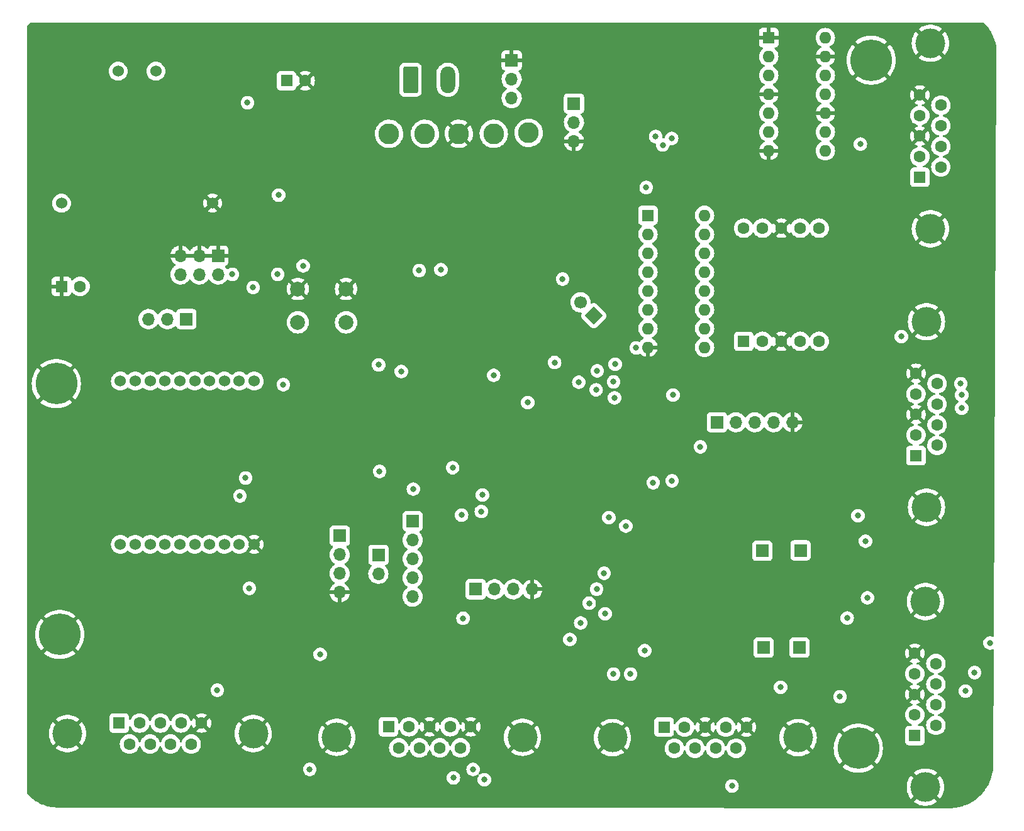
<source format=gbr>
%TF.GenerationSoftware,KiCad,Pcbnew,6.0.11-2627ca5db0~126~ubuntu20.04.1*%
%TF.CreationDate,2023-05-10T16:13:11+05:30*%
%TF.ProjectId,MVCU_F407,4d564355-5f46-4343-9037-2e6b69636164,rev?*%
%TF.SameCoordinates,Original*%
%TF.FileFunction,Copper,L3,Inr*%
%TF.FilePolarity,Positive*%
%FSLAX46Y46*%
G04 Gerber Fmt 4.6, Leading zero omitted, Abs format (unit mm)*
G04 Created by KiCad (PCBNEW 6.0.11-2627ca5db0~126~ubuntu20.04.1) date 2023-05-10 16:13:11*
%MOMM*%
%LPD*%
G01*
G04 APERTURE LIST*
G04 Aperture macros list*
%AMRoundRect*
0 Rectangle with rounded corners*
0 $1 Rounding radius*
0 $2 $3 $4 $5 $6 $7 $8 $9 X,Y pos of 4 corners*
0 Add a 4 corners polygon primitive as box body*
4,1,4,$2,$3,$4,$5,$6,$7,$8,$9,$2,$3,0*
0 Add four circle primitives for the rounded corners*
1,1,$1+$1,$2,$3*
1,1,$1+$1,$4,$5*
1,1,$1+$1,$6,$7*
1,1,$1+$1,$8,$9*
0 Add four rect primitives between the rounded corners*
20,1,$1+$1,$2,$3,$4,$5,0*
20,1,$1+$1,$4,$5,$6,$7,0*
20,1,$1+$1,$6,$7,$8,$9,0*
20,1,$1+$1,$8,$9,$2,$3,0*%
%AMHorizOval*
0 Thick line with rounded ends*
0 $1 width*
0 $2 $3 position (X,Y) of the first rounded end (center of the circle)*
0 $4 $5 position (X,Y) of the second rounded end (center of the circle)*
0 Add line between two ends*
20,1,$1,$2,$3,$4,$5,0*
0 Add two circle primitives to create the rounded ends*
1,1,$1,$2,$3*
1,1,$1,$4,$5*%
%AMRotRect*
0 Rectangle, with rotation*
0 The origin of the aperture is its center*
0 $1 length*
0 $2 width*
0 $3 Rotation angle, in degrees counterclockwise*
0 Add horizontal line*
21,1,$1,$2,0,0,$3*%
G04 Aperture macros list end*
%TA.AperFunction,ComponentPad*%
%ADD10R,1.600000X1.600000*%
%TD*%
%TA.AperFunction,ComponentPad*%
%ADD11O,1.600000X1.600000*%
%TD*%
%TA.AperFunction,ComponentPad*%
%ADD12C,2.800000*%
%TD*%
%TA.AperFunction,ComponentPad*%
%ADD13C,4.000000*%
%TD*%
%TA.AperFunction,ComponentPad*%
%ADD14C,1.600000*%
%TD*%
%TA.AperFunction,ComponentPad*%
%ADD15C,1.524000*%
%TD*%
%TA.AperFunction,ComponentPad*%
%ADD16C,5.600000*%
%TD*%
%TA.AperFunction,ComponentPad*%
%ADD17R,1.700000X1.700000*%
%TD*%
%TA.AperFunction,ComponentPad*%
%ADD18O,1.700000X1.700000*%
%TD*%
%TA.AperFunction,ComponentPad*%
%ADD19RoundRect,0.250000X-0.750000X-1.550000X0.750000X-1.550000X0.750000X1.550000X-0.750000X1.550000X0*%
%TD*%
%TA.AperFunction,ComponentPad*%
%ADD20O,2.000000X3.600000*%
%TD*%
%TA.AperFunction,ComponentPad*%
%ADD21C,2.000000*%
%TD*%
%TA.AperFunction,ComponentPad*%
%ADD22RotRect,1.700000X1.700000X225.000000*%
%TD*%
%TA.AperFunction,ComponentPad*%
%ADD23HorizOval,1.700000X0.000000X0.000000X0.000000X0.000000X0*%
%TD*%
%TA.AperFunction,ViaPad*%
%ADD24C,0.800000*%
%TD*%
G04 APERTURE END LIST*
D10*
%TO.N,GND*%
%TO.C,U1*%
X162371000Y-38394000D03*
D11*
%TO.N,Net-(R2-Pad1)*%
X162371000Y-40934000D03*
%TO.N,/DI_LLS*%
X162371000Y-43474000D03*
%TO.N,GND*%
X162371000Y-46014000D03*
%TO.N,Net-(R4-Pad1)*%
X162371000Y-48554000D03*
%TO.N,/SCK_LLS*%
X162371000Y-51094000D03*
%TO.N,GND*%
X162371000Y-53634000D03*
%TO.N,/CS_LLS*%
X169991000Y-53634000D03*
%TO.N,Net-(R5-Pad1)*%
X169991000Y-51094000D03*
%TO.N,GND*%
X169991000Y-48554000D03*
%TO.N,/SD_MISO*%
X169991000Y-46014000D03*
%TO.N,Net-(R6-Pad1)*%
X169991000Y-43474000D03*
%TO.N,GND*%
X169991000Y-40934000D03*
%TO.N,+3.3V*%
X169991000Y-38394000D03*
%TD*%
D12*
%TO.N,/mornsun_Vin*%
%TO.C,+Vin*%
X130054000Y-51223000D03*
%TD*%
%TO.N,/mornsun_minus*%
%TO.C,-Vin*%
X125355000Y-51350000D03*
%TD*%
D13*
%TO.N,GND*%
%TO.C,J6*%
X183606107Y-76656893D03*
X183606107Y-101656893D03*
D10*
%TO.N,/MVCU_HBT*%
X182186107Y-94696893D03*
D14*
%TO.N,/CAN_N*%
X182186107Y-91926893D03*
%TO.N,GND*%
X182186107Y-89156893D03*
%TO.N,/I2C3_SCL*%
X182186107Y-86386893D03*
%TO.N,GND*%
X182186107Y-83616893D03*
%TO.N,/VCU2_HBT*%
X185026107Y-93311893D03*
%TO.N,/CAN_P*%
X185026107Y-90541893D03*
%TO.N,/I2C_SDA*%
X185026107Y-87771893D03*
%TO.N,+5V*%
X185026107Y-85001893D03*
%TD*%
D15*
%TO.N,+3.3V*%
%TO.C,U9*%
X75100660Y-106648200D03*
%TO.N,/Xbee_Tx*%
X77102180Y-106648200D03*
%TO.N,/Xbee_Rx*%
X79101160Y-106648200D03*
%TO.N,unconnected-(U9-Pad4)*%
X81102680Y-106648200D03*
%TO.N,/RST*%
X83101660Y-106648200D03*
%TO.N,/RSSI*%
X85100640Y-106648200D03*
%TO.N,unconnected-(U9-Pad7)*%
X87102160Y-106648200D03*
%TO.N,unconnected-(U9-Pad8)*%
X89101140Y-106648200D03*
%TO.N,unconnected-(U9-Pad9)*%
X91102660Y-106648200D03*
%TO.N,GND*%
X93101640Y-106648200D03*
%TO.N,unconnected-(U9-Pad11)*%
X93101640Y-84651800D03*
%TO.N,unconnected-(U9-Pad12)*%
X91102660Y-84651800D03*
%TO.N,unconnected-(U9-Pad13)*%
X89101140Y-84651800D03*
%TO.N,unconnected-(U9-Pad14)*%
X87102160Y-84651800D03*
%TO.N,Net-(R23-Pad2)*%
X85100640Y-84651800D03*
%TO.N,unconnected-(U9-Pad16)*%
X83101660Y-84651800D03*
%TO.N,unconnected-(U9-Pad17)*%
X81102680Y-84651800D03*
%TO.N,unconnected-(U9-Pad18)*%
X79101160Y-84651800D03*
%TO.N,unconnected-(U9-Pad19)*%
X77102180Y-84651800D03*
%TO.N,unconnected-(U9-Pad20)*%
X75100660Y-84651800D03*
%TD*%
D10*
%TO.N,Net-(U10-Pad1)*%
%TO.C,U10*%
X158995000Y-79300000D03*
D14*
%TO.N,Net-(U10-Pad2)*%
X161535000Y-79300000D03*
%TO.N,GND*%
X164075000Y-79300000D03*
%TO.N,Net-(U10-Pad4)*%
X166615000Y-79300000D03*
%TO.N,unconnected-(U10-Pad5)*%
X169155000Y-79300000D03*
%TO.N,Net-(U10-Pad6)*%
X169155000Y-64060000D03*
%TO.N,Net-(U10-Pad7)*%
X166615000Y-64060000D03*
%TO.N,GND*%
X164075000Y-64060000D03*
%TO.N,Net-(U10-Pad9)*%
X161535000Y-64060000D03*
%TO.N,Net-(U10-Pad10)*%
X158995000Y-64060000D03*
%TD*%
D16*
%TO.N,GND*%
%TO.C,H4*%
X176155000Y-41444000D03*
%TD*%
%TO.N,GND*%
%TO.C,H2*%
X66932107Y-118792893D03*
%TD*%
D17*
%TO.N,/ADC_in6*%
%TO.C,J2*%
X114425000Y-103525000D03*
D18*
%TO.N,/ADC_in7*%
X114425000Y-106065000D03*
%TO.N,/ADC_in14*%
X114425000Y-108605000D03*
%TO.N,/ADC_in15*%
X114425000Y-111145000D03*
%TO.N,/ADC_in8*%
X114425000Y-113685000D03*
%TD*%
D13*
%TO.N,GND*%
%TO.C,J7*%
X104222107Y-132632562D03*
X129222107Y-132632562D03*
D10*
%TO.N,/MVCU_HBT*%
X111182107Y-131212562D03*
D14*
%TO.N,/CAN_N*%
X113952107Y-131212562D03*
%TO.N,GND*%
X116722107Y-131212562D03*
%TO.N,/I2C3_SCL*%
X119492107Y-131212562D03*
%TO.N,GND*%
X122262107Y-131212562D03*
%TO.N,/VCU5_HBT*%
X112567107Y-134052562D03*
%TO.N,/CAN_P*%
X115337107Y-134052562D03*
%TO.N,/I2C_SDA*%
X118107107Y-134052562D03*
%TO.N,+5V*%
X120877107Y-134052562D03*
%TD*%
D13*
%TO.N,GND*%
%TO.C,J11*%
X184125776Y-39156893D03*
X184125776Y-64156893D03*
D10*
%TO.N,/MVCU_HBT*%
X182705776Y-57196893D03*
D14*
%TO.N,/CAN_N*%
X182705776Y-54426893D03*
%TO.N,GND*%
X182705776Y-51656893D03*
%TO.N,/I2C3_SCL*%
X182705776Y-48886893D03*
%TO.N,GND*%
X182705776Y-46116893D03*
%TO.N,/VCU1_HBT*%
X185545776Y-55811893D03*
%TO.N,/CAN_P*%
X185545776Y-53041893D03*
%TO.N,/I2C_SDA*%
X185545776Y-50271893D03*
%TO.N,+5V*%
X185545776Y-47501893D03*
%TD*%
D17*
%TO.N,/CAN_Rx*%
%TO.C,J20*%
X161677000Y-120565000D03*
%TD*%
%TO.N,/SWDIO*%
%TO.C,J13*%
X155400000Y-90200000D03*
D18*
%TO.N,/SWCLK*%
X157940000Y-90200000D03*
%TO.N,/SWo*%
X160480000Y-90200000D03*
%TO.N,+3.3V*%
X163020000Y-90200000D03*
%TO.N,GND*%
X165560000Y-90200000D03*
%TD*%
D17*
%TO.N,GND*%
%TO.C,J16*%
X127768000Y-41459000D03*
D18*
%TO.N,/mornsun_minus*%
X127768000Y-43999000D03*
%TO.N,unconnected-(J16-Pad3)*%
X127768000Y-46539000D03*
%TD*%
D17*
%TO.N,/USART2_Tx*%
%TO.C,J10*%
X104625000Y-105500000D03*
D18*
%TO.N,/USART2_Rx*%
X104625000Y-108040000D03*
%TO.N,/gpio*%
X104625000Y-110580000D03*
%TO.N,GND*%
X104625000Y-113120000D03*
%TD*%
D13*
%TO.N,GND*%
%TO.C,J12*%
X183452669Y-139356893D03*
X183452669Y-114356893D03*
D10*
%TO.N,/MVCU_HBT*%
X182032669Y-132396893D03*
D14*
%TO.N,/CAN_N*%
X182032669Y-129626893D03*
%TO.N,GND*%
X182032669Y-126856893D03*
%TO.N,/I2C3_SCL*%
X182032669Y-124086893D03*
%TO.N,GND*%
X182032669Y-121316893D03*
%TO.N,/VCU3_HBT*%
X184872669Y-131011893D03*
%TO.N,/CAN_P*%
X184872669Y-128241893D03*
%TO.N,/I2C_SDA*%
X184872669Y-125471893D03*
%TO.N,+5V*%
X184872669Y-122701893D03*
%TD*%
D17*
%TO.N,/CAN_P*%
%TO.C,J21*%
X166657000Y-107455000D03*
%TD*%
D10*
%TO.N,/display_b*%
%TO.C,U8*%
X146105000Y-62327500D03*
D11*
%TO.N,/display_c*%
X146105000Y-64867500D03*
%TO.N,Net-(J9-Pad2)*%
X146105000Y-67407500D03*
%TO.N,Net-(J9-Pad4)*%
X146105000Y-69947500D03*
%TO.N,Net-(J9-Pad6)*%
X146105000Y-72487500D03*
%TO.N,/display_d*%
X146105000Y-75027500D03*
%TO.N,/display_a*%
X146105000Y-77567500D03*
%TO.N,GND*%
X146105000Y-80107500D03*
%TO.N,Net-(U10-Pad1)*%
X153725000Y-80107500D03*
%TO.N,Net-(U10-Pad2)*%
X153725000Y-77567500D03*
%TO.N,Net-(U10-Pad4)*%
X153725000Y-75027500D03*
%TO.N,Net-(U10-Pad6)*%
X153725000Y-72487500D03*
%TO.N,Net-(U10-Pad7)*%
X153725000Y-69947500D03*
%TO.N,Net-(U10-Pad10)*%
X153725000Y-67407500D03*
%TO.N,Net-(U10-Pad9)*%
X153725000Y-64867500D03*
%TO.N,+5V*%
X153725000Y-62327500D03*
%TD*%
D16*
%TO.N,GND*%
%TO.C,H3*%
X66475000Y-85000000D03*
%TD*%
D12*
%TO.N,+5V*%
%TO.C,+5V*%
X111258000Y-51350000D03*
%TD*%
D19*
%TO.N,/mornsun_minus*%
%TO.C,J5*%
X114152107Y-44071500D03*
D20*
%TO.N,/mornsun_Vin*%
X119152107Y-44071500D03*
%TD*%
D17*
%TO.N,GND*%
%TO.C,J17*%
X88275000Y-67750000D03*
D18*
%TO.N,+3.3V*%
X88275000Y-70290000D03*
%TO.N,GND*%
X85735000Y-67750000D03*
%TO.N,+5V*%
X85735000Y-70290000D03*
%TO.N,GND*%
X83195000Y-67750000D03*
%TO.N,/mornsun_Vin*%
X83195000Y-70290000D03*
%TD*%
D17*
%TO.N,/CAN_N*%
%TO.C,J22*%
X166503000Y-120565000D03*
%TD*%
D13*
%TO.N,GND*%
%TO.C,J4*%
X67972107Y-132132562D03*
X92972107Y-132132562D03*
D10*
%TO.N,unconnected-(J4-Pad1)*%
X74932107Y-130712562D03*
D14*
%TO.N,/Rx*%
X77702107Y-130712562D03*
%TO.N,/Tx*%
X80472107Y-130712562D03*
%TO.N,unconnected-(J4-Pad4)*%
X83242107Y-130712562D03*
%TO.N,GND*%
X86012107Y-130712562D03*
%TO.N,unconnected-(J4-Pad6)*%
X76317107Y-133552562D03*
%TO.N,unconnected-(J4-Pad7)*%
X79087107Y-133552562D03*
%TO.N,unconnected-(J4-Pad8)*%
X81857107Y-133552562D03*
%TO.N,unconnected-(J4-Pad9)*%
X84627107Y-133552562D03*
%TD*%
D17*
%TO.N,/SPI2_SCK*%
%TO.C,J14*%
X122925000Y-112700000D03*
D18*
%TO.N,/SPI2_MISO*%
X125465000Y-112700000D03*
%TO.N,/SPI2_MOSI*%
X128005000Y-112700000D03*
%TO.N,GND*%
X130545000Y-112700000D03*
%TD*%
D16*
%TO.N,GND*%
%TO.C,H1*%
X174425000Y-134100000D03*
%TD*%
D17*
%TO.N,+5V*%
%TO.C,J18*%
X83975000Y-76300000D03*
D18*
%TO.N,Net-(C26-Pad1)*%
X81435000Y-76300000D03*
%TO.N,unconnected-(J18-Pad3)*%
X78895000Y-76300000D03*
%TD*%
D12*
%TO.N,+3.3V*%
%TO.C,3V3*%
X116084000Y-51350000D03*
%TD*%
D13*
%TO.N,GND*%
%TO.C,J8*%
X166322107Y-132682562D03*
X141322107Y-132682562D03*
D10*
%TO.N,/MVCU_HBT*%
X148282107Y-131262562D03*
D14*
%TO.N,/CAN_N*%
X151052107Y-131262562D03*
%TO.N,GND*%
X153822107Y-131262562D03*
%TO.N,/I2C3_SCL*%
X156592107Y-131262562D03*
%TO.N,GND*%
X159362107Y-131262562D03*
%TO.N,/VCU4_HBT*%
X149667107Y-134102562D03*
%TO.N,/CAN_P*%
X152437107Y-134102562D03*
%TO.N,/I2C_SDA*%
X155207107Y-134102562D03*
%TO.N,+5V*%
X157977107Y-134102562D03*
%TD*%
D21*
%TO.N,GND*%
%TO.C,SW1*%
X105482107Y-72242893D03*
X98982107Y-72242893D03*
%TO.N,Net-(C3-Pad1)*%
X105482107Y-76742893D03*
X98982107Y-76742893D03*
%TD*%
D17*
%TO.N,/CAN_Tx*%
%TO.C,J19*%
X161507000Y-107530000D03*
%TD*%
D10*
%TO.N,GND*%
%TO.C,C27*%
X67172349Y-71900000D03*
D14*
%TO.N,Net-(C26-Pad1)*%
X69672349Y-71900000D03*
%TD*%
D22*
%TO.N,/I2C1_SCL*%
%TO.C,J15*%
X138826562Y-75851562D03*
D23*
%TO.N,/I2C1_SDA*%
X137030511Y-74055511D03*
%TD*%
D15*
%TO.N,/mornsun_minus*%
%TO.C,U7*%
X79872107Y-42913893D03*
%TO.N,/mornsun_Vin*%
X74792107Y-42913893D03*
%TO.N,Net-(C26-Pad1)*%
X67172107Y-60693893D03*
%TO.N,GND*%
X87492107Y-60693893D03*
%TD*%
D12*
%TO.N,GND*%
%TO.C,GND*%
X120656000Y-51350000D03*
%TD*%
D17*
%TO.N,+3.3V*%
%TO.C,J1*%
X136150000Y-47275000D03*
D18*
%TO.N,Net-(J1-Pad2)*%
X136150000Y-49815000D03*
%TO.N,GND*%
X136150000Y-52355000D03*
%TD*%
D10*
%TO.N,/mornsun_Vin*%
%TO.C,C24*%
X97472349Y-44200000D03*
D14*
%TO.N,GND*%
X99972349Y-44200000D03*
%TD*%
D17*
%TO.N,/DAC_1*%
%TO.C,J23*%
X109825000Y-108065000D03*
D18*
%TO.N,/DAC_2*%
X109825000Y-110605000D03*
%TD*%
D24*
%TO.N,GND*%
X133725000Y-134100000D03*
X135150000Y-134100000D03*
X135175000Y-131325000D03*
X136775000Y-131325000D03*
X136750000Y-134100000D03*
X135175000Y-132625000D03*
X133750000Y-132625000D03*
X136775000Y-132625000D03*
X133750000Y-131325000D03*
X168275000Y-72400000D03*
X169700000Y-72400000D03*
X169725000Y-69625000D03*
X171325000Y-69625000D03*
X171300000Y-72400000D03*
X169725000Y-70925000D03*
X168300000Y-70925000D03*
X171325000Y-70925000D03*
X168300000Y-69625000D03*
X89250000Y-93275000D03*
X90675000Y-93275000D03*
X90700000Y-90500000D03*
X92300000Y-90500000D03*
X92275000Y-93275000D03*
X90700000Y-91800000D03*
X89275000Y-91800000D03*
X92300000Y-91800000D03*
X89275000Y-90500000D03*
X129900000Y-92625000D03*
X128475000Y-92625000D03*
X128450000Y-95400000D03*
X126850000Y-95400000D03*
X126875000Y-92625000D03*
X128450000Y-94100000D03*
X129875000Y-94100000D03*
X126850000Y-94100000D03*
X129875000Y-95400000D03*
X187950000Y-45275000D03*
X189375000Y-45275000D03*
X189400000Y-42500000D03*
X191000000Y-42500000D03*
X190975000Y-45275000D03*
X189400000Y-43800000D03*
X187975000Y-43800000D03*
X191000000Y-43800000D03*
X187975000Y-42500000D03*
X182050000Y-71575000D03*
X183475000Y-71575000D03*
X183500000Y-68800000D03*
X185100000Y-68800000D03*
X185075000Y-71575000D03*
X183500000Y-70100000D03*
X182075000Y-70100000D03*
X185100000Y-70100000D03*
X182075000Y-68800000D03*
X170825000Y-123325000D03*
X172250000Y-123325000D03*
X172275000Y-120550000D03*
X173875000Y-120550000D03*
X173850000Y-123325000D03*
X172275000Y-121850000D03*
X170850000Y-121850000D03*
X173875000Y-121850000D03*
X170850000Y-120550000D03*
X169425000Y-96325000D03*
X170850000Y-96325000D03*
X170875000Y-93550000D03*
X172475000Y-93550000D03*
X172450000Y-96325000D03*
X170875000Y-94850000D03*
X169450000Y-94850000D03*
X172475000Y-94850000D03*
X169450000Y-93550000D03*
X151950000Y-120975000D03*
X153375000Y-120975000D03*
X153400000Y-118200000D03*
X155000000Y-118200000D03*
X154975000Y-120975000D03*
X153400000Y-119500000D03*
X151975000Y-119500000D03*
X155000000Y-119500000D03*
X151975000Y-118200000D03*
X102900000Y-126475000D03*
X104325000Y-126475000D03*
X104350000Y-123700000D03*
X105950000Y-123700000D03*
X105925000Y-126475000D03*
X104350000Y-125000000D03*
X102925000Y-125000000D03*
X105950000Y-125000000D03*
X102925000Y-123700000D03*
X67700000Y-139200000D03*
X69125000Y-139200000D03*
X69150000Y-136425000D03*
X70750000Y-136425000D03*
X70725000Y-139200000D03*
X69150000Y-137725000D03*
X67725000Y-137725000D03*
X70750000Y-137725000D03*
X67725000Y-136425000D03*
X64775000Y-109575000D03*
X66200000Y-109575000D03*
X66225000Y-106800000D03*
X67825000Y-106800000D03*
X67800000Y-109575000D03*
X66225000Y-108100000D03*
X64800000Y-108100000D03*
X67825000Y-108100000D03*
X64800000Y-106800000D03*
X74725000Y-93150000D03*
X76150000Y-93150000D03*
X76175000Y-90375000D03*
X77775000Y-90375000D03*
X77750000Y-93150000D03*
X76175000Y-91675000D03*
X74750000Y-91675000D03*
X77775000Y-91675000D03*
X74750000Y-90375000D03*
X76700000Y-59800000D03*
X78125000Y-59800000D03*
X78150000Y-57025000D03*
X79750000Y-57025000D03*
X79725000Y-59800000D03*
X78150000Y-58325000D03*
X76725000Y-58325000D03*
X79750000Y-58325000D03*
X76725000Y-57025000D03*
X69725000Y-48175000D03*
X71325000Y-48175000D03*
X68300000Y-48175000D03*
X69750000Y-46700000D03*
X71350000Y-46700000D03*
X68325000Y-46700000D03*
X71350000Y-45400000D03*
X69750000Y-45400000D03*
X68325000Y-45400000D03*
X158883000Y-114342000D03*
X92716000Y-68114000D03*
X142754000Y-59224000D03*
X130250000Y-60075000D03*
X112300000Y-60000000D03*
X136225000Y-60000000D03*
X102994000Y-94033500D03*
X118475000Y-79700000D03*
X136531000Y-93514000D03*
X112385353Y-76300000D03*
X146945000Y-94530000D03*
X130943000Y-85259000D03*
X153114000Y-52860000D03*
X112125000Y-99300000D03*
X102622000Y-51096000D03*
X121418000Y-87799000D03*
X132025000Y-118200000D03*
X102994000Y-87937500D03*
X150193000Y-52987000D03*
X129292000Y-88815000D03*
X77349000Y-112310000D03*
X122688000Y-73956000D03*
X153225000Y-50209000D03*
X88017000Y-75734000D03*
X168787000Y-110399500D03*
X118425000Y-94100000D03*
X112782000Y-86783000D03*
X100463000Y-60240000D03*
X132086000Y-75861000D03*
X119625000Y-116700000D03*
X95891000Y-55668000D03*
X124250000Y-60050000D03*
X123450000Y-83608000D03*
X123825000Y-108000000D03*
X140722000Y-61891000D03*
X118250000Y-59850000D03*
X139050000Y-42775000D03*
%TO.N,+3.3V*%
X148096000Y-52860000D03*
X90176000Y-70273000D03*
X153166000Y-93514000D03*
X96272000Y-70273000D03*
X97034000Y-85132000D03*
%TO.N,Net-(C3-Pad1)*%
X109861000Y-82465000D03*
X112909000Y-83354000D03*
%TO.N,+5V*%
X163963000Y-125899000D03*
X100590000Y-136948000D03*
X122573000Y-136948000D03*
X99701000Y-69130000D03*
X192157000Y-119930000D03*
X92970000Y-72051000D03*
X188220000Y-85005000D03*
X124085000Y-138345000D03*
%TO.N,Net-(C21-Pad2)*%
X101987000Y-121454000D03*
X92462000Y-112564000D03*
%TO.N,/CS_LLS*%
X145875000Y-58575000D03*
%TO.N,/DI_LLS*%
X147145000Y-51717000D03*
%TO.N,/SCK_LLS*%
X149304000Y-51971000D03*
%TO.N,/Rx*%
X88144000Y-126280000D03*
%TO.N,/MVCU_HBT*%
X140214000Y-110532000D03*
X140341000Y-115993000D03*
%TO.N,/I2C3_SCL*%
X119925000Y-138100000D03*
X157425000Y-139194500D03*
X143135000Y-104182000D03*
X190083500Y-123908500D03*
X143770000Y-124121000D03*
X188347000Y-86529000D03*
X149358000Y-98086000D03*
%TO.N,/VCU1_HBT*%
X175393000Y-106214000D03*
X139200000Y-112675000D03*
X174377000Y-102785000D03*
%TO.N,/I2C_SDA*%
X141484000Y-124121000D03*
X140849000Y-103039000D03*
X180219000Y-78655000D03*
X188347000Y-88307000D03*
X146818000Y-98340000D03*
X188855000Y-126407000D03*
%TO.N,/VCU4_HBT*%
X135604500Y-119450000D03*
%TO.N,/VCU2_HBT*%
X138200000Y-114575000D03*
%TO.N,/VCU3_HBT*%
X145675000Y-120946000D03*
X137050000Y-117225000D03*
X171964000Y-127169000D03*
%TO.N,/SD_CS*%
X174704000Y-52733000D03*
X149485000Y-86529000D03*
%TO.N,/E1*%
X133549336Y-82150337D03*
X134626000Y-70908000D03*
%TO.N,/C13*%
X129927000Y-87545000D03*
X118243000Y-69638000D03*
%TO.N,/C14*%
X115322000Y-69765000D03*
X125345873Y-83871127D03*
%TO.N,/RSSI*%
X91954000Y-97705000D03*
X123675000Y-102225000D03*
%TO.N,/SD_MISO*%
X141611000Y-86910000D03*
%TO.N,/RST*%
X91192000Y-100118000D03*
X123831000Y-99991000D03*
%TO.N,/Xbee_Rx*%
X109988000Y-96816000D03*
%TO.N,/DAC_1*%
X119825000Y-96324500D03*
X114525000Y-99200000D03*
%TO.N,/ADC_in9*%
X121025000Y-102700000D03*
X121225000Y-116600000D03*
%TO.N,/display_d*%
X139275000Y-83275000D03*
%TO.N,/display_c*%
X144532000Y-80179000D03*
X141700000Y-82375000D03*
%TO.N,/display_b*%
X139134500Y-85830500D03*
%TO.N,/display_a*%
X141484000Y-84751000D03*
%TO.N,/SWo*%
X136800000Y-84800000D03*
%TO.N,/mornsun_Vin*%
X92208000Y-47159000D03*
X96399000Y-59605000D03*
%TO.N,/CAN_N*%
X172926268Y-116574268D03*
X175656768Y-113843768D03*
%TD*%
%TA.AperFunction,Conductor*%
%TO.N,GND*%
G36*
X191290332Y-36370002D02*
G01*
X191307739Y-36383474D01*
X191405335Y-36473691D01*
X191412309Y-36480665D01*
X191567817Y-36648893D01*
X191703409Y-36795576D01*
X191709834Y-36803099D01*
X191732198Y-36831467D01*
X191962371Y-37123439D01*
X191975319Y-37139864D01*
X191981129Y-37147861D01*
X192109747Y-37340351D01*
X192219374Y-37504419D01*
X192224543Y-37512855D01*
X192434082Y-37887013D01*
X192438569Y-37895818D01*
X192601555Y-38249361D01*
X192618104Y-38285259D01*
X192621889Y-38294396D01*
X192660654Y-38399475D01*
X192770315Y-38696725D01*
X192773372Y-38706134D01*
X192889772Y-39118857D01*
X192892082Y-39128477D01*
X192975742Y-39549061D01*
X192977290Y-39558833D01*
X193027694Y-39984697D01*
X193028470Y-39994560D01*
X193043776Y-40384134D01*
X193042373Y-40408463D01*
X193041691Y-40412847D01*
X193040309Y-40421724D01*
X193041473Y-40430625D01*
X193041473Y-40430629D01*
X193044250Y-40451861D01*
X193045313Y-40468763D01*
X192693626Y-118980986D01*
X192673319Y-119049017D01*
X192619455Y-119095269D01*
X192549137Y-119105058D01*
X192516381Y-119095530D01*
X192439288Y-119061206D01*
X192345888Y-119041353D01*
X192258944Y-119022872D01*
X192258939Y-119022872D01*
X192252487Y-119021500D01*
X192061513Y-119021500D01*
X192055061Y-119022872D01*
X192055056Y-119022872D01*
X191968112Y-119041353D01*
X191874712Y-119061206D01*
X191868682Y-119063891D01*
X191868681Y-119063891D01*
X191706278Y-119136197D01*
X191706276Y-119136198D01*
X191700248Y-119138882D01*
X191694907Y-119142762D01*
X191694906Y-119142763D01*
X191657045Y-119170271D01*
X191545747Y-119251134D01*
X191417960Y-119393056D01*
X191322473Y-119558444D01*
X191263458Y-119740072D01*
X191243496Y-119930000D01*
X191244186Y-119936565D01*
X191259436Y-120081657D01*
X191263458Y-120119928D01*
X191322473Y-120301556D01*
X191325776Y-120307278D01*
X191325777Y-120307279D01*
X191354558Y-120357128D01*
X191417960Y-120466944D01*
X191422378Y-120471851D01*
X191422379Y-120471852D01*
X191533684Y-120595469D01*
X191545747Y-120608866D01*
X191700248Y-120721118D01*
X191706276Y-120723802D01*
X191706278Y-120723803D01*
X191868681Y-120796109D01*
X191874712Y-120798794D01*
X191959447Y-120816805D01*
X192055056Y-120837128D01*
X192055061Y-120837128D01*
X192061513Y-120838500D01*
X192252487Y-120838500D01*
X192258939Y-120837128D01*
X192258944Y-120837128D01*
X192354553Y-120816805D01*
X192439288Y-120798794D01*
X192445321Y-120796108D01*
X192445327Y-120796106D01*
X192507854Y-120768267D01*
X192578220Y-120758832D01*
X192642518Y-120788938D01*
X192680331Y-120849027D01*
X192685102Y-120883937D01*
X192616720Y-136149776D01*
X192615221Y-136168596D01*
X192612690Y-136184851D01*
X192612690Y-136184855D01*
X192611309Y-136193724D01*
X192612473Y-136202625D01*
X192614093Y-136215017D01*
X192615057Y-136236349D01*
X192597812Y-136670869D01*
X192597020Y-136680830D01*
X192541670Y-137143766D01*
X192540091Y-137153635D01*
X192448225Y-137610735D01*
X192445869Y-137620446D01*
X192318069Y-138068824D01*
X192314954Y-138078310D01*
X192153289Y-138511751D01*
X192152018Y-138515159D01*
X192148157Y-138524376D01*
X191951116Y-138946932D01*
X191946537Y-138955814D01*
X191842816Y-139138803D01*
X191716955Y-139360851D01*
X191716630Y-139361424D01*
X191711365Y-139369909D01*
X191505653Y-139673849D01*
X191450031Y-139756031D01*
X191444106Y-139764078D01*
X191174294Y-140101628D01*
X191152999Y-140128269D01*
X191146460Y-140135816D01*
X190827404Y-140475792D01*
X190820287Y-140482797D01*
X190475276Y-140796434D01*
X190467656Y-140802828D01*
X190098861Y-141088146D01*
X190090735Y-141093932D01*
X189700521Y-141349105D01*
X189691946Y-141354239D01*
X189282736Y-141577685D01*
X189273783Y-141582122D01*
X188848146Y-141772439D01*
X188838885Y-141776146D01*
X188698914Y-141825838D01*
X188399518Y-141932127D01*
X188389975Y-141935095D01*
X187939611Y-142055770D01*
X187929864Y-142057971D01*
X187471369Y-142142573D01*
X187461477Y-142143995D01*
X187256768Y-142165183D01*
X187036304Y-142188002D01*
X187011885Y-142188150D01*
X186998682Y-142186945D01*
X186987698Y-142189098D01*
X186963368Y-142191449D01*
X126140600Y-142140890D01*
X66769367Y-142091537D01*
X66752122Y-142090337D01*
X66722923Y-142086275D01*
X66702111Y-142089341D01*
X66680548Y-142090645D01*
X66413455Y-142083850D01*
X66270752Y-142080220D01*
X66260277Y-142079516D01*
X65821994Y-142031630D01*
X65811608Y-142030054D01*
X65378868Y-141945834D01*
X65368651Y-141943400D01*
X65091048Y-141864893D01*
X64944399Y-141823420D01*
X64934431Y-141820146D01*
X64716555Y-141738386D01*
X64521671Y-141665254D01*
X64511998Y-141661157D01*
X64335786Y-141577685D01*
X64113556Y-141472414D01*
X64104279Y-141467536D01*
X63820517Y-141302880D01*
X181871390Y-141302880D01*
X181880217Y-141314498D01*
X182102950Y-141476323D01*
X182109630Y-141480563D01*
X182379241Y-141628783D01*
X182386376Y-141632140D01*
X182672439Y-141745401D01*
X182679965Y-141747846D01*
X182977948Y-141824355D01*
X182985719Y-141825838D01*
X183290947Y-141864396D01*
X183298838Y-141864893D01*
X183606500Y-141864893D01*
X183614391Y-141864396D01*
X183919619Y-141825838D01*
X183927390Y-141824355D01*
X184225373Y-141747846D01*
X184232899Y-141745401D01*
X184518962Y-141632140D01*
X184526097Y-141628783D01*
X184795708Y-141480563D01*
X184802388Y-141476323D01*
X185025492Y-141314229D01*
X185033915Y-141303306D01*
X185027011Y-141290445D01*
X183465481Y-139728915D01*
X183451537Y-139721301D01*
X183449704Y-139721432D01*
X183443089Y-139725683D01*
X181878003Y-141290769D01*
X181871390Y-141302880D01*
X63820517Y-141302880D01*
X63722940Y-141246260D01*
X63714083Y-141240614D01*
X63352502Y-140988345D01*
X63344145Y-140981980D01*
X63288891Y-140936138D01*
X63004857Y-140700490D01*
X62997059Y-140693452D01*
X62682380Y-140384662D01*
X62675196Y-140376999D01*
X62605566Y-140296228D01*
X62576237Y-140231573D01*
X62575000Y-140213958D01*
X62575000Y-138100000D01*
X119011496Y-138100000D01*
X119031458Y-138289928D01*
X119090473Y-138471556D01*
X119185960Y-138636944D01*
X119190378Y-138641851D01*
X119190379Y-138641852D01*
X119309325Y-138773955D01*
X119313747Y-138778866D01*
X119468248Y-138891118D01*
X119474276Y-138893802D01*
X119474278Y-138893803D01*
X119603788Y-138951464D01*
X119642712Y-138968794D01*
X119718348Y-138984871D01*
X119823056Y-139007128D01*
X119823061Y-139007128D01*
X119829513Y-139008500D01*
X120020487Y-139008500D01*
X120026939Y-139007128D01*
X120026944Y-139007128D01*
X120131652Y-138984871D01*
X120207288Y-138968794D01*
X120246212Y-138951464D01*
X120375722Y-138893803D01*
X120375724Y-138893802D01*
X120381752Y-138891118D01*
X120536253Y-138778866D01*
X120540675Y-138773955D01*
X120659621Y-138641852D01*
X120659622Y-138641851D01*
X120664040Y-138636944D01*
X120759527Y-138471556D01*
X120818542Y-138289928D01*
X120838504Y-138100000D01*
X120818542Y-137910072D01*
X120759527Y-137728444D01*
X120664040Y-137563056D01*
X120536253Y-137421134D01*
X120437157Y-137349136D01*
X120387094Y-137312763D01*
X120387093Y-137312762D01*
X120381752Y-137308882D01*
X120375724Y-137306198D01*
X120375722Y-137306197D01*
X120213319Y-137233891D01*
X120213318Y-137233891D01*
X120207288Y-137231206D01*
X120084790Y-137205168D01*
X120026944Y-137192872D01*
X120026939Y-137192872D01*
X120020487Y-137191500D01*
X119829513Y-137191500D01*
X119823061Y-137192872D01*
X119823056Y-137192872D01*
X119765210Y-137205168D01*
X119642712Y-137231206D01*
X119636682Y-137233891D01*
X119636681Y-137233891D01*
X119474278Y-137306197D01*
X119474276Y-137306198D01*
X119468248Y-137308882D01*
X119462907Y-137312762D01*
X119462906Y-137312763D01*
X119412843Y-137349136D01*
X119313747Y-137421134D01*
X119185960Y-137563056D01*
X119090473Y-137728444D01*
X119031458Y-137910072D01*
X119011496Y-138100000D01*
X62575000Y-138100000D01*
X62575000Y-136948000D01*
X99676496Y-136948000D01*
X99677186Y-136954565D01*
X99690543Y-137081646D01*
X99696458Y-137137928D01*
X99755473Y-137319556D01*
X99850960Y-137484944D01*
X99855378Y-137489851D01*
X99855379Y-137489852D01*
X99968635Y-137615636D01*
X99978747Y-137626866D01*
X100077843Y-137698864D01*
X100118557Y-137728444D01*
X100133248Y-137739118D01*
X100139276Y-137741802D01*
X100139278Y-137741803D01*
X100288086Y-137808056D01*
X100307712Y-137816794D01*
X100401112Y-137836647D01*
X100488056Y-137855128D01*
X100488061Y-137855128D01*
X100494513Y-137856500D01*
X100685487Y-137856500D01*
X100691939Y-137855128D01*
X100691944Y-137855128D01*
X100778888Y-137836647D01*
X100872288Y-137816794D01*
X100891914Y-137808056D01*
X101040722Y-137741803D01*
X101040724Y-137741802D01*
X101046752Y-137739118D01*
X101061444Y-137728444D01*
X101102157Y-137698864D01*
X101201253Y-137626866D01*
X101211365Y-137615636D01*
X101324621Y-137489852D01*
X101324622Y-137489851D01*
X101329040Y-137484944D01*
X101424527Y-137319556D01*
X101483542Y-137137928D01*
X101489458Y-137081646D01*
X101502814Y-136954565D01*
X101503504Y-136948000D01*
X121659496Y-136948000D01*
X121660186Y-136954565D01*
X121673543Y-137081646D01*
X121679458Y-137137928D01*
X121738473Y-137319556D01*
X121833960Y-137484944D01*
X121838378Y-137489851D01*
X121838379Y-137489852D01*
X121951635Y-137615636D01*
X121961747Y-137626866D01*
X122060843Y-137698864D01*
X122101557Y-137728444D01*
X122116248Y-137739118D01*
X122122276Y-137741802D01*
X122122278Y-137741803D01*
X122271086Y-137808056D01*
X122290712Y-137816794D01*
X122384112Y-137836647D01*
X122471056Y-137855128D01*
X122471061Y-137855128D01*
X122477513Y-137856500D01*
X122668487Y-137856500D01*
X122674939Y-137855128D01*
X122674944Y-137855128D01*
X122761888Y-137836647D01*
X122855288Y-137816794D01*
X122874914Y-137808056D01*
X123023722Y-137741803D01*
X123023724Y-137741802D01*
X123029752Y-137739118D01*
X123044444Y-137728444D01*
X123163785Y-137641737D01*
X123230653Y-137617879D01*
X123299804Y-137633959D01*
X123349284Y-137684873D01*
X123363384Y-137754455D01*
X123343844Y-137806835D01*
X123345960Y-137808056D01*
X123290686Y-137903794D01*
X123250473Y-137973444D01*
X123191458Y-138155072D01*
X123171496Y-138345000D01*
X123191458Y-138534928D01*
X123250473Y-138716556D01*
X123345960Y-138881944D01*
X123350378Y-138886851D01*
X123350379Y-138886852D01*
X123458676Y-139007128D01*
X123473747Y-139023866D01*
X123628248Y-139136118D01*
X123634276Y-139138802D01*
X123634278Y-139138803D01*
X123774122Y-139201065D01*
X123802712Y-139213794D01*
X123896113Y-139233647D01*
X123983056Y-139252128D01*
X123983061Y-139252128D01*
X123989513Y-139253500D01*
X124180487Y-139253500D01*
X124186939Y-139252128D01*
X124186944Y-139252128D01*
X124273887Y-139233647D01*
X124367288Y-139213794D01*
X124395878Y-139201065D01*
X124410623Y-139194500D01*
X156511496Y-139194500D01*
X156512186Y-139201065D01*
X156529911Y-139369705D01*
X156531458Y-139384428D01*
X156590473Y-139566056D01*
X156685960Y-139731444D01*
X156813747Y-139873366D01*
X156968248Y-139985618D01*
X156974276Y-139988302D01*
X156974278Y-139988303D01*
X157136681Y-140060609D01*
X157142712Y-140063294D01*
X157236113Y-140083147D01*
X157323056Y-140101628D01*
X157323061Y-140101628D01*
X157329513Y-140103000D01*
X157520487Y-140103000D01*
X157526939Y-140101628D01*
X157526944Y-140101628D01*
X157613887Y-140083147D01*
X157707288Y-140063294D01*
X157713319Y-140060609D01*
X157875722Y-139988303D01*
X157875724Y-139988302D01*
X157881752Y-139985618D01*
X158036253Y-139873366D01*
X158164040Y-139731444D01*
X158259527Y-139566056D01*
X158318542Y-139384428D01*
X158320090Y-139369705D01*
X158321021Y-139360851D01*
X180939959Y-139360851D01*
X180959276Y-139667887D01*
X180960269Y-139675748D01*
X181017915Y-139977939D01*
X181019886Y-139985616D01*
X181114953Y-140278202D01*
X181117868Y-140285565D01*
X181248858Y-140563934D01*
X181252670Y-140570867D01*
X181417520Y-140830629D01*
X181422164Y-140837022D01*
X181497166Y-140927683D01*
X181509683Y-140936138D01*
X181520421Y-140929931D01*
X183080647Y-139369705D01*
X183087025Y-139358025D01*
X183817077Y-139358025D01*
X183817208Y-139359858D01*
X183821459Y-139366473D01*
X185383814Y-140928828D01*
X185397076Y-140936070D01*
X185407181Y-140928881D01*
X185483174Y-140837022D01*
X185487818Y-140830629D01*
X185652668Y-140570867D01*
X185656480Y-140563934D01*
X185787470Y-140285565D01*
X185790385Y-140278202D01*
X185885452Y-139985616D01*
X185887423Y-139977939D01*
X185945069Y-139675748D01*
X185946062Y-139667887D01*
X185965379Y-139360851D01*
X185965379Y-139352935D01*
X185946062Y-139045899D01*
X185945069Y-139038038D01*
X185887423Y-138735847D01*
X185885452Y-138728170D01*
X185790385Y-138435584D01*
X185787470Y-138428221D01*
X185656480Y-138149852D01*
X185652668Y-138142919D01*
X185487818Y-137883157D01*
X185483174Y-137876764D01*
X185408172Y-137786103D01*
X185395655Y-137777648D01*
X185384917Y-137783855D01*
X183824691Y-139344081D01*
X183817077Y-139358025D01*
X183087025Y-139358025D01*
X183088261Y-139355761D01*
X183088130Y-139353928D01*
X183083879Y-139347313D01*
X181521524Y-137784958D01*
X181508262Y-137777716D01*
X181498157Y-137784905D01*
X181422164Y-137876764D01*
X181417520Y-137883157D01*
X181252670Y-138142919D01*
X181248858Y-138149852D01*
X181117868Y-138428221D01*
X181114953Y-138435584D01*
X181019886Y-138728170D01*
X181017915Y-138735847D01*
X180960269Y-139038038D01*
X180959276Y-139045899D01*
X180939959Y-139352935D01*
X180939959Y-139360851D01*
X158321021Y-139360851D01*
X158337814Y-139201065D01*
X158338504Y-139194500D01*
X158322886Y-139045899D01*
X158319232Y-139011135D01*
X158319232Y-139011133D01*
X158318542Y-139004572D01*
X158259527Y-138822944D01*
X158164040Y-138657556D01*
X158140333Y-138631226D01*
X158040675Y-138520545D01*
X158040674Y-138520544D01*
X158036253Y-138515634D01*
X157881752Y-138403382D01*
X157875724Y-138400698D01*
X157875722Y-138400697D01*
X157713319Y-138328391D01*
X157713318Y-138328391D01*
X157707288Y-138325706D01*
X157613887Y-138305853D01*
X157526944Y-138287372D01*
X157526939Y-138287372D01*
X157520487Y-138286000D01*
X157329513Y-138286000D01*
X157323061Y-138287372D01*
X157323056Y-138287372D01*
X157236113Y-138305853D01*
X157142712Y-138325706D01*
X157136682Y-138328391D01*
X157136681Y-138328391D01*
X156974278Y-138400697D01*
X156974276Y-138400698D01*
X156968248Y-138403382D01*
X156813747Y-138515634D01*
X156809326Y-138520544D01*
X156809325Y-138520545D01*
X156709668Y-138631226D01*
X156685960Y-138657556D01*
X156590473Y-138822944D01*
X156531458Y-139004572D01*
X156530768Y-139011133D01*
X156530768Y-139011135D01*
X156527114Y-139045899D01*
X156511496Y-139194500D01*
X124410623Y-139194500D01*
X124535722Y-139138803D01*
X124535724Y-139138802D01*
X124541752Y-139136118D01*
X124696253Y-139023866D01*
X124711324Y-139007128D01*
X124819621Y-138886852D01*
X124819622Y-138886851D01*
X124824040Y-138881944D01*
X124919527Y-138716556D01*
X124978542Y-138534928D01*
X124998504Y-138345000D01*
X124978542Y-138155072D01*
X124919527Y-137973444D01*
X124824040Y-137808056D01*
X124804274Y-137786103D01*
X124700675Y-137671045D01*
X124700674Y-137671044D01*
X124696253Y-137666134D01*
X124541752Y-137553882D01*
X124535724Y-137551198D01*
X124535722Y-137551197D01*
X124373319Y-137478891D01*
X124373318Y-137478891D01*
X124367288Y-137476206D01*
X124273887Y-137456353D01*
X124186944Y-137437872D01*
X124186939Y-137437872D01*
X124180487Y-137436500D01*
X123989513Y-137436500D01*
X123983061Y-137437872D01*
X123983056Y-137437872D01*
X123896113Y-137456353D01*
X123802712Y-137476206D01*
X123796682Y-137478891D01*
X123796681Y-137478891D01*
X123634278Y-137551197D01*
X123634276Y-137551198D01*
X123628248Y-137553882D01*
X123622907Y-137557762D01*
X123622906Y-137557763D01*
X123494215Y-137651263D01*
X123427347Y-137675121D01*
X123358196Y-137659041D01*
X123308716Y-137608127D01*
X123294616Y-137538545D01*
X123314156Y-137486165D01*
X123312040Y-137484944D01*
X123355032Y-137410480D01*
X181871423Y-137410480D01*
X181878327Y-137423341D01*
X183439857Y-138984871D01*
X183453801Y-138992485D01*
X183455634Y-138992354D01*
X183462249Y-138988103D01*
X185027335Y-137423017D01*
X185033948Y-137410906D01*
X185025121Y-137399288D01*
X184802388Y-137237463D01*
X184795708Y-137233223D01*
X184526097Y-137085003D01*
X184518962Y-137081646D01*
X184232899Y-136968385D01*
X184225373Y-136965940D01*
X183927390Y-136889431D01*
X183919619Y-136887948D01*
X183614391Y-136849390D01*
X183606500Y-136848893D01*
X183298838Y-136848893D01*
X183290947Y-136849390D01*
X182985719Y-136887948D01*
X182977948Y-136889431D01*
X182679965Y-136965940D01*
X182672439Y-136968385D01*
X182386376Y-137081646D01*
X182379241Y-137085003D01*
X182109630Y-137233223D01*
X182102950Y-137237463D01*
X181879846Y-137399557D01*
X181871423Y-137410480D01*
X123355032Y-137410480D01*
X123404223Y-137325279D01*
X123404224Y-137325278D01*
X123407527Y-137319556D01*
X123466542Y-137137928D01*
X123472458Y-137081646D01*
X123485814Y-136954565D01*
X123486504Y-136948000D01*
X123474655Y-136835259D01*
X123467232Y-136764635D01*
X123467232Y-136764633D01*
X123466542Y-136758072D01*
X123420503Y-136616381D01*
X172274160Y-136616381D01*
X172274237Y-136617470D01*
X172276698Y-136621206D01*
X172550632Y-136831404D01*
X172556262Y-136835259D01*
X172856591Y-137017862D01*
X172862593Y-137021080D01*
X173180897Y-137170184D01*
X173187202Y-137172732D01*
X173519743Y-137286587D01*
X173526313Y-137288446D01*
X173869183Y-137365714D01*
X173875912Y-137366853D01*
X174225143Y-137406643D01*
X174231933Y-137407046D01*
X174583419Y-137408886D01*
X174590220Y-137408554D01*
X174939853Y-137372423D01*
X174946581Y-137371357D01*
X175290274Y-137297676D01*
X175296822Y-137295897D01*
X175630549Y-137185527D01*
X175636891Y-137183041D01*
X175956718Y-137037288D01*
X175962777Y-137034121D01*
X176264995Y-136854676D01*
X176270659Y-136850884D01*
X176551732Y-136639849D01*
X176556958Y-136635464D01*
X176566613Y-136626428D01*
X176574682Y-136612750D01*
X176574654Y-136612024D01*
X176569512Y-136603723D01*
X174437810Y-134472020D01*
X174423869Y-134464408D01*
X174422034Y-134464539D01*
X174415420Y-134468790D01*
X172281774Y-136602437D01*
X172274160Y-136616381D01*
X123420503Y-136616381D01*
X123407527Y-136576444D01*
X123312040Y-136411056D01*
X123184253Y-136269134D01*
X123029752Y-136156882D01*
X123023724Y-136154198D01*
X123023722Y-136154197D01*
X122861319Y-136081891D01*
X122861318Y-136081891D01*
X122855288Y-136079206D01*
X122761887Y-136059353D01*
X122674944Y-136040872D01*
X122674939Y-136040872D01*
X122668487Y-136039500D01*
X122477513Y-136039500D01*
X122471061Y-136040872D01*
X122471056Y-136040872D01*
X122384113Y-136059353D01*
X122290712Y-136079206D01*
X122284682Y-136081891D01*
X122284681Y-136081891D01*
X122122278Y-136154197D01*
X122122276Y-136154198D01*
X122116248Y-136156882D01*
X121961747Y-136269134D01*
X121833960Y-136411056D01*
X121738473Y-136576444D01*
X121679458Y-136758072D01*
X121678768Y-136764633D01*
X121678768Y-136764635D01*
X121671345Y-136835259D01*
X121659496Y-136948000D01*
X101503504Y-136948000D01*
X101491655Y-136835259D01*
X101484232Y-136764635D01*
X101484232Y-136764633D01*
X101483542Y-136758072D01*
X101424527Y-136576444D01*
X101329040Y-136411056D01*
X101201253Y-136269134D01*
X101046752Y-136156882D01*
X101040724Y-136154198D01*
X101040722Y-136154197D01*
X100878319Y-136081891D01*
X100878318Y-136081891D01*
X100872288Y-136079206D01*
X100778887Y-136059353D01*
X100691944Y-136040872D01*
X100691939Y-136040872D01*
X100685487Y-136039500D01*
X100494513Y-136039500D01*
X100488061Y-136040872D01*
X100488056Y-136040872D01*
X100401113Y-136059353D01*
X100307712Y-136079206D01*
X100301682Y-136081891D01*
X100301681Y-136081891D01*
X100139278Y-136154197D01*
X100139276Y-136154198D01*
X100133248Y-136156882D01*
X99978747Y-136269134D01*
X99850960Y-136411056D01*
X99755473Y-136576444D01*
X99696458Y-136758072D01*
X99695768Y-136764633D01*
X99695768Y-136764635D01*
X99688345Y-136835259D01*
X99676496Y-136948000D01*
X62575000Y-136948000D01*
X62575000Y-134078549D01*
X66390828Y-134078549D01*
X66399655Y-134090167D01*
X66622388Y-134251992D01*
X66629068Y-134256232D01*
X66898679Y-134404452D01*
X66905814Y-134407809D01*
X67191877Y-134521070D01*
X67199403Y-134523515D01*
X67497386Y-134600024D01*
X67505157Y-134601507D01*
X67810385Y-134640065D01*
X67818276Y-134640562D01*
X68125938Y-134640562D01*
X68133829Y-134640065D01*
X68439057Y-134601507D01*
X68446828Y-134600024D01*
X68744811Y-134523515D01*
X68752337Y-134521070D01*
X69038400Y-134407809D01*
X69045535Y-134404452D01*
X69315146Y-134256232D01*
X69321826Y-134251992D01*
X69544930Y-134089898D01*
X69553353Y-134078975D01*
X69546449Y-134066114D01*
X67984919Y-132504584D01*
X67970975Y-132496970D01*
X67969142Y-132497101D01*
X67962527Y-132501352D01*
X66397441Y-134066438D01*
X66390828Y-134078549D01*
X62575000Y-134078549D01*
X62575000Y-132136520D01*
X65459397Y-132136520D01*
X65478714Y-132443556D01*
X65479707Y-132451417D01*
X65537353Y-132753608D01*
X65539324Y-132761285D01*
X65634391Y-133053871D01*
X65637306Y-133061234D01*
X65768296Y-133339603D01*
X65772108Y-133346536D01*
X65936958Y-133606298D01*
X65941602Y-133612691D01*
X66016604Y-133703352D01*
X66029121Y-133711807D01*
X66039859Y-133705600D01*
X67600085Y-132145374D01*
X67606463Y-132133694D01*
X68336515Y-132133694D01*
X68336646Y-132135527D01*
X68340897Y-132142142D01*
X69903252Y-133704497D01*
X69916514Y-133711739D01*
X69926619Y-133704550D01*
X70002612Y-133612691D01*
X70007256Y-133606298D01*
X70041358Y-133552562D01*
X75003609Y-133552562D01*
X75023564Y-133780649D01*
X75024988Y-133785962D01*
X75024988Y-133785964D01*
X75047281Y-133869160D01*
X75082823Y-134001805D01*
X75085146Y-134006786D01*
X75085146Y-134006787D01*
X75177258Y-134204324D01*
X75177261Y-134204329D01*
X75179584Y-134209311D01*
X75229536Y-134280649D01*
X75301147Y-134382920D01*
X75310909Y-134396862D01*
X75472807Y-134558760D01*
X75477315Y-134561917D01*
X75477318Y-134561919D01*
X75531738Y-134600024D01*
X75660358Y-134690085D01*
X75665340Y-134692408D01*
X75665345Y-134692411D01*
X75818482Y-134763819D01*
X75867864Y-134786846D01*
X75873172Y-134788268D01*
X75873174Y-134788269D01*
X76083705Y-134844681D01*
X76083707Y-134844681D01*
X76089020Y-134846105D01*
X76317107Y-134866060D01*
X76545194Y-134846105D01*
X76550507Y-134844681D01*
X76550509Y-134844681D01*
X76761040Y-134788269D01*
X76761042Y-134788268D01*
X76766350Y-134786846D01*
X76815732Y-134763819D01*
X76968869Y-134692411D01*
X76968874Y-134692408D01*
X76973856Y-134690085D01*
X77102476Y-134600024D01*
X77156896Y-134561919D01*
X77156899Y-134561917D01*
X77161407Y-134558760D01*
X77323305Y-134396862D01*
X77333068Y-134382920D01*
X77404678Y-134280649D01*
X77454630Y-134209311D01*
X77456953Y-134204329D01*
X77456956Y-134204324D01*
X77549068Y-134006787D01*
X77549068Y-134006786D01*
X77551391Y-134001805D01*
X77580400Y-133893543D01*
X77617352Y-133832920D01*
X77681213Y-133801899D01*
X77751707Y-133810327D01*
X77806454Y-133855530D01*
X77823814Y-133893543D01*
X77852823Y-134001805D01*
X77855146Y-134006786D01*
X77855146Y-134006787D01*
X77947258Y-134204324D01*
X77947261Y-134204329D01*
X77949584Y-134209311D01*
X77999536Y-134280649D01*
X78071147Y-134382920D01*
X78080909Y-134396862D01*
X78242807Y-134558760D01*
X78247315Y-134561917D01*
X78247318Y-134561919D01*
X78301738Y-134600024D01*
X78430358Y-134690085D01*
X78435340Y-134692408D01*
X78435345Y-134692411D01*
X78588482Y-134763819D01*
X78637864Y-134786846D01*
X78643172Y-134788268D01*
X78643174Y-134788269D01*
X78853705Y-134844681D01*
X78853707Y-134844681D01*
X78859020Y-134846105D01*
X79087107Y-134866060D01*
X79315194Y-134846105D01*
X79320507Y-134844681D01*
X79320509Y-134844681D01*
X79531040Y-134788269D01*
X79531042Y-134788268D01*
X79536350Y-134786846D01*
X79585732Y-134763819D01*
X79738869Y-134692411D01*
X79738874Y-134692408D01*
X79743856Y-134690085D01*
X79872476Y-134600024D01*
X79926896Y-134561919D01*
X79926899Y-134561917D01*
X79931407Y-134558760D01*
X80093305Y-134396862D01*
X80103068Y-134382920D01*
X80174678Y-134280649D01*
X80224630Y-134209311D01*
X80226953Y-134204329D01*
X80226956Y-134204324D01*
X80319068Y-134006787D01*
X80319068Y-134006786D01*
X80321391Y-134001805D01*
X80350400Y-133893543D01*
X80387352Y-133832920D01*
X80451213Y-133801899D01*
X80521707Y-133810327D01*
X80576454Y-133855530D01*
X80593814Y-133893543D01*
X80622823Y-134001805D01*
X80625146Y-134006786D01*
X80625146Y-134006787D01*
X80717258Y-134204324D01*
X80717261Y-134204329D01*
X80719584Y-134209311D01*
X80769536Y-134280649D01*
X80841147Y-134382920D01*
X80850909Y-134396862D01*
X81012807Y-134558760D01*
X81017315Y-134561917D01*
X81017318Y-134561919D01*
X81071738Y-134600024D01*
X81200358Y-134690085D01*
X81205340Y-134692408D01*
X81205345Y-134692411D01*
X81358482Y-134763819D01*
X81407864Y-134786846D01*
X81413172Y-134788268D01*
X81413174Y-134788269D01*
X81623705Y-134844681D01*
X81623707Y-134844681D01*
X81629020Y-134846105D01*
X81857107Y-134866060D01*
X82085194Y-134846105D01*
X82090507Y-134844681D01*
X82090509Y-134844681D01*
X82301040Y-134788269D01*
X82301042Y-134788268D01*
X82306350Y-134786846D01*
X82355732Y-134763819D01*
X82508869Y-134692411D01*
X82508874Y-134692408D01*
X82513856Y-134690085D01*
X82642476Y-134600024D01*
X82696896Y-134561919D01*
X82696899Y-134561917D01*
X82701407Y-134558760D01*
X82863305Y-134396862D01*
X82873068Y-134382920D01*
X82944678Y-134280649D01*
X82994630Y-134209311D01*
X82996953Y-134204329D01*
X82996956Y-134204324D01*
X83089068Y-134006787D01*
X83089068Y-134006786D01*
X83091391Y-134001805D01*
X83120400Y-133893543D01*
X83157352Y-133832920D01*
X83221213Y-133801899D01*
X83291707Y-133810327D01*
X83346454Y-133855530D01*
X83363814Y-133893543D01*
X83392823Y-134001805D01*
X83395146Y-134006786D01*
X83395146Y-134006787D01*
X83487258Y-134204324D01*
X83487261Y-134204329D01*
X83489584Y-134209311D01*
X83539536Y-134280649D01*
X83611147Y-134382920D01*
X83620909Y-134396862D01*
X83782807Y-134558760D01*
X83787315Y-134561917D01*
X83787318Y-134561919D01*
X83841738Y-134600024D01*
X83970358Y-134690085D01*
X83975340Y-134692408D01*
X83975345Y-134692411D01*
X84128482Y-134763819D01*
X84177864Y-134786846D01*
X84183172Y-134788268D01*
X84183174Y-134788269D01*
X84393705Y-134844681D01*
X84393707Y-134844681D01*
X84399020Y-134846105D01*
X84627107Y-134866060D01*
X84855194Y-134846105D01*
X84860507Y-134844681D01*
X84860509Y-134844681D01*
X85071040Y-134788269D01*
X85071042Y-134788268D01*
X85076350Y-134786846D01*
X85125732Y-134763819D01*
X85278869Y-134692411D01*
X85278874Y-134692408D01*
X85283856Y-134690085D01*
X85412476Y-134600024D01*
X85466896Y-134561919D01*
X85466899Y-134561917D01*
X85471407Y-134558760D01*
X85633305Y-134396862D01*
X85643068Y-134382920D01*
X85714678Y-134280649D01*
X85764630Y-134209311D01*
X85766953Y-134204329D01*
X85766956Y-134204324D01*
X85825605Y-134078549D01*
X91390828Y-134078549D01*
X91399655Y-134090167D01*
X91622388Y-134251992D01*
X91629068Y-134256232D01*
X91898679Y-134404452D01*
X91905814Y-134407809D01*
X92191877Y-134521070D01*
X92199403Y-134523515D01*
X92497386Y-134600024D01*
X92505157Y-134601507D01*
X92810385Y-134640065D01*
X92818276Y-134640562D01*
X93125938Y-134640562D01*
X93133829Y-134640065D01*
X93439057Y-134601507D01*
X93446828Y-134600024D01*
X93530468Y-134578549D01*
X102640828Y-134578549D01*
X102649655Y-134590167D01*
X102872388Y-134751992D01*
X102879068Y-134756232D01*
X103148679Y-134904452D01*
X103155814Y-134907809D01*
X103441877Y-135021070D01*
X103449403Y-135023515D01*
X103747386Y-135100024D01*
X103755157Y-135101507D01*
X104060385Y-135140065D01*
X104068276Y-135140562D01*
X104375938Y-135140562D01*
X104383829Y-135140065D01*
X104689057Y-135101507D01*
X104696828Y-135100024D01*
X104994811Y-135023515D01*
X105002337Y-135021070D01*
X105288400Y-134907809D01*
X105295535Y-134904452D01*
X105565146Y-134756232D01*
X105571826Y-134751992D01*
X105794930Y-134589898D01*
X105803353Y-134578975D01*
X105796449Y-134566114D01*
X104234919Y-133004584D01*
X104220975Y-132996970D01*
X104219142Y-132997101D01*
X104212527Y-133001352D01*
X102647441Y-134566438D01*
X102640828Y-134578549D01*
X93530468Y-134578549D01*
X93744811Y-134523515D01*
X93752337Y-134521070D01*
X94038400Y-134407809D01*
X94045535Y-134404452D01*
X94315146Y-134256232D01*
X94321826Y-134251992D01*
X94544930Y-134089898D01*
X94553353Y-134078975D01*
X94546449Y-134066114D01*
X92984919Y-132504584D01*
X92970975Y-132496970D01*
X92969142Y-132497101D01*
X92962527Y-132501352D01*
X91397441Y-134066438D01*
X91390828Y-134078549D01*
X85825605Y-134078549D01*
X85859068Y-134006787D01*
X85859068Y-134006786D01*
X85861391Y-134001805D01*
X85896934Y-133869160D01*
X85919226Y-133785964D01*
X85919226Y-133785962D01*
X85920650Y-133780649D01*
X85940605Y-133552562D01*
X85920650Y-133324475D01*
X85889511Y-133208262D01*
X85862814Y-133108629D01*
X85862813Y-133108627D01*
X85861391Y-133103319D01*
X85836650Y-133050261D01*
X85766956Y-132900800D01*
X85766953Y-132900795D01*
X85764630Y-132895813D01*
X85654873Y-132739064D01*
X85636464Y-132712773D01*
X85636462Y-132712770D01*
X85633305Y-132708262D01*
X85471407Y-132546364D01*
X85466899Y-132543207D01*
X85466896Y-132543205D01*
X85388718Y-132488464D01*
X85283856Y-132415039D01*
X85278874Y-132412716D01*
X85278869Y-132412713D01*
X85081332Y-132320601D01*
X85081331Y-132320601D01*
X85076350Y-132318278D01*
X85071042Y-132316856D01*
X85071040Y-132316855D01*
X84860509Y-132260443D01*
X84860507Y-132260443D01*
X84855194Y-132259019D01*
X84627107Y-132239064D01*
X84399020Y-132259019D01*
X84393707Y-132260443D01*
X84393705Y-132260443D01*
X84183174Y-132316855D01*
X84183172Y-132316856D01*
X84177864Y-132318278D01*
X84172883Y-132320601D01*
X84172882Y-132320601D01*
X83975345Y-132412713D01*
X83975340Y-132412716D01*
X83970358Y-132415039D01*
X83865496Y-132488464D01*
X83787318Y-132543205D01*
X83787315Y-132543207D01*
X83782807Y-132546364D01*
X83620909Y-132708262D01*
X83617752Y-132712770D01*
X83617750Y-132712773D01*
X83599341Y-132739064D01*
X83489584Y-132895813D01*
X83487261Y-132900795D01*
X83487258Y-132900800D01*
X83417564Y-133050261D01*
X83392823Y-133103319D01*
X83391401Y-133108627D01*
X83391400Y-133108629D01*
X83363814Y-133211581D01*
X83326862Y-133272204D01*
X83263001Y-133303225D01*
X83192507Y-133294797D01*
X83137760Y-133249594D01*
X83120400Y-133211581D01*
X83092814Y-133108629D01*
X83092813Y-133108627D01*
X83091391Y-133103319D01*
X83066650Y-133050261D01*
X82996956Y-132900800D01*
X82996953Y-132900795D01*
X82994630Y-132895813D01*
X82884873Y-132739064D01*
X82866464Y-132712773D01*
X82866462Y-132712770D01*
X82863305Y-132708262D01*
X82701407Y-132546364D01*
X82696899Y-132543207D01*
X82696896Y-132543205D01*
X82618718Y-132488464D01*
X82513856Y-132415039D01*
X82508874Y-132412716D01*
X82508869Y-132412713D01*
X82311332Y-132320601D01*
X82311331Y-132320601D01*
X82306350Y-132318278D01*
X82301042Y-132316856D01*
X82301040Y-132316855D01*
X82090509Y-132260443D01*
X82090507Y-132260443D01*
X82085194Y-132259019D01*
X81857107Y-132239064D01*
X81629020Y-132259019D01*
X81623707Y-132260443D01*
X81623705Y-132260443D01*
X81413174Y-132316855D01*
X81413172Y-132316856D01*
X81407864Y-132318278D01*
X81402883Y-132320601D01*
X81402882Y-132320601D01*
X81205345Y-132412713D01*
X81205340Y-132412716D01*
X81200358Y-132415039D01*
X81095496Y-132488464D01*
X81017318Y-132543205D01*
X81017315Y-132543207D01*
X81012807Y-132546364D01*
X80850909Y-132708262D01*
X80847752Y-132712770D01*
X80847750Y-132712773D01*
X80829341Y-132739064D01*
X80719584Y-132895813D01*
X80717261Y-132900795D01*
X80717258Y-132900800D01*
X80647564Y-133050261D01*
X80622823Y-133103319D01*
X80621401Y-133108627D01*
X80621400Y-133108629D01*
X80593814Y-133211581D01*
X80556862Y-133272204D01*
X80493001Y-133303225D01*
X80422507Y-133294797D01*
X80367760Y-133249594D01*
X80350400Y-133211581D01*
X80322814Y-133108629D01*
X80322813Y-133108627D01*
X80321391Y-133103319D01*
X80296650Y-133050261D01*
X80226956Y-132900800D01*
X80226953Y-132900795D01*
X80224630Y-132895813D01*
X80114873Y-132739064D01*
X80096464Y-132712773D01*
X80096462Y-132712770D01*
X80093305Y-132708262D01*
X79931407Y-132546364D01*
X79926899Y-132543207D01*
X79926896Y-132543205D01*
X79848718Y-132488464D01*
X79743856Y-132415039D01*
X79738874Y-132412716D01*
X79738869Y-132412713D01*
X79541332Y-132320601D01*
X79541331Y-132320601D01*
X79536350Y-132318278D01*
X79531042Y-132316856D01*
X79531040Y-132316855D01*
X79320509Y-132260443D01*
X79320507Y-132260443D01*
X79315194Y-132259019D01*
X79087107Y-132239064D01*
X78859020Y-132259019D01*
X78853707Y-132260443D01*
X78853705Y-132260443D01*
X78643174Y-132316855D01*
X78643172Y-132316856D01*
X78637864Y-132318278D01*
X78632883Y-132320601D01*
X78632882Y-132320601D01*
X78435345Y-132412713D01*
X78435340Y-132412716D01*
X78430358Y-132415039D01*
X78325496Y-132488464D01*
X78247318Y-132543205D01*
X78247315Y-132543207D01*
X78242807Y-132546364D01*
X78080909Y-132708262D01*
X78077752Y-132712770D01*
X78077750Y-132712773D01*
X78059341Y-132739064D01*
X77949584Y-132895813D01*
X77947261Y-132900795D01*
X77947258Y-132900800D01*
X77877564Y-133050261D01*
X77852823Y-133103319D01*
X77851401Y-133108627D01*
X77851400Y-133108629D01*
X77823814Y-133211581D01*
X77786862Y-133272204D01*
X77723001Y-133303225D01*
X77652507Y-133294797D01*
X77597760Y-133249594D01*
X77580400Y-133211581D01*
X77552814Y-133108629D01*
X77552813Y-133108627D01*
X77551391Y-133103319D01*
X77526650Y-133050261D01*
X77456956Y-132900800D01*
X77456953Y-132900795D01*
X77454630Y-132895813D01*
X77344873Y-132739064D01*
X77326464Y-132712773D01*
X77326462Y-132712770D01*
X77323305Y-132708262D01*
X77161407Y-132546364D01*
X77156899Y-132543207D01*
X77156896Y-132543205D01*
X77078718Y-132488464D01*
X76973856Y-132415039D01*
X76968874Y-132412716D01*
X76968869Y-132412713D01*
X76771332Y-132320601D01*
X76771331Y-132320601D01*
X76766350Y-132318278D01*
X76761042Y-132316856D01*
X76761040Y-132316855D01*
X76550509Y-132260443D01*
X76550507Y-132260443D01*
X76545194Y-132259019D01*
X76317107Y-132239064D01*
X76089020Y-132259019D01*
X76083707Y-132260443D01*
X76083705Y-132260443D01*
X75873174Y-132316855D01*
X75873172Y-132316856D01*
X75867864Y-132318278D01*
X75862883Y-132320601D01*
X75862882Y-132320601D01*
X75665345Y-132412713D01*
X75665340Y-132412716D01*
X75660358Y-132415039D01*
X75555496Y-132488464D01*
X75477318Y-132543205D01*
X75477315Y-132543207D01*
X75472807Y-132546364D01*
X75310909Y-132708262D01*
X75307752Y-132712770D01*
X75307750Y-132712773D01*
X75289341Y-132739064D01*
X75179584Y-132895813D01*
X75177261Y-132900795D01*
X75177258Y-132900800D01*
X75107564Y-133050261D01*
X75082823Y-133103319D01*
X75081401Y-133108627D01*
X75081400Y-133108629D01*
X75054703Y-133208262D01*
X75023564Y-133324475D01*
X75003609Y-133552562D01*
X70041358Y-133552562D01*
X70172106Y-133346536D01*
X70175918Y-133339603D01*
X70306908Y-133061234D01*
X70309823Y-133053871D01*
X70404890Y-132761285D01*
X70406861Y-132753608D01*
X70464507Y-132451417D01*
X70465500Y-132443556D01*
X70484817Y-132136520D01*
X90459397Y-132136520D01*
X90478714Y-132443556D01*
X90479707Y-132451417D01*
X90537353Y-132753608D01*
X90539324Y-132761285D01*
X90634391Y-133053871D01*
X90637306Y-133061234D01*
X90768296Y-133339603D01*
X90772108Y-133346536D01*
X90936958Y-133606298D01*
X90941602Y-133612691D01*
X91016604Y-133703352D01*
X91029121Y-133711807D01*
X91039859Y-133705600D01*
X92600085Y-132145374D01*
X92606463Y-132133694D01*
X93336515Y-132133694D01*
X93336646Y-132135527D01*
X93340897Y-132142142D01*
X94903252Y-133704497D01*
X94916514Y-133711739D01*
X94926619Y-133704550D01*
X95002612Y-133612691D01*
X95007256Y-133606298D01*
X95172106Y-133346536D01*
X95175918Y-133339603D01*
X95306908Y-133061234D01*
X95309823Y-133053871D01*
X95404890Y-132761285D01*
X95406861Y-132753608D01*
X95429197Y-132636520D01*
X101709397Y-132636520D01*
X101728714Y-132943556D01*
X101729707Y-132951417D01*
X101787353Y-133253608D01*
X101789324Y-133261285D01*
X101884391Y-133553871D01*
X101887306Y-133561234D01*
X102018296Y-133839603D01*
X102022108Y-133846536D01*
X102186958Y-134106298D01*
X102191602Y-134112691D01*
X102266604Y-134203352D01*
X102279121Y-134211807D01*
X102289859Y-134205600D01*
X103850085Y-132645374D01*
X103856463Y-132633694D01*
X104586515Y-132633694D01*
X104586646Y-132635527D01*
X104590897Y-132642142D01*
X106153252Y-134204497D01*
X106166514Y-134211739D01*
X106176619Y-134204550D01*
X106252612Y-134112691D01*
X106257256Y-134106298D01*
X106291358Y-134052562D01*
X111253609Y-134052562D01*
X111273564Y-134280649D01*
X111274988Y-134285962D01*
X111274988Y-134285964D01*
X111323977Y-134468790D01*
X111332823Y-134501805D01*
X111335146Y-134506786D01*
X111335146Y-134506787D01*
X111427258Y-134704324D01*
X111427261Y-134704329D01*
X111429584Y-134709311D01*
X111560909Y-134896862D01*
X111722807Y-135058760D01*
X111727315Y-135061917D01*
X111727318Y-135061919D01*
X111740387Y-135071070D01*
X111910358Y-135190085D01*
X111915340Y-135192408D01*
X111915345Y-135192411D01*
X112022572Y-135242411D01*
X112117864Y-135286846D01*
X112123172Y-135288268D01*
X112123174Y-135288269D01*
X112333705Y-135344681D01*
X112333707Y-135344681D01*
X112339020Y-135346105D01*
X112567107Y-135366060D01*
X112795194Y-135346105D01*
X112800507Y-135344681D01*
X112800509Y-135344681D01*
X113011040Y-135288269D01*
X113011042Y-135288268D01*
X113016350Y-135286846D01*
X113111642Y-135242411D01*
X113218869Y-135192411D01*
X113218874Y-135192408D01*
X113223856Y-135190085D01*
X113393827Y-135071070D01*
X113406896Y-135061919D01*
X113406899Y-135061917D01*
X113411407Y-135058760D01*
X113573305Y-134896862D01*
X113704630Y-134709311D01*
X113706953Y-134704329D01*
X113706956Y-134704324D01*
X113799068Y-134506787D01*
X113799068Y-134506786D01*
X113801391Y-134501805D01*
X113810238Y-134468790D01*
X113830400Y-134393543D01*
X113867352Y-134332920D01*
X113931213Y-134301899D01*
X114001707Y-134310327D01*
X114056454Y-134355530D01*
X114073814Y-134393543D01*
X114093977Y-134468790D01*
X114102823Y-134501805D01*
X114105146Y-134506786D01*
X114105146Y-134506787D01*
X114197258Y-134704324D01*
X114197261Y-134704329D01*
X114199584Y-134709311D01*
X114330909Y-134896862D01*
X114492807Y-135058760D01*
X114497315Y-135061917D01*
X114497318Y-135061919D01*
X114510387Y-135071070D01*
X114680358Y-135190085D01*
X114685340Y-135192408D01*
X114685345Y-135192411D01*
X114792572Y-135242411D01*
X114887864Y-135286846D01*
X114893172Y-135288268D01*
X114893174Y-135288269D01*
X115103705Y-135344681D01*
X115103707Y-135344681D01*
X115109020Y-135346105D01*
X115337107Y-135366060D01*
X115565194Y-135346105D01*
X115570507Y-135344681D01*
X115570509Y-135344681D01*
X115781040Y-135288269D01*
X115781042Y-135288268D01*
X115786350Y-135286846D01*
X115881642Y-135242411D01*
X115988869Y-135192411D01*
X115988874Y-135192408D01*
X115993856Y-135190085D01*
X116163827Y-135071070D01*
X116176896Y-135061919D01*
X116176899Y-135061917D01*
X116181407Y-135058760D01*
X116343305Y-134896862D01*
X116474630Y-134709311D01*
X116476953Y-134704329D01*
X116476956Y-134704324D01*
X116569068Y-134506787D01*
X116569068Y-134506786D01*
X116571391Y-134501805D01*
X116580238Y-134468790D01*
X116600400Y-134393543D01*
X116637352Y-134332920D01*
X116701213Y-134301899D01*
X116771707Y-134310327D01*
X116826454Y-134355530D01*
X116843814Y-134393543D01*
X116863977Y-134468790D01*
X116872823Y-134501805D01*
X116875146Y-134506786D01*
X116875146Y-134506787D01*
X116967258Y-134704324D01*
X116967261Y-134704329D01*
X116969584Y-134709311D01*
X117100909Y-134896862D01*
X117262807Y-135058760D01*
X117267315Y-135061917D01*
X117267318Y-135061919D01*
X117280387Y-135071070D01*
X117450358Y-135190085D01*
X117455340Y-135192408D01*
X117455345Y-135192411D01*
X117562572Y-135242411D01*
X117657864Y-135286846D01*
X117663172Y-135288268D01*
X117663174Y-135288269D01*
X117873705Y-135344681D01*
X117873707Y-135344681D01*
X117879020Y-135346105D01*
X118107107Y-135366060D01*
X118335194Y-135346105D01*
X118340507Y-135344681D01*
X118340509Y-135344681D01*
X118551040Y-135288269D01*
X118551042Y-135288268D01*
X118556350Y-135286846D01*
X118651642Y-135242411D01*
X118758869Y-135192411D01*
X118758874Y-135192408D01*
X118763856Y-135190085D01*
X118933827Y-135071070D01*
X118946896Y-135061919D01*
X118946899Y-135061917D01*
X118951407Y-135058760D01*
X119113305Y-134896862D01*
X119244630Y-134709311D01*
X119246953Y-134704329D01*
X119246956Y-134704324D01*
X119339068Y-134506787D01*
X119339068Y-134506786D01*
X119341391Y-134501805D01*
X119350238Y-134468790D01*
X119370400Y-134393543D01*
X119407352Y-134332920D01*
X119471213Y-134301899D01*
X119541707Y-134310327D01*
X119596454Y-134355530D01*
X119613814Y-134393543D01*
X119633977Y-134468790D01*
X119642823Y-134501805D01*
X119645146Y-134506786D01*
X119645146Y-134506787D01*
X119737258Y-134704324D01*
X119737261Y-134704329D01*
X119739584Y-134709311D01*
X119870909Y-134896862D01*
X120032807Y-135058760D01*
X120037315Y-135061917D01*
X120037318Y-135061919D01*
X120050387Y-135071070D01*
X120220358Y-135190085D01*
X120225340Y-135192408D01*
X120225345Y-135192411D01*
X120332572Y-135242411D01*
X120427864Y-135286846D01*
X120433172Y-135288268D01*
X120433174Y-135288269D01*
X120643705Y-135344681D01*
X120643707Y-135344681D01*
X120649020Y-135346105D01*
X120877107Y-135366060D01*
X121105194Y-135346105D01*
X121110507Y-135344681D01*
X121110509Y-135344681D01*
X121321040Y-135288269D01*
X121321042Y-135288268D01*
X121326350Y-135286846D01*
X121421642Y-135242411D01*
X121528869Y-135192411D01*
X121528874Y-135192408D01*
X121533856Y-135190085D01*
X121703827Y-135071070D01*
X121716896Y-135061919D01*
X121716899Y-135061917D01*
X121721407Y-135058760D01*
X121883305Y-134896862D01*
X122014630Y-134709311D01*
X122016953Y-134704329D01*
X122016956Y-134704324D01*
X122075605Y-134578549D01*
X127640828Y-134578549D01*
X127649655Y-134590167D01*
X127872388Y-134751992D01*
X127879068Y-134756232D01*
X128148679Y-134904452D01*
X128155814Y-134907809D01*
X128441877Y-135021070D01*
X128449403Y-135023515D01*
X128747386Y-135100024D01*
X128755157Y-135101507D01*
X129060385Y-135140065D01*
X129068276Y-135140562D01*
X129375938Y-135140562D01*
X129383829Y-135140065D01*
X129689057Y-135101507D01*
X129696828Y-135100024D01*
X129994811Y-135023515D01*
X130002337Y-135021070D01*
X130288400Y-134907809D01*
X130295535Y-134904452D01*
X130565146Y-134756232D01*
X130571826Y-134751992D01*
X130741731Y-134628549D01*
X139740828Y-134628549D01*
X139749655Y-134640167D01*
X139972388Y-134801992D01*
X139979068Y-134806232D01*
X140248679Y-134954452D01*
X140255814Y-134957809D01*
X140541877Y-135071070D01*
X140549403Y-135073515D01*
X140847386Y-135150024D01*
X140855157Y-135151507D01*
X141160385Y-135190065D01*
X141168276Y-135190562D01*
X141475938Y-135190562D01*
X141483829Y-135190065D01*
X141789057Y-135151507D01*
X141796828Y-135150024D01*
X142094811Y-135073515D01*
X142102337Y-135071070D01*
X142388400Y-134957809D01*
X142395535Y-134954452D01*
X142665146Y-134806232D01*
X142671826Y-134801992D01*
X142894930Y-134639898D01*
X142903353Y-134628975D01*
X142896449Y-134616114D01*
X141334919Y-133054584D01*
X141320975Y-133046970D01*
X141319142Y-133047101D01*
X141312527Y-133051352D01*
X139747441Y-134616438D01*
X139740828Y-134628549D01*
X130741731Y-134628549D01*
X130794930Y-134589898D01*
X130803353Y-134578975D01*
X130796449Y-134566114D01*
X129234919Y-133004584D01*
X129220975Y-132996970D01*
X129219142Y-132997101D01*
X129212527Y-133001352D01*
X127647441Y-134566438D01*
X127640828Y-134578549D01*
X122075605Y-134578549D01*
X122109068Y-134506787D01*
X122109068Y-134506786D01*
X122111391Y-134501805D01*
X122120238Y-134468790D01*
X122169226Y-134285964D01*
X122169226Y-134285962D01*
X122170650Y-134280649D01*
X122190605Y-134052562D01*
X122170650Y-133824475D01*
X122158907Y-133780649D01*
X122112814Y-133608629D01*
X122112813Y-133608627D01*
X122111391Y-133603319D01*
X122040271Y-133450800D01*
X122016956Y-133400800D01*
X122016953Y-133400795D01*
X122014630Y-133395813D01*
X121920432Y-133261285D01*
X121886464Y-133212773D01*
X121886462Y-133212770D01*
X121883305Y-133208262D01*
X121721407Y-133046364D01*
X121716899Y-133043207D01*
X121716896Y-133043205D01*
X121574582Y-132943556D01*
X121533856Y-132915039D01*
X121528874Y-132912716D01*
X121528869Y-132912713D01*
X121331332Y-132820601D01*
X121331331Y-132820601D01*
X121326350Y-132818278D01*
X121321042Y-132816856D01*
X121321040Y-132816855D01*
X121110509Y-132760443D01*
X121110507Y-132760443D01*
X121105194Y-132759019D01*
X120877107Y-132739064D01*
X120649020Y-132759019D01*
X120643707Y-132760443D01*
X120643705Y-132760443D01*
X120433174Y-132816855D01*
X120433172Y-132816856D01*
X120427864Y-132818278D01*
X120422883Y-132820601D01*
X120422882Y-132820601D01*
X120225345Y-132912713D01*
X120225340Y-132912716D01*
X120220358Y-132915039D01*
X120179632Y-132943556D01*
X120037318Y-133043205D01*
X120037315Y-133043207D01*
X120032807Y-133046364D01*
X119870909Y-133208262D01*
X119867752Y-133212770D01*
X119867750Y-133212773D01*
X119833782Y-133261285D01*
X119739584Y-133395813D01*
X119737261Y-133400795D01*
X119737258Y-133400800D01*
X119713943Y-133450800D01*
X119642823Y-133603319D01*
X119641401Y-133608627D01*
X119641400Y-133608629D01*
X119613814Y-133711581D01*
X119576862Y-133772204D01*
X119513001Y-133803225D01*
X119442507Y-133794797D01*
X119387760Y-133749594D01*
X119370400Y-133711581D01*
X119342814Y-133608629D01*
X119342813Y-133608627D01*
X119341391Y-133603319D01*
X119270271Y-133450800D01*
X119246956Y-133400800D01*
X119246953Y-133400795D01*
X119244630Y-133395813D01*
X119150432Y-133261285D01*
X119116464Y-133212773D01*
X119116462Y-133212770D01*
X119113305Y-133208262D01*
X118951407Y-133046364D01*
X118946899Y-133043207D01*
X118946896Y-133043205D01*
X118804582Y-132943556D01*
X118763856Y-132915039D01*
X118758874Y-132912716D01*
X118758869Y-132912713D01*
X118561332Y-132820601D01*
X118561331Y-132820601D01*
X118556350Y-132818278D01*
X118551042Y-132816856D01*
X118551040Y-132816855D01*
X118340509Y-132760443D01*
X118340507Y-132760443D01*
X118335194Y-132759019D01*
X118107107Y-132739064D01*
X117879020Y-132759019D01*
X117873707Y-132760443D01*
X117873705Y-132760443D01*
X117663174Y-132816855D01*
X117663172Y-132816856D01*
X117657864Y-132818278D01*
X117652883Y-132820601D01*
X117652882Y-132820601D01*
X117455345Y-132912713D01*
X117455340Y-132912716D01*
X117450358Y-132915039D01*
X117409632Y-132943556D01*
X117267318Y-133043205D01*
X117267315Y-133043207D01*
X117262807Y-133046364D01*
X117100909Y-133208262D01*
X117097752Y-133212770D01*
X117097750Y-133212773D01*
X117063782Y-133261285D01*
X116969584Y-133395813D01*
X116967261Y-133400795D01*
X116967258Y-133400800D01*
X116943943Y-133450800D01*
X116872823Y-133603319D01*
X116871401Y-133608627D01*
X116871400Y-133608629D01*
X116843814Y-133711581D01*
X116806862Y-133772204D01*
X116743001Y-133803225D01*
X116672507Y-133794797D01*
X116617760Y-133749594D01*
X116600400Y-133711581D01*
X116572814Y-133608629D01*
X116572813Y-133608627D01*
X116571391Y-133603319D01*
X116500271Y-133450800D01*
X116476956Y-133400800D01*
X116476953Y-133400795D01*
X116474630Y-133395813D01*
X116380432Y-133261285D01*
X116346464Y-133212773D01*
X116346462Y-133212770D01*
X116343305Y-133208262D01*
X116181407Y-133046364D01*
X116176899Y-133043207D01*
X116176896Y-133043205D01*
X116034582Y-132943556D01*
X115993856Y-132915039D01*
X115988874Y-132912716D01*
X115988869Y-132912713D01*
X115791332Y-132820601D01*
X115791331Y-132820601D01*
X115786350Y-132818278D01*
X115781042Y-132816856D01*
X115781040Y-132816855D01*
X115570509Y-132760443D01*
X115570507Y-132760443D01*
X115565194Y-132759019D01*
X115337107Y-132739064D01*
X115109020Y-132759019D01*
X115103707Y-132760443D01*
X115103705Y-132760443D01*
X114893174Y-132816855D01*
X114893172Y-132816856D01*
X114887864Y-132818278D01*
X114882883Y-132820601D01*
X114882882Y-132820601D01*
X114685345Y-132912713D01*
X114685340Y-132912716D01*
X114680358Y-132915039D01*
X114639632Y-132943556D01*
X114497318Y-133043205D01*
X114497315Y-133043207D01*
X114492807Y-133046364D01*
X114330909Y-133208262D01*
X114327752Y-133212770D01*
X114327750Y-133212773D01*
X114293782Y-133261285D01*
X114199584Y-133395813D01*
X114197261Y-133400795D01*
X114197258Y-133400800D01*
X114173943Y-133450800D01*
X114102823Y-133603319D01*
X114101401Y-133608627D01*
X114101400Y-133608629D01*
X114073814Y-133711581D01*
X114036862Y-133772204D01*
X113973001Y-133803225D01*
X113902507Y-133794797D01*
X113847760Y-133749594D01*
X113830400Y-133711581D01*
X113802814Y-133608629D01*
X113802813Y-133608627D01*
X113801391Y-133603319D01*
X113730271Y-133450800D01*
X113706956Y-133400800D01*
X113706953Y-133400795D01*
X113704630Y-133395813D01*
X113610432Y-133261285D01*
X113576464Y-133212773D01*
X113576462Y-133212770D01*
X113573305Y-133208262D01*
X113411407Y-133046364D01*
X113406899Y-133043207D01*
X113406896Y-133043205D01*
X113264582Y-132943556D01*
X113223856Y-132915039D01*
X113218874Y-132912716D01*
X113218869Y-132912713D01*
X113021332Y-132820601D01*
X113021331Y-132820601D01*
X113016350Y-132818278D01*
X113011042Y-132816856D01*
X113011040Y-132816855D01*
X112800509Y-132760443D01*
X112800507Y-132760443D01*
X112795194Y-132759019D01*
X112567107Y-132739064D01*
X112339020Y-132759019D01*
X112333707Y-132760443D01*
X112333705Y-132760443D01*
X112123174Y-132816855D01*
X112123172Y-132816856D01*
X112117864Y-132818278D01*
X112112883Y-132820601D01*
X112112882Y-132820601D01*
X111915345Y-132912713D01*
X111915340Y-132912716D01*
X111910358Y-132915039D01*
X111869632Y-132943556D01*
X111727318Y-133043205D01*
X111727315Y-133043207D01*
X111722807Y-133046364D01*
X111560909Y-133208262D01*
X111557752Y-133212770D01*
X111557750Y-133212773D01*
X111523782Y-133261285D01*
X111429584Y-133395813D01*
X111427261Y-133400795D01*
X111427258Y-133400800D01*
X111403943Y-133450800D01*
X111332823Y-133603319D01*
X111331401Y-133608627D01*
X111331400Y-133608629D01*
X111285307Y-133780649D01*
X111273564Y-133824475D01*
X111253609Y-134052562D01*
X106291358Y-134052562D01*
X106422106Y-133846536D01*
X106425918Y-133839603D01*
X106556908Y-133561234D01*
X106559823Y-133553871D01*
X106654890Y-133261285D01*
X106656861Y-133253608D01*
X106714507Y-132951417D01*
X106715500Y-132943556D01*
X106734817Y-132636520D01*
X126709397Y-132636520D01*
X126728714Y-132943556D01*
X126729707Y-132951417D01*
X126787353Y-133253608D01*
X126789324Y-133261285D01*
X126884391Y-133553871D01*
X126887306Y-133561234D01*
X127018296Y-133839603D01*
X127022108Y-133846536D01*
X127186958Y-134106298D01*
X127191602Y-134112691D01*
X127266604Y-134203352D01*
X127279121Y-134211807D01*
X127289859Y-134205600D01*
X128850085Y-132645374D01*
X128856463Y-132633694D01*
X129586515Y-132633694D01*
X129586646Y-132635527D01*
X129590897Y-132642142D01*
X131153252Y-134204497D01*
X131166514Y-134211739D01*
X131176619Y-134204550D01*
X131252612Y-134112691D01*
X131257256Y-134106298D01*
X131422106Y-133846536D01*
X131425918Y-133839603D01*
X131556908Y-133561234D01*
X131559823Y-133553871D01*
X131654890Y-133261285D01*
X131656861Y-133253608D01*
X131714507Y-132951417D01*
X131715500Y-132943556D01*
X131731671Y-132686520D01*
X138809397Y-132686520D01*
X138828714Y-132993556D01*
X138829707Y-133001417D01*
X138887353Y-133303608D01*
X138889324Y-133311285D01*
X138984391Y-133603871D01*
X138987306Y-133611234D01*
X139118296Y-133889603D01*
X139122108Y-133896536D01*
X139286958Y-134156298D01*
X139291602Y-134162691D01*
X139366604Y-134253352D01*
X139379121Y-134261807D01*
X139389859Y-134255600D01*
X140950085Y-132695374D01*
X140956463Y-132683694D01*
X141686515Y-132683694D01*
X141686646Y-132685527D01*
X141690897Y-132692142D01*
X143253252Y-134254497D01*
X143266514Y-134261739D01*
X143276619Y-134254550D01*
X143352612Y-134162691D01*
X143357256Y-134156298D01*
X143391358Y-134102562D01*
X148353609Y-134102562D01*
X148373564Y-134330649D01*
X148374988Y-134335962D01*
X148374988Y-134335964D01*
X148425243Y-134523515D01*
X148432823Y-134551805D01*
X148435146Y-134556786D01*
X148435146Y-134556787D01*
X148462962Y-134616438D01*
X148529584Y-134759311D01*
X148559470Y-134801992D01*
X148625899Y-134896862D01*
X148660909Y-134946862D01*
X148822807Y-135108760D01*
X148827315Y-135111917D01*
X148827318Y-135111919D01*
X148867515Y-135140065D01*
X149010358Y-135240085D01*
X149015340Y-135242408D01*
X149015345Y-135242411D01*
X149212882Y-135334523D01*
X149217864Y-135336846D01*
X149223172Y-135338268D01*
X149223174Y-135338269D01*
X149433705Y-135394681D01*
X149433707Y-135394681D01*
X149439020Y-135396105D01*
X149667107Y-135416060D01*
X149895194Y-135396105D01*
X149900507Y-135394681D01*
X149900509Y-135394681D01*
X150111040Y-135338269D01*
X150111042Y-135338268D01*
X150116350Y-135336846D01*
X150121332Y-135334523D01*
X150318869Y-135242411D01*
X150318874Y-135242408D01*
X150323856Y-135240085D01*
X150466699Y-135140065D01*
X150506896Y-135111919D01*
X150506899Y-135111917D01*
X150511407Y-135108760D01*
X150673305Y-134946862D01*
X150708316Y-134896862D01*
X150774744Y-134801992D01*
X150804630Y-134759311D01*
X150871252Y-134616438D01*
X150899068Y-134556787D01*
X150899068Y-134556786D01*
X150901391Y-134551805D01*
X150909627Y-134521070D01*
X150930400Y-134443543D01*
X150967352Y-134382920D01*
X151031213Y-134351899D01*
X151101707Y-134360327D01*
X151156454Y-134405530D01*
X151173814Y-134443543D01*
X151194588Y-134521070D01*
X151202823Y-134551805D01*
X151205146Y-134556786D01*
X151205146Y-134556787D01*
X151232962Y-134616438D01*
X151299584Y-134759311D01*
X151329470Y-134801992D01*
X151395899Y-134896862D01*
X151430909Y-134946862D01*
X151592807Y-135108760D01*
X151597315Y-135111917D01*
X151597318Y-135111919D01*
X151637515Y-135140065D01*
X151780358Y-135240085D01*
X151785340Y-135242408D01*
X151785345Y-135242411D01*
X151982882Y-135334523D01*
X151987864Y-135336846D01*
X151993172Y-135338268D01*
X151993174Y-135338269D01*
X152203705Y-135394681D01*
X152203707Y-135394681D01*
X152209020Y-135396105D01*
X152437107Y-135416060D01*
X152665194Y-135396105D01*
X152670507Y-135394681D01*
X152670509Y-135394681D01*
X152881040Y-135338269D01*
X152881042Y-135338268D01*
X152886350Y-135336846D01*
X152891332Y-135334523D01*
X153088869Y-135242411D01*
X153088874Y-135242408D01*
X153093856Y-135240085D01*
X153236699Y-135140065D01*
X153276896Y-135111919D01*
X153276899Y-135111917D01*
X153281407Y-135108760D01*
X153443305Y-134946862D01*
X153478316Y-134896862D01*
X153544744Y-134801992D01*
X153574630Y-134759311D01*
X153641252Y-134616438D01*
X153669068Y-134556787D01*
X153669068Y-134556786D01*
X153671391Y-134551805D01*
X153679627Y-134521070D01*
X153700400Y-134443543D01*
X153737352Y-134382920D01*
X153801213Y-134351899D01*
X153871707Y-134360327D01*
X153926454Y-134405530D01*
X153943814Y-134443543D01*
X153964588Y-134521070D01*
X153972823Y-134551805D01*
X153975146Y-134556786D01*
X153975146Y-134556787D01*
X154002962Y-134616438D01*
X154069584Y-134759311D01*
X154099470Y-134801992D01*
X154165899Y-134896862D01*
X154200909Y-134946862D01*
X154362807Y-135108760D01*
X154367315Y-135111917D01*
X154367318Y-135111919D01*
X154407515Y-135140065D01*
X154550358Y-135240085D01*
X154555340Y-135242408D01*
X154555345Y-135242411D01*
X154752882Y-135334523D01*
X154757864Y-135336846D01*
X154763172Y-135338268D01*
X154763174Y-135338269D01*
X154973705Y-135394681D01*
X154973707Y-135394681D01*
X154979020Y-135396105D01*
X155207107Y-135416060D01*
X155435194Y-135396105D01*
X155440507Y-135394681D01*
X155440509Y-135394681D01*
X155651040Y-135338269D01*
X155651042Y-135338268D01*
X155656350Y-135336846D01*
X155661332Y-135334523D01*
X155858869Y-135242411D01*
X155858874Y-135242408D01*
X155863856Y-135240085D01*
X156006699Y-135140065D01*
X156046896Y-135111919D01*
X156046899Y-135111917D01*
X156051407Y-135108760D01*
X156213305Y-134946862D01*
X156248316Y-134896862D01*
X156314744Y-134801992D01*
X156344630Y-134759311D01*
X156411252Y-134616438D01*
X156439068Y-134556787D01*
X156439068Y-134556786D01*
X156441391Y-134551805D01*
X156449627Y-134521070D01*
X156470400Y-134443543D01*
X156507352Y-134382920D01*
X156571213Y-134351899D01*
X156641707Y-134360327D01*
X156696454Y-134405530D01*
X156713814Y-134443543D01*
X156734588Y-134521070D01*
X156742823Y-134551805D01*
X156745146Y-134556786D01*
X156745146Y-134556787D01*
X156772962Y-134616438D01*
X156839584Y-134759311D01*
X156869470Y-134801992D01*
X156935899Y-134896862D01*
X156970909Y-134946862D01*
X157132807Y-135108760D01*
X157137315Y-135111917D01*
X157137318Y-135111919D01*
X157177515Y-135140065D01*
X157320358Y-135240085D01*
X157325340Y-135242408D01*
X157325345Y-135242411D01*
X157522882Y-135334523D01*
X157527864Y-135336846D01*
X157533172Y-135338268D01*
X157533174Y-135338269D01*
X157743705Y-135394681D01*
X157743707Y-135394681D01*
X157749020Y-135396105D01*
X157977107Y-135416060D01*
X158205194Y-135396105D01*
X158210507Y-135394681D01*
X158210509Y-135394681D01*
X158421040Y-135338269D01*
X158421042Y-135338268D01*
X158426350Y-135336846D01*
X158431332Y-135334523D01*
X158628869Y-135242411D01*
X158628874Y-135242408D01*
X158633856Y-135240085D01*
X158776699Y-135140065D01*
X158816896Y-135111919D01*
X158816899Y-135111917D01*
X158821407Y-135108760D01*
X158983305Y-134946862D01*
X159018316Y-134896862D01*
X159084744Y-134801992D01*
X159114630Y-134759311D01*
X159175605Y-134628549D01*
X164740828Y-134628549D01*
X164749655Y-134640167D01*
X164972388Y-134801992D01*
X164979068Y-134806232D01*
X165248679Y-134954452D01*
X165255814Y-134957809D01*
X165541877Y-135071070D01*
X165549403Y-135073515D01*
X165847386Y-135150024D01*
X165855157Y-135151507D01*
X166160385Y-135190065D01*
X166168276Y-135190562D01*
X166475938Y-135190562D01*
X166483829Y-135190065D01*
X166789057Y-135151507D01*
X166796828Y-135150024D01*
X167094811Y-135073515D01*
X167102337Y-135071070D01*
X167388400Y-134957809D01*
X167395535Y-134954452D01*
X167665146Y-134806232D01*
X167671826Y-134801992D01*
X167894930Y-134639898D01*
X167903353Y-134628975D01*
X167896449Y-134616114D01*
X166334919Y-133054584D01*
X166320975Y-133046970D01*
X166319142Y-133047101D01*
X166312527Y-133051352D01*
X164747441Y-134616438D01*
X164740828Y-134628549D01*
X159175605Y-134628549D01*
X159181252Y-134616438D01*
X159209068Y-134556787D01*
X159209068Y-134556786D01*
X159211391Y-134551805D01*
X159218972Y-134523515D01*
X159269226Y-134335964D01*
X159269226Y-134335962D01*
X159270650Y-134330649D01*
X159290605Y-134102562D01*
X159270650Y-133874475D01*
X159258721Y-133829955D01*
X159212814Y-133658629D01*
X159212813Y-133658627D01*
X159211391Y-133653319D01*
X159170457Y-133565535D01*
X159116956Y-133450800D01*
X159116953Y-133450795D01*
X159114630Y-133445813D01*
X159008887Y-133294797D01*
X158986464Y-133262773D01*
X158986462Y-133262770D01*
X158983305Y-133258262D01*
X158821407Y-133096364D01*
X158816899Y-133093207D01*
X158816896Y-133093205D01*
X158674582Y-132993556D01*
X158633856Y-132965039D01*
X158628874Y-132962716D01*
X158628869Y-132962713D01*
X158431332Y-132870601D01*
X158431331Y-132870601D01*
X158426350Y-132868278D01*
X158421042Y-132866856D01*
X158421040Y-132866855D01*
X158210509Y-132810443D01*
X158210507Y-132810443D01*
X158205194Y-132809019D01*
X157977107Y-132789064D01*
X157749020Y-132809019D01*
X157743707Y-132810443D01*
X157743705Y-132810443D01*
X157533174Y-132866855D01*
X157533172Y-132866856D01*
X157527864Y-132868278D01*
X157522883Y-132870601D01*
X157522882Y-132870601D01*
X157325345Y-132962713D01*
X157325340Y-132962716D01*
X157320358Y-132965039D01*
X157279632Y-132993556D01*
X157137318Y-133093205D01*
X157137315Y-133093207D01*
X157132807Y-133096364D01*
X156970909Y-133258262D01*
X156967752Y-133262770D01*
X156967750Y-133262773D01*
X156945327Y-133294797D01*
X156839584Y-133445813D01*
X156837261Y-133450795D01*
X156837258Y-133450800D01*
X156783757Y-133565535D01*
X156742823Y-133653319D01*
X156741401Y-133658627D01*
X156741400Y-133658629D01*
X156713814Y-133761581D01*
X156676862Y-133822204D01*
X156613001Y-133853225D01*
X156542507Y-133844797D01*
X156487760Y-133799594D01*
X156470400Y-133761581D01*
X156442814Y-133658629D01*
X156442813Y-133658627D01*
X156441391Y-133653319D01*
X156400457Y-133565535D01*
X156346956Y-133450800D01*
X156346953Y-133450795D01*
X156344630Y-133445813D01*
X156238887Y-133294797D01*
X156216464Y-133262773D01*
X156216462Y-133262770D01*
X156213305Y-133258262D01*
X156051407Y-133096364D01*
X156046899Y-133093207D01*
X156046896Y-133093205D01*
X155904582Y-132993556D01*
X155863856Y-132965039D01*
X155858874Y-132962716D01*
X155858869Y-132962713D01*
X155661332Y-132870601D01*
X155661331Y-132870601D01*
X155656350Y-132868278D01*
X155651042Y-132866856D01*
X155651040Y-132866855D01*
X155440509Y-132810443D01*
X155440507Y-132810443D01*
X155435194Y-132809019D01*
X155207107Y-132789064D01*
X154979020Y-132809019D01*
X154973707Y-132810443D01*
X154973705Y-132810443D01*
X154763174Y-132866855D01*
X154763172Y-132866856D01*
X154757864Y-132868278D01*
X154752883Y-132870601D01*
X154752882Y-132870601D01*
X154555345Y-132962713D01*
X154555340Y-132962716D01*
X154550358Y-132965039D01*
X154509632Y-132993556D01*
X154367318Y-133093205D01*
X154367315Y-133093207D01*
X154362807Y-133096364D01*
X154200909Y-133258262D01*
X154197752Y-133262770D01*
X154197750Y-133262773D01*
X154175327Y-133294797D01*
X154069584Y-133445813D01*
X154067261Y-133450795D01*
X154067258Y-133450800D01*
X154013757Y-133565535D01*
X153972823Y-133653319D01*
X153971401Y-133658627D01*
X153971400Y-133658629D01*
X153943814Y-133761581D01*
X153906862Y-133822204D01*
X153843001Y-133853225D01*
X153772507Y-133844797D01*
X153717760Y-133799594D01*
X153700400Y-133761581D01*
X153672814Y-133658629D01*
X153672813Y-133658627D01*
X153671391Y-133653319D01*
X153630457Y-133565535D01*
X153576956Y-133450800D01*
X153576953Y-133450795D01*
X153574630Y-133445813D01*
X153468887Y-133294797D01*
X153446464Y-133262773D01*
X153446462Y-133262770D01*
X153443305Y-133258262D01*
X153281407Y-133096364D01*
X153276899Y-133093207D01*
X153276896Y-133093205D01*
X153134582Y-132993556D01*
X153093856Y-132965039D01*
X153088874Y-132962716D01*
X153088869Y-132962713D01*
X152891332Y-132870601D01*
X152891331Y-132870601D01*
X152886350Y-132868278D01*
X152881042Y-132866856D01*
X152881040Y-132866855D01*
X152670509Y-132810443D01*
X152670507Y-132810443D01*
X152665194Y-132809019D01*
X152437107Y-132789064D01*
X152209020Y-132809019D01*
X152203707Y-132810443D01*
X152203705Y-132810443D01*
X151993174Y-132866855D01*
X151993172Y-132866856D01*
X151987864Y-132868278D01*
X151982883Y-132870601D01*
X151982882Y-132870601D01*
X151785345Y-132962713D01*
X151785340Y-132962716D01*
X151780358Y-132965039D01*
X151739632Y-132993556D01*
X151597318Y-133093205D01*
X151597315Y-133093207D01*
X151592807Y-133096364D01*
X151430909Y-133258262D01*
X151427752Y-133262770D01*
X151427750Y-133262773D01*
X151405327Y-133294797D01*
X151299584Y-133445813D01*
X151297261Y-133450795D01*
X151297258Y-133450800D01*
X151243757Y-133565535D01*
X151202823Y-133653319D01*
X151201401Y-133658627D01*
X151201400Y-133658629D01*
X151173814Y-133761581D01*
X151136862Y-133822204D01*
X151073001Y-133853225D01*
X151002507Y-133844797D01*
X150947760Y-133799594D01*
X150930400Y-133761581D01*
X150902814Y-133658629D01*
X150902813Y-133658627D01*
X150901391Y-133653319D01*
X150860457Y-133565535D01*
X150806956Y-133450800D01*
X150806953Y-133450795D01*
X150804630Y-133445813D01*
X150698887Y-133294797D01*
X150676464Y-133262773D01*
X150676462Y-133262770D01*
X150673305Y-133258262D01*
X150511407Y-133096364D01*
X150506899Y-133093207D01*
X150506896Y-133093205D01*
X150364582Y-132993556D01*
X150323856Y-132965039D01*
X150318874Y-132962716D01*
X150318869Y-132962713D01*
X150121332Y-132870601D01*
X150121331Y-132870601D01*
X150116350Y-132868278D01*
X150111042Y-132866856D01*
X150111040Y-132866855D01*
X149900509Y-132810443D01*
X149900507Y-132810443D01*
X149895194Y-132809019D01*
X149667107Y-132789064D01*
X149439020Y-132809019D01*
X149433707Y-132810443D01*
X149433705Y-132810443D01*
X149223174Y-132866855D01*
X149223172Y-132866856D01*
X149217864Y-132868278D01*
X149212883Y-132870601D01*
X149212882Y-132870601D01*
X149015345Y-132962713D01*
X149015340Y-132962716D01*
X149010358Y-132965039D01*
X148969632Y-132993556D01*
X148827318Y-133093205D01*
X148827315Y-133093207D01*
X148822807Y-133096364D01*
X148660909Y-133258262D01*
X148657752Y-133262770D01*
X148657750Y-133262773D01*
X148635327Y-133294797D01*
X148529584Y-133445813D01*
X148527261Y-133450795D01*
X148527258Y-133450800D01*
X148473757Y-133565535D01*
X148432823Y-133653319D01*
X148431401Y-133658627D01*
X148431400Y-133658629D01*
X148385493Y-133829955D01*
X148373564Y-133874475D01*
X148353609Y-134102562D01*
X143391358Y-134102562D01*
X143522106Y-133896536D01*
X143525918Y-133889603D01*
X143656908Y-133611234D01*
X143659823Y-133603871D01*
X143754890Y-133311285D01*
X143756861Y-133303608D01*
X143814507Y-133001417D01*
X143815500Y-132993556D01*
X143834817Y-132686520D01*
X163809397Y-132686520D01*
X163828714Y-132993556D01*
X163829707Y-133001417D01*
X163887353Y-133303608D01*
X163889324Y-133311285D01*
X163984391Y-133603871D01*
X163987306Y-133611234D01*
X164118296Y-133889603D01*
X164122108Y-133896536D01*
X164286958Y-134156298D01*
X164291602Y-134162691D01*
X164366604Y-134253352D01*
X164379121Y-134261807D01*
X164389859Y-134255600D01*
X165950085Y-132695374D01*
X165956463Y-132683694D01*
X166686515Y-132683694D01*
X166686646Y-132685527D01*
X166690897Y-132692142D01*
X168253252Y-134254497D01*
X168266514Y-134261739D01*
X168276619Y-134254550D01*
X168352612Y-134162691D01*
X168357256Y-134156298D01*
X168398167Y-134091832D01*
X171112333Y-134091832D01*
X171130117Y-134442893D01*
X171130827Y-134449649D01*
X171186420Y-134796723D01*
X171187859Y-134803378D01*
X171280608Y-135142410D01*
X171282757Y-135148871D01*
X171411581Y-135475912D01*
X171414412Y-135482095D01*
X171577803Y-135793310D01*
X171581286Y-135799152D01*
X171777330Y-136090896D01*
X171781433Y-136096340D01*
X171901425Y-136238836D01*
X171914164Y-136247279D01*
X171924608Y-136241181D01*
X174052980Y-134112810D01*
X174059357Y-134101131D01*
X174789408Y-134101131D01*
X174789539Y-134102966D01*
X174793790Y-134109580D01*
X176924009Y-136239798D01*
X176937605Y-136247223D01*
X176947218Y-136240522D01*
X177047518Y-136123912D01*
X177051676Y-136118514D01*
X177250762Y-135828840D01*
X177254310Y-135823029D01*
X177420942Y-135513559D01*
X177423849Y-135507381D01*
X177556090Y-135181713D01*
X177558304Y-135175283D01*
X177654598Y-134837237D01*
X177656105Y-134830607D01*
X177715332Y-134484118D01*
X177716112Y-134477378D01*
X177737668Y-134124925D01*
X177737784Y-134121323D01*
X177737853Y-134101819D01*
X177737761Y-134098194D01*
X177718666Y-133745615D01*
X177717931Y-133738849D01*
X177661130Y-133391985D01*
X177659663Y-133385313D01*
X177565736Y-133046627D01*
X177563562Y-133040163D01*
X177433598Y-132713578D01*
X177430742Y-132707398D01*
X177266269Y-132396763D01*
X177262769Y-132390937D01*
X177065697Y-132099862D01*
X177061590Y-132094453D01*
X176948565Y-131961179D01*
X176935740Y-131952743D01*
X176925416Y-131958795D01*
X174797020Y-134087190D01*
X174789408Y-134101131D01*
X174059357Y-134101131D01*
X174060592Y-134098869D01*
X174060461Y-134097034D01*
X174056210Y-134090420D01*
X171925992Y-131960203D01*
X171912455Y-131952811D01*
X171902753Y-131959599D01*
X171795430Y-132085257D01*
X171791296Y-132090664D01*
X171593215Y-132381041D01*
X171589697Y-132386851D01*
X171424134Y-132696922D01*
X171421259Y-132703087D01*
X171290155Y-133029218D01*
X171287962Y-133035658D01*
X171192846Y-133374044D01*
X171191363Y-133380679D01*
X171133350Y-133727354D01*
X171132591Y-133734126D01*
X171112357Y-134085037D01*
X171112333Y-134091832D01*
X168398167Y-134091832D01*
X168522106Y-133896536D01*
X168525918Y-133889603D01*
X168656908Y-133611234D01*
X168659823Y-133603871D01*
X168754890Y-133311285D01*
X168756861Y-133303608D01*
X168814507Y-133001417D01*
X168815500Y-132993556D01*
X168834817Y-132686520D01*
X168834817Y-132678604D01*
X168815500Y-132371568D01*
X168814507Y-132363707D01*
X168756861Y-132061516D01*
X168754890Y-132053839D01*
X168659823Y-131761253D01*
X168656908Y-131753890D01*
X168578311Y-131586862D01*
X172274950Y-131586862D01*
X172274986Y-131587704D01*
X172280037Y-131595826D01*
X174412190Y-133727980D01*
X174426131Y-133735592D01*
X174427966Y-133735461D01*
X174434580Y-133731210D01*
X176567798Y-131597991D01*
X176575412Y-131584047D01*
X176575344Y-131583089D01*
X176570836Y-131576272D01*
X176569418Y-131575065D01*
X176289813Y-131362064D01*
X176284187Y-131358240D01*
X175983214Y-131176681D01*
X175977202Y-131173484D01*
X175658370Y-131025487D01*
X175652070Y-131022967D01*
X175319129Y-130910273D01*
X175312551Y-130908437D01*
X174969417Y-130832367D01*
X174962678Y-130831251D01*
X174613310Y-130792680D01*
X174606529Y-130792301D01*
X174255015Y-130791687D01*
X174248242Y-130792042D01*
X173898720Y-130829395D01*
X173892010Y-130830482D01*
X173548586Y-130905361D01*
X173542011Y-130907172D01*
X173208683Y-131018702D01*
X173202361Y-131021205D01*
X172883034Y-131168079D01*
X172876991Y-131171265D01*
X172575401Y-131351763D01*
X172569755Y-131355571D01*
X172289408Y-131567596D01*
X172284211Y-131571987D01*
X172282972Y-131573155D01*
X172274950Y-131586862D01*
X168578311Y-131586862D01*
X168525918Y-131475521D01*
X168522106Y-131468588D01*
X168357256Y-131208826D01*
X168352612Y-131202433D01*
X168277610Y-131111772D01*
X168265093Y-131103317D01*
X168254355Y-131109524D01*
X166694129Y-132669750D01*
X166686515Y-132683694D01*
X165956463Y-132683694D01*
X165957699Y-132681430D01*
X165957568Y-132679597D01*
X165953317Y-132672982D01*
X164390962Y-131110627D01*
X164377700Y-131103385D01*
X164367595Y-131110574D01*
X164291602Y-131202433D01*
X164286958Y-131208826D01*
X164122108Y-131468588D01*
X164118296Y-131475521D01*
X163987306Y-131753890D01*
X163984391Y-131761253D01*
X163889324Y-132053839D01*
X163887353Y-132061516D01*
X163829707Y-132363707D01*
X163828714Y-132371568D01*
X163809397Y-132678604D01*
X163809397Y-132686520D01*
X143834817Y-132686520D01*
X143834817Y-132678604D01*
X143815500Y-132371568D01*
X143814507Y-132363707D01*
X143766243Y-132110696D01*
X146973607Y-132110696D01*
X146980362Y-132172878D01*
X147031492Y-132309267D01*
X147118846Y-132425823D01*
X147235402Y-132513177D01*
X147371791Y-132564307D01*
X147433973Y-132571062D01*
X149130241Y-132571062D01*
X149192423Y-132564307D01*
X149328812Y-132513177D01*
X149445368Y-132425823D01*
X149532722Y-132309267D01*
X149583852Y-132172878D01*
X149590607Y-132110696D01*
X149590607Y-131792889D01*
X149610609Y-131724768D01*
X149664265Y-131678275D01*
X149734539Y-131668171D01*
X149799119Y-131697665D01*
X149830802Y-131739639D01*
X149912258Y-131914324D01*
X149912261Y-131914329D01*
X149914584Y-131919311D01*
X149975358Y-132006105D01*
X150041008Y-132099862D01*
X150045909Y-132106862D01*
X150207807Y-132268760D01*
X150212315Y-132271917D01*
X150212318Y-132271919D01*
X150278162Y-132318023D01*
X150395358Y-132400085D01*
X150400340Y-132402408D01*
X150400345Y-132402411D01*
X150596872Y-132494052D01*
X150602864Y-132496846D01*
X150608172Y-132498268D01*
X150608174Y-132498269D01*
X150818705Y-132554681D01*
X150818707Y-132554681D01*
X150824020Y-132556105D01*
X151052107Y-132576060D01*
X151280194Y-132556105D01*
X151285507Y-132554681D01*
X151285509Y-132554681D01*
X151496040Y-132498269D01*
X151496042Y-132498268D01*
X151501350Y-132496846D01*
X151507342Y-132494052D01*
X151703869Y-132402411D01*
X151703874Y-132402408D01*
X151708856Y-132400085D01*
X151782349Y-132348624D01*
X153100600Y-132348624D01*
X153109896Y-132360639D01*
X153161101Y-132396493D01*
X153170596Y-132401976D01*
X153368054Y-132494052D01*
X153378346Y-132497798D01*
X153588795Y-132554187D01*
X153599588Y-132556090D01*
X153816632Y-132575079D01*
X153827582Y-132575079D01*
X154044626Y-132556090D01*
X154055419Y-132554187D01*
X154265868Y-132497798D01*
X154276160Y-132494052D01*
X154473618Y-132401976D01*
X154483113Y-132396493D01*
X154535155Y-132360053D01*
X154543531Y-132349574D01*
X154536463Y-132336128D01*
X153834919Y-131634584D01*
X153820975Y-131626970D01*
X153819142Y-131627101D01*
X153812527Y-131631352D01*
X153107030Y-132336849D01*
X153100600Y-132348624D01*
X151782349Y-132348624D01*
X151826052Y-132318023D01*
X151891896Y-132271919D01*
X151891899Y-132271917D01*
X151896407Y-132268760D01*
X152058305Y-132106862D01*
X152063207Y-132099862D01*
X152128856Y-132006105D01*
X152189630Y-131919311D01*
X152191953Y-131914329D01*
X152191956Y-131914324D01*
X152284068Y-131716787D01*
X152284068Y-131716786D01*
X152286391Y-131711805D01*
X152315659Y-131602576D01*
X152352611Y-131541954D01*
X152416472Y-131510932D01*
X152486966Y-131519361D01*
X152541713Y-131564564D01*
X152559073Y-131602577D01*
X152586871Y-131706323D01*
X152590617Y-131716615D01*
X152682693Y-131914073D01*
X152688176Y-131923568D01*
X152724616Y-131975610D01*
X152735095Y-131983986D01*
X152748541Y-131976918D01*
X153450085Y-131275374D01*
X153456463Y-131263694D01*
X154186515Y-131263694D01*
X154186646Y-131265527D01*
X154190897Y-131272142D01*
X154896394Y-131977639D01*
X154908169Y-131984069D01*
X154920184Y-131974773D01*
X154956038Y-131923568D01*
X154961521Y-131914073D01*
X155053597Y-131716615D01*
X155057343Y-131706323D01*
X155085141Y-131602577D01*
X155122092Y-131541954D01*
X155185953Y-131510933D01*
X155256447Y-131519361D01*
X155311195Y-131564564D01*
X155328555Y-131602576D01*
X155357823Y-131711805D01*
X155360146Y-131716786D01*
X155360146Y-131716787D01*
X155452258Y-131914324D01*
X155452261Y-131914329D01*
X155454584Y-131919311D01*
X155515358Y-132006105D01*
X155581008Y-132099862D01*
X155585909Y-132106862D01*
X155747807Y-132268760D01*
X155752315Y-132271917D01*
X155752318Y-132271919D01*
X155818162Y-132318023D01*
X155935358Y-132400085D01*
X155940340Y-132402408D01*
X155940345Y-132402411D01*
X156136872Y-132494052D01*
X156142864Y-132496846D01*
X156148172Y-132498268D01*
X156148174Y-132498269D01*
X156358705Y-132554681D01*
X156358707Y-132554681D01*
X156364020Y-132556105D01*
X156592107Y-132576060D01*
X156820194Y-132556105D01*
X156825507Y-132554681D01*
X156825509Y-132554681D01*
X157036040Y-132498269D01*
X157036042Y-132498268D01*
X157041350Y-132496846D01*
X157047342Y-132494052D01*
X157243869Y-132402411D01*
X157243874Y-132402408D01*
X157248856Y-132400085D01*
X157322349Y-132348624D01*
X158640600Y-132348624D01*
X158649896Y-132360639D01*
X158701101Y-132396493D01*
X158710596Y-132401976D01*
X158908054Y-132494052D01*
X158918346Y-132497798D01*
X159128795Y-132554187D01*
X159139588Y-132556090D01*
X159356632Y-132575079D01*
X159367582Y-132575079D01*
X159584626Y-132556090D01*
X159595419Y-132554187D01*
X159805868Y-132497798D01*
X159816160Y-132494052D01*
X160013618Y-132401976D01*
X160023113Y-132396493D01*
X160075155Y-132360053D01*
X160083531Y-132349574D01*
X160076463Y-132336128D01*
X159374919Y-131634584D01*
X159360975Y-131626970D01*
X159359142Y-131627101D01*
X159352527Y-131631352D01*
X158647030Y-132336849D01*
X158640600Y-132348624D01*
X157322349Y-132348624D01*
X157366052Y-132318023D01*
X157431896Y-132271919D01*
X157431899Y-132271917D01*
X157436407Y-132268760D01*
X157598305Y-132106862D01*
X157603207Y-132099862D01*
X157668856Y-132006105D01*
X157729630Y-131919311D01*
X157731953Y-131914329D01*
X157731956Y-131914324D01*
X157824068Y-131716787D01*
X157824068Y-131716786D01*
X157826391Y-131711805D01*
X157855659Y-131602576D01*
X157892611Y-131541954D01*
X157956472Y-131510932D01*
X158026966Y-131519361D01*
X158081713Y-131564564D01*
X158099073Y-131602577D01*
X158126871Y-131706323D01*
X158130617Y-131716615D01*
X158222693Y-131914073D01*
X158228176Y-131923568D01*
X158264616Y-131975610D01*
X158275095Y-131983986D01*
X158288541Y-131976918D01*
X158990085Y-131275374D01*
X158996463Y-131263694D01*
X159726515Y-131263694D01*
X159726646Y-131265527D01*
X159730897Y-131272142D01*
X160436394Y-131977639D01*
X160448169Y-131984069D01*
X160460184Y-131974773D01*
X160496038Y-131923568D01*
X160501521Y-131914073D01*
X160593597Y-131716615D01*
X160597343Y-131706323D01*
X160653732Y-131495874D01*
X160655635Y-131485081D01*
X160674624Y-131268037D01*
X160674624Y-131257087D01*
X160655635Y-131040043D01*
X160653732Y-131029250D01*
X160597343Y-130818801D01*
X160593597Y-130808509D01*
X160559855Y-130736149D01*
X164740861Y-130736149D01*
X164747765Y-130749010D01*
X166309295Y-132310540D01*
X166323239Y-132318154D01*
X166325072Y-132318023D01*
X166331687Y-132313772D01*
X167896773Y-130748686D01*
X167903386Y-130736575D01*
X167894559Y-130724957D01*
X167671826Y-130563132D01*
X167665146Y-130558892D01*
X167395535Y-130410672D01*
X167388400Y-130407315D01*
X167102337Y-130294054D01*
X167094811Y-130291609D01*
X166796828Y-130215100D01*
X166789057Y-130213617D01*
X166483829Y-130175059D01*
X166475938Y-130174562D01*
X166168276Y-130174562D01*
X166160385Y-130175059D01*
X165855157Y-130213617D01*
X165847386Y-130215100D01*
X165549403Y-130291609D01*
X165541877Y-130294054D01*
X165255814Y-130407315D01*
X165248679Y-130410672D01*
X164979068Y-130558892D01*
X164972388Y-130563132D01*
X164749284Y-130725226D01*
X164740861Y-130736149D01*
X160559855Y-130736149D01*
X160501521Y-130611051D01*
X160496038Y-130601556D01*
X160459598Y-130549514D01*
X160449119Y-130541138D01*
X160435673Y-130548206D01*
X159734129Y-131249750D01*
X159726515Y-131263694D01*
X158996463Y-131263694D01*
X158997699Y-131261430D01*
X158997568Y-131259597D01*
X158993317Y-131252982D01*
X158287820Y-130547485D01*
X158276045Y-130541055D01*
X158264030Y-130550351D01*
X158228176Y-130601556D01*
X158222693Y-130611051D01*
X158130617Y-130808509D01*
X158126871Y-130818801D01*
X158099073Y-130922547D01*
X158062122Y-130983170D01*
X157998261Y-131014191D01*
X157927767Y-131005763D01*
X157873019Y-130960560D01*
X157855659Y-130922548D01*
X157827813Y-130818626D01*
X157826391Y-130813319D01*
X157824068Y-130808337D01*
X157731956Y-130610800D01*
X157731953Y-130610795D01*
X157729630Y-130605813D01*
X157653778Y-130497485D01*
X157601464Y-130422773D01*
X157601462Y-130422770D01*
X157598305Y-130418262D01*
X157436407Y-130256364D01*
X157431899Y-130253207D01*
X157431896Y-130253205D01*
X157320993Y-130175550D01*
X158640683Y-130175550D01*
X158647751Y-130188996D01*
X159349295Y-130890540D01*
X159363239Y-130898154D01*
X159365072Y-130898023D01*
X159371687Y-130893772D01*
X160077184Y-130188275D01*
X160083614Y-130176500D01*
X160074318Y-130164485D01*
X160023113Y-130128631D01*
X160013618Y-130123148D01*
X159816160Y-130031072D01*
X159805868Y-130027326D01*
X159595419Y-129970937D01*
X159584626Y-129969034D01*
X159367582Y-129950045D01*
X159356632Y-129950045D01*
X159139588Y-129969034D01*
X159128795Y-129970937D01*
X158918346Y-130027326D01*
X158908054Y-130031072D01*
X158710596Y-130123148D01*
X158701101Y-130128631D01*
X158649059Y-130165071D01*
X158640683Y-130175550D01*
X157320993Y-130175550D01*
X157319158Y-130174265D01*
X157248856Y-130125039D01*
X157243874Y-130122716D01*
X157243869Y-130122713D01*
X157046332Y-130030601D01*
X157046331Y-130030601D01*
X157041350Y-130028278D01*
X157036042Y-130026856D01*
X157036040Y-130026855D01*
X156825509Y-129970443D01*
X156825507Y-129970443D01*
X156820194Y-129969019D01*
X156592107Y-129949064D01*
X156364020Y-129969019D01*
X156358707Y-129970443D01*
X156358705Y-129970443D01*
X156148174Y-130026855D01*
X156148172Y-130026856D01*
X156142864Y-130028278D01*
X156137883Y-130030601D01*
X156137882Y-130030601D01*
X155940345Y-130122713D01*
X155940340Y-130122716D01*
X155935358Y-130125039D01*
X155865056Y-130174265D01*
X155752318Y-130253205D01*
X155752315Y-130253207D01*
X155747807Y-130256364D01*
X155585909Y-130418262D01*
X155582752Y-130422770D01*
X155582750Y-130422773D01*
X155530436Y-130497485D01*
X155454584Y-130605813D01*
X155452261Y-130610795D01*
X155452258Y-130610800D01*
X155360146Y-130808337D01*
X155357823Y-130813319D01*
X155356401Y-130818626D01*
X155328555Y-130922548D01*
X155291603Y-130983170D01*
X155227742Y-131014192D01*
X155157248Y-131005763D01*
X155102501Y-130960560D01*
X155085141Y-130922547D01*
X155057343Y-130818801D01*
X155053597Y-130808509D01*
X154961521Y-130611051D01*
X154956038Y-130601556D01*
X154919598Y-130549514D01*
X154909119Y-130541138D01*
X154895673Y-130548206D01*
X154194129Y-131249750D01*
X154186515Y-131263694D01*
X153456463Y-131263694D01*
X153457699Y-131261430D01*
X153457568Y-131259597D01*
X153453317Y-131252982D01*
X152747820Y-130547485D01*
X152736045Y-130541055D01*
X152724030Y-130550351D01*
X152688176Y-130601556D01*
X152682693Y-130611051D01*
X152590617Y-130808509D01*
X152586871Y-130818801D01*
X152559073Y-130922547D01*
X152522122Y-130983170D01*
X152458261Y-131014191D01*
X152387767Y-131005763D01*
X152333019Y-130960560D01*
X152315659Y-130922548D01*
X152287813Y-130818626D01*
X152286391Y-130813319D01*
X152284068Y-130808337D01*
X152191956Y-130610800D01*
X152191953Y-130610795D01*
X152189630Y-130605813D01*
X152113778Y-130497485D01*
X152061464Y-130422773D01*
X152061462Y-130422770D01*
X152058305Y-130418262D01*
X151896407Y-130256364D01*
X151891899Y-130253207D01*
X151891896Y-130253205D01*
X151780993Y-130175550D01*
X153100683Y-130175550D01*
X153107751Y-130188996D01*
X153809295Y-130890540D01*
X153823239Y-130898154D01*
X153825072Y-130898023D01*
X153831687Y-130893772D01*
X154537184Y-130188275D01*
X154543614Y-130176500D01*
X154534318Y-130164485D01*
X154483113Y-130128631D01*
X154473618Y-130123148D01*
X154276160Y-130031072D01*
X154265868Y-130027326D01*
X154055419Y-129970937D01*
X154044626Y-129969034D01*
X153827582Y-129950045D01*
X153816632Y-129950045D01*
X153599588Y-129969034D01*
X153588795Y-129970937D01*
X153378346Y-130027326D01*
X153368054Y-130031072D01*
X153170596Y-130123148D01*
X153161101Y-130128631D01*
X153109059Y-130165071D01*
X153100683Y-130175550D01*
X151780993Y-130175550D01*
X151779158Y-130174265D01*
X151708856Y-130125039D01*
X151703874Y-130122716D01*
X151703869Y-130122713D01*
X151506332Y-130030601D01*
X151506331Y-130030601D01*
X151501350Y-130028278D01*
X151496042Y-130026856D01*
X151496040Y-130026855D01*
X151285509Y-129970443D01*
X151285507Y-129970443D01*
X151280194Y-129969019D01*
X151052107Y-129949064D01*
X150824020Y-129969019D01*
X150818707Y-129970443D01*
X150818705Y-129970443D01*
X150608174Y-130026855D01*
X150608172Y-130026856D01*
X150602864Y-130028278D01*
X150597883Y-130030601D01*
X150597882Y-130030601D01*
X150400345Y-130122713D01*
X150400340Y-130122716D01*
X150395358Y-130125039D01*
X150325056Y-130174265D01*
X150212318Y-130253205D01*
X150212315Y-130253207D01*
X150207807Y-130256364D01*
X150045909Y-130418262D01*
X150042752Y-130422770D01*
X150042750Y-130422773D01*
X149990436Y-130497485D01*
X149914584Y-130605813D01*
X149912261Y-130610795D01*
X149912258Y-130610800D01*
X149830802Y-130785485D01*
X149783885Y-130838770D01*
X149715608Y-130858231D01*
X149647648Y-130837689D01*
X149601582Y-130783667D01*
X149590607Y-130732235D01*
X149590607Y-130414428D01*
X149583852Y-130352246D01*
X149532722Y-130215857D01*
X149445368Y-130099301D01*
X149328812Y-130011947D01*
X149192423Y-129960817D01*
X149130241Y-129954062D01*
X147433973Y-129954062D01*
X147371791Y-129960817D01*
X147235402Y-130011947D01*
X147118846Y-130099301D01*
X147031492Y-130215857D01*
X146980362Y-130352246D01*
X146973607Y-130414428D01*
X146973607Y-132110696D01*
X143766243Y-132110696D01*
X143756861Y-132061516D01*
X143754890Y-132053839D01*
X143659823Y-131761253D01*
X143656908Y-131753890D01*
X143525918Y-131475521D01*
X143522106Y-131468588D01*
X143357256Y-131208826D01*
X143352612Y-131202433D01*
X143277610Y-131111772D01*
X143265093Y-131103317D01*
X143254355Y-131109524D01*
X141694129Y-132669750D01*
X141686515Y-132683694D01*
X140956463Y-132683694D01*
X140957699Y-132681430D01*
X140957568Y-132679597D01*
X140953317Y-132672982D01*
X139390962Y-131110627D01*
X139377700Y-131103385D01*
X139367595Y-131110574D01*
X139291602Y-131202433D01*
X139286958Y-131208826D01*
X139122108Y-131468588D01*
X139118296Y-131475521D01*
X138987306Y-131753890D01*
X138984391Y-131761253D01*
X138889324Y-132053839D01*
X138887353Y-132061516D01*
X138829707Y-132363707D01*
X138828714Y-132371568D01*
X138809397Y-132678604D01*
X138809397Y-132686520D01*
X131731671Y-132686520D01*
X131734817Y-132636520D01*
X131734817Y-132628604D01*
X131715500Y-132321568D01*
X131714507Y-132313707D01*
X131656861Y-132011516D01*
X131654890Y-132003839D01*
X131559823Y-131711253D01*
X131556908Y-131703890D01*
X131425918Y-131425521D01*
X131422106Y-131418588D01*
X131257256Y-131158826D01*
X131252612Y-131152433D01*
X131177610Y-131061772D01*
X131165093Y-131053317D01*
X131154355Y-131059524D01*
X129594129Y-132619750D01*
X129586515Y-132633694D01*
X128856463Y-132633694D01*
X128857699Y-132631430D01*
X128857568Y-132629597D01*
X128853317Y-132622982D01*
X127290962Y-131060627D01*
X127277700Y-131053385D01*
X127267595Y-131060574D01*
X127191602Y-131152433D01*
X127186958Y-131158826D01*
X127022108Y-131418588D01*
X127018296Y-131425521D01*
X126887306Y-131703890D01*
X126884391Y-131711253D01*
X126789324Y-132003839D01*
X126787353Y-132011516D01*
X126729707Y-132313707D01*
X126728714Y-132321568D01*
X126709397Y-132628604D01*
X126709397Y-132636520D01*
X106734817Y-132636520D01*
X106734817Y-132628604D01*
X106715500Y-132321568D01*
X106714507Y-132313707D01*
X106666243Y-132060696D01*
X109873607Y-132060696D01*
X109880362Y-132122878D01*
X109931492Y-132259267D01*
X110018846Y-132375823D01*
X110135402Y-132463177D01*
X110271791Y-132514307D01*
X110333973Y-132521062D01*
X112030241Y-132521062D01*
X112092423Y-132514307D01*
X112228812Y-132463177D01*
X112345368Y-132375823D01*
X112432722Y-132259267D01*
X112483852Y-132122878D01*
X112490607Y-132060696D01*
X112490607Y-131742889D01*
X112510609Y-131674768D01*
X112564265Y-131628275D01*
X112634539Y-131618171D01*
X112699119Y-131647665D01*
X112730802Y-131689639D01*
X112812258Y-131864324D01*
X112812261Y-131864329D01*
X112814584Y-131869311D01*
X112878911Y-131961179D01*
X112916112Y-132014307D01*
X112945909Y-132056862D01*
X113107807Y-132218760D01*
X113112315Y-132221917D01*
X113112318Y-132221919D01*
X113173649Y-132264863D01*
X113295358Y-132350085D01*
X113300340Y-132352408D01*
X113300345Y-132352411D01*
X113496872Y-132444052D01*
X113502864Y-132446846D01*
X113508172Y-132448268D01*
X113508174Y-132448269D01*
X113718705Y-132504681D01*
X113718707Y-132504681D01*
X113724020Y-132506105D01*
X113952107Y-132526060D01*
X114180194Y-132506105D01*
X114185507Y-132504681D01*
X114185509Y-132504681D01*
X114396040Y-132448269D01*
X114396042Y-132448268D01*
X114401350Y-132446846D01*
X114407342Y-132444052D01*
X114603869Y-132352411D01*
X114603874Y-132352408D01*
X114608856Y-132350085D01*
X114682350Y-132298624D01*
X116000600Y-132298624D01*
X116009896Y-132310639D01*
X116061101Y-132346493D01*
X116070596Y-132351976D01*
X116268054Y-132444052D01*
X116278346Y-132447798D01*
X116488795Y-132504187D01*
X116499588Y-132506090D01*
X116716632Y-132525079D01*
X116727582Y-132525079D01*
X116944626Y-132506090D01*
X116955419Y-132504187D01*
X117165868Y-132447798D01*
X117176160Y-132444052D01*
X117373618Y-132351976D01*
X117383113Y-132346493D01*
X117435155Y-132310053D01*
X117443531Y-132299574D01*
X117436463Y-132286128D01*
X116734919Y-131584584D01*
X116720975Y-131576970D01*
X116719142Y-131577101D01*
X116712527Y-131581352D01*
X116007030Y-132286849D01*
X116000600Y-132298624D01*
X114682350Y-132298624D01*
X114730565Y-132264863D01*
X114791896Y-132221919D01*
X114791899Y-132221917D01*
X114796407Y-132218760D01*
X114958305Y-132056862D01*
X114988103Y-132014307D01*
X115025303Y-131961179D01*
X115089630Y-131869311D01*
X115091953Y-131864329D01*
X115091956Y-131864324D01*
X115184068Y-131666787D01*
X115184068Y-131666786D01*
X115186391Y-131661805D01*
X115215659Y-131552576D01*
X115252611Y-131491954D01*
X115316472Y-131460932D01*
X115386966Y-131469361D01*
X115441713Y-131514564D01*
X115459073Y-131552577D01*
X115486871Y-131656323D01*
X115490617Y-131666615D01*
X115582693Y-131864073D01*
X115588176Y-131873568D01*
X115624616Y-131925610D01*
X115635095Y-131933986D01*
X115648541Y-131926918D01*
X116350085Y-131225374D01*
X116356463Y-131213694D01*
X117086515Y-131213694D01*
X117086646Y-131215527D01*
X117090897Y-131222142D01*
X117796394Y-131927639D01*
X117808169Y-131934069D01*
X117820184Y-131924773D01*
X117856038Y-131873568D01*
X117861521Y-131864073D01*
X117953597Y-131666615D01*
X117957343Y-131656323D01*
X117985141Y-131552577D01*
X118022092Y-131491954D01*
X118085953Y-131460933D01*
X118156447Y-131469361D01*
X118211195Y-131514564D01*
X118228555Y-131552576D01*
X118257823Y-131661805D01*
X118260146Y-131666786D01*
X118260146Y-131666787D01*
X118352258Y-131864324D01*
X118352261Y-131864329D01*
X118354584Y-131869311D01*
X118418911Y-131961179D01*
X118456112Y-132014307D01*
X118485909Y-132056862D01*
X118647807Y-132218760D01*
X118652315Y-132221917D01*
X118652318Y-132221919D01*
X118713649Y-132264863D01*
X118835358Y-132350085D01*
X118840340Y-132352408D01*
X118840345Y-132352411D01*
X119036872Y-132444052D01*
X119042864Y-132446846D01*
X119048172Y-132448268D01*
X119048174Y-132448269D01*
X119258705Y-132504681D01*
X119258707Y-132504681D01*
X119264020Y-132506105D01*
X119492107Y-132526060D01*
X119720194Y-132506105D01*
X119725507Y-132504681D01*
X119725509Y-132504681D01*
X119936040Y-132448269D01*
X119936042Y-132448268D01*
X119941350Y-132446846D01*
X119947342Y-132444052D01*
X120143869Y-132352411D01*
X120143874Y-132352408D01*
X120148856Y-132350085D01*
X120222350Y-132298624D01*
X121540600Y-132298624D01*
X121549896Y-132310639D01*
X121601101Y-132346493D01*
X121610596Y-132351976D01*
X121808054Y-132444052D01*
X121818346Y-132447798D01*
X122028795Y-132504187D01*
X122039588Y-132506090D01*
X122256632Y-132525079D01*
X122267582Y-132525079D01*
X122484626Y-132506090D01*
X122495419Y-132504187D01*
X122705868Y-132447798D01*
X122716160Y-132444052D01*
X122913618Y-132351976D01*
X122923113Y-132346493D01*
X122975155Y-132310053D01*
X122983531Y-132299574D01*
X122976463Y-132286128D01*
X122274919Y-131584584D01*
X122260975Y-131576970D01*
X122259142Y-131577101D01*
X122252527Y-131581352D01*
X121547030Y-132286849D01*
X121540600Y-132298624D01*
X120222350Y-132298624D01*
X120270565Y-132264863D01*
X120331896Y-132221919D01*
X120331899Y-132221917D01*
X120336407Y-132218760D01*
X120498305Y-132056862D01*
X120528103Y-132014307D01*
X120565303Y-131961179D01*
X120629630Y-131869311D01*
X120631953Y-131864329D01*
X120631956Y-131864324D01*
X120724068Y-131666787D01*
X120724068Y-131666786D01*
X120726391Y-131661805D01*
X120755659Y-131552576D01*
X120792611Y-131491954D01*
X120856472Y-131460932D01*
X120926966Y-131469361D01*
X120981713Y-131514564D01*
X120999073Y-131552577D01*
X121026871Y-131656323D01*
X121030617Y-131666615D01*
X121122693Y-131864073D01*
X121128176Y-131873568D01*
X121164616Y-131925610D01*
X121175095Y-131933986D01*
X121188541Y-131926918D01*
X121890085Y-131225374D01*
X121896463Y-131213694D01*
X122626515Y-131213694D01*
X122626646Y-131215527D01*
X122630897Y-131222142D01*
X123336394Y-131927639D01*
X123348169Y-131934069D01*
X123360184Y-131924773D01*
X123396038Y-131873568D01*
X123401521Y-131864073D01*
X123493597Y-131666615D01*
X123497343Y-131656323D01*
X123553732Y-131445874D01*
X123555635Y-131435081D01*
X123574624Y-131218037D01*
X123574624Y-131207087D01*
X123555635Y-130990043D01*
X123553732Y-130979250D01*
X123497343Y-130768801D01*
X123493597Y-130758509D01*
X123459855Y-130686149D01*
X127640861Y-130686149D01*
X127647765Y-130699010D01*
X129209295Y-132260540D01*
X129223239Y-132268154D01*
X129225072Y-132268023D01*
X129231687Y-132263772D01*
X130759310Y-130736149D01*
X139740861Y-130736149D01*
X139747765Y-130749010D01*
X141309295Y-132310540D01*
X141323239Y-132318154D01*
X141325072Y-132318023D01*
X141331687Y-132313772D01*
X142896773Y-130748686D01*
X142903386Y-130736575D01*
X142894559Y-130724957D01*
X142671826Y-130563132D01*
X142665146Y-130558892D01*
X142395535Y-130410672D01*
X142388400Y-130407315D01*
X142102337Y-130294054D01*
X142094811Y-130291609D01*
X141796828Y-130215100D01*
X141789057Y-130213617D01*
X141483829Y-130175059D01*
X141475938Y-130174562D01*
X141168276Y-130174562D01*
X141160385Y-130175059D01*
X140855157Y-130213617D01*
X140847386Y-130215100D01*
X140549403Y-130291609D01*
X140541877Y-130294054D01*
X140255814Y-130407315D01*
X140248679Y-130410672D01*
X139979068Y-130558892D01*
X139972388Y-130563132D01*
X139749284Y-130725226D01*
X139740861Y-130736149D01*
X130759310Y-130736149D01*
X130796773Y-130698686D01*
X130803386Y-130686575D01*
X130794559Y-130674957D01*
X130571826Y-130513132D01*
X130565146Y-130508892D01*
X130295535Y-130360672D01*
X130288400Y-130357315D01*
X130002337Y-130244054D01*
X129994811Y-130241609D01*
X129696828Y-130165100D01*
X129689057Y-130163617D01*
X129383829Y-130125059D01*
X129375938Y-130124562D01*
X129068276Y-130124562D01*
X129060385Y-130125059D01*
X128755157Y-130163617D01*
X128747386Y-130165100D01*
X128449403Y-130241609D01*
X128441877Y-130244054D01*
X128155814Y-130357315D01*
X128148679Y-130360672D01*
X127879068Y-130508892D01*
X127872388Y-130513132D01*
X127649284Y-130675226D01*
X127640861Y-130686149D01*
X123459855Y-130686149D01*
X123401521Y-130561051D01*
X123396038Y-130551556D01*
X123359598Y-130499514D01*
X123349119Y-130491138D01*
X123335673Y-130498206D01*
X122634129Y-131199750D01*
X122626515Y-131213694D01*
X121896463Y-131213694D01*
X121897699Y-131211430D01*
X121897568Y-131209597D01*
X121893317Y-131202982D01*
X121187820Y-130497485D01*
X121176045Y-130491055D01*
X121164030Y-130500351D01*
X121128176Y-130551556D01*
X121122693Y-130561051D01*
X121030617Y-130758509D01*
X121026871Y-130768801D01*
X120999073Y-130872547D01*
X120962122Y-130933170D01*
X120898261Y-130964191D01*
X120827767Y-130955763D01*
X120773019Y-130910560D01*
X120755659Y-130872548D01*
X120746319Y-130837689D01*
X120726391Y-130763319D01*
X120712564Y-130733667D01*
X120631956Y-130560800D01*
X120631953Y-130560795D01*
X120629630Y-130555813D01*
X120536474Y-130422773D01*
X120501464Y-130372773D01*
X120501462Y-130372770D01*
X120498305Y-130368262D01*
X120336407Y-130206364D01*
X120331899Y-130203207D01*
X120331896Y-130203205D01*
X120220993Y-130125550D01*
X121540683Y-130125550D01*
X121547751Y-130138996D01*
X122249295Y-130840540D01*
X122263239Y-130848154D01*
X122265072Y-130848023D01*
X122271687Y-130843772D01*
X122977184Y-130138275D01*
X122983614Y-130126500D01*
X122974318Y-130114485D01*
X122923113Y-130078631D01*
X122913618Y-130073148D01*
X122716160Y-129981072D01*
X122705868Y-129977326D01*
X122495419Y-129920937D01*
X122484626Y-129919034D01*
X122267582Y-129900045D01*
X122256632Y-129900045D01*
X122039588Y-129919034D01*
X122028795Y-129920937D01*
X121818346Y-129977326D01*
X121808054Y-129981072D01*
X121610596Y-130073148D01*
X121601101Y-130078631D01*
X121549059Y-130115071D01*
X121540683Y-130125550D01*
X120220993Y-130125550D01*
X120219582Y-130124562D01*
X120148856Y-130075039D01*
X120143874Y-130072716D01*
X120143869Y-130072713D01*
X119946332Y-129980601D01*
X119946331Y-129980601D01*
X119941350Y-129978278D01*
X119936042Y-129976856D01*
X119936040Y-129976855D01*
X119725509Y-129920443D01*
X119725507Y-129920443D01*
X119720194Y-129919019D01*
X119492107Y-129899064D01*
X119264020Y-129919019D01*
X119258707Y-129920443D01*
X119258705Y-129920443D01*
X119048174Y-129976855D01*
X119048172Y-129976856D01*
X119042864Y-129978278D01*
X119037883Y-129980601D01*
X119037882Y-129980601D01*
X118840345Y-130072713D01*
X118840340Y-130072716D01*
X118835358Y-130075039D01*
X118764632Y-130124562D01*
X118652318Y-130203205D01*
X118652315Y-130203207D01*
X118647807Y-130206364D01*
X118485909Y-130368262D01*
X118482752Y-130372770D01*
X118482750Y-130372773D01*
X118447740Y-130422773D01*
X118354584Y-130555813D01*
X118352261Y-130560795D01*
X118352258Y-130560800D01*
X118271650Y-130733667D01*
X118257823Y-130763319D01*
X118237896Y-130837689D01*
X118228555Y-130872548D01*
X118191603Y-130933170D01*
X118127742Y-130964192D01*
X118057248Y-130955763D01*
X118002501Y-130910560D01*
X117985141Y-130872547D01*
X117957343Y-130768801D01*
X117953597Y-130758509D01*
X117861521Y-130561051D01*
X117856038Y-130551556D01*
X117819598Y-130499514D01*
X117809119Y-130491138D01*
X117795673Y-130498206D01*
X117094129Y-131199750D01*
X117086515Y-131213694D01*
X116356463Y-131213694D01*
X116357699Y-131211430D01*
X116357568Y-131209597D01*
X116353317Y-131202982D01*
X115647820Y-130497485D01*
X115636045Y-130491055D01*
X115624030Y-130500351D01*
X115588176Y-130551556D01*
X115582693Y-130561051D01*
X115490617Y-130758509D01*
X115486871Y-130768801D01*
X115459073Y-130872547D01*
X115422122Y-130933170D01*
X115358261Y-130964191D01*
X115287767Y-130955763D01*
X115233019Y-130910560D01*
X115215659Y-130872548D01*
X115206319Y-130837689D01*
X115186391Y-130763319D01*
X115172564Y-130733667D01*
X115091956Y-130560800D01*
X115091953Y-130560795D01*
X115089630Y-130555813D01*
X114996474Y-130422773D01*
X114961464Y-130372773D01*
X114961462Y-130372770D01*
X114958305Y-130368262D01*
X114796407Y-130206364D01*
X114791899Y-130203207D01*
X114791896Y-130203205D01*
X114680993Y-130125550D01*
X116000683Y-130125550D01*
X116007751Y-130138996D01*
X116709295Y-130840540D01*
X116723239Y-130848154D01*
X116725072Y-130848023D01*
X116731687Y-130843772D01*
X117437184Y-130138275D01*
X117443614Y-130126500D01*
X117434318Y-130114485D01*
X117383113Y-130078631D01*
X117373618Y-130073148D01*
X117176160Y-129981072D01*
X117165868Y-129977326D01*
X116955419Y-129920937D01*
X116944626Y-129919034D01*
X116727582Y-129900045D01*
X116716632Y-129900045D01*
X116499588Y-129919034D01*
X116488795Y-129920937D01*
X116278346Y-129977326D01*
X116268054Y-129981072D01*
X116070596Y-130073148D01*
X116061101Y-130078631D01*
X116009059Y-130115071D01*
X116000683Y-130125550D01*
X114680993Y-130125550D01*
X114679582Y-130124562D01*
X114608856Y-130075039D01*
X114603874Y-130072716D01*
X114603869Y-130072713D01*
X114406332Y-129980601D01*
X114406331Y-129980601D01*
X114401350Y-129978278D01*
X114396042Y-129976856D01*
X114396040Y-129976855D01*
X114185509Y-129920443D01*
X114185507Y-129920443D01*
X114180194Y-129919019D01*
X113952107Y-129899064D01*
X113724020Y-129919019D01*
X113718707Y-129920443D01*
X113718705Y-129920443D01*
X113508174Y-129976855D01*
X113508172Y-129976856D01*
X113502864Y-129978278D01*
X113497883Y-129980601D01*
X113497882Y-129980601D01*
X113300345Y-130072713D01*
X113300340Y-130072716D01*
X113295358Y-130075039D01*
X113224632Y-130124562D01*
X113112318Y-130203205D01*
X113112315Y-130203207D01*
X113107807Y-130206364D01*
X112945909Y-130368262D01*
X112942752Y-130372770D01*
X112942750Y-130372773D01*
X112907740Y-130422773D01*
X112814584Y-130555813D01*
X112812261Y-130560795D01*
X112812258Y-130560800D01*
X112730802Y-130735485D01*
X112683885Y-130788770D01*
X112615608Y-130808231D01*
X112547648Y-130787689D01*
X112501582Y-130733667D01*
X112490607Y-130682235D01*
X112490607Y-130364428D01*
X112483852Y-130302246D01*
X112432722Y-130165857D01*
X112345368Y-130049301D01*
X112228812Y-129961947D01*
X112092423Y-129910817D01*
X112030241Y-129904062D01*
X110333973Y-129904062D01*
X110271791Y-129910817D01*
X110135402Y-129961947D01*
X110018846Y-130049301D01*
X109931492Y-130165857D01*
X109880362Y-130302246D01*
X109873607Y-130364428D01*
X109873607Y-132060696D01*
X106666243Y-132060696D01*
X106656861Y-132011516D01*
X106654890Y-132003839D01*
X106559823Y-131711253D01*
X106556908Y-131703890D01*
X106425918Y-131425521D01*
X106422106Y-131418588D01*
X106257256Y-131158826D01*
X106252612Y-131152433D01*
X106177610Y-131061772D01*
X106165093Y-131053317D01*
X106154355Y-131059524D01*
X104594129Y-132619750D01*
X104586515Y-132633694D01*
X103856463Y-132633694D01*
X103857699Y-132631430D01*
X103857568Y-132629597D01*
X103853317Y-132622982D01*
X102290962Y-131060627D01*
X102277700Y-131053385D01*
X102267595Y-131060574D01*
X102191602Y-131152433D01*
X102186958Y-131158826D01*
X102022108Y-131418588D01*
X102018296Y-131425521D01*
X101887306Y-131703890D01*
X101884391Y-131711253D01*
X101789324Y-132003839D01*
X101787353Y-132011516D01*
X101729707Y-132313707D01*
X101728714Y-132321568D01*
X101709397Y-132628604D01*
X101709397Y-132636520D01*
X95429197Y-132636520D01*
X95464507Y-132451417D01*
X95465500Y-132443556D01*
X95484817Y-132136520D01*
X95484817Y-132128604D01*
X95465500Y-131821568D01*
X95464507Y-131813707D01*
X95406861Y-131511516D01*
X95404890Y-131503839D01*
X95309823Y-131211253D01*
X95306908Y-131203890D01*
X95175918Y-130925521D01*
X95172106Y-130918588D01*
X95024596Y-130686149D01*
X102640861Y-130686149D01*
X102647765Y-130699010D01*
X104209295Y-132260540D01*
X104223239Y-132268154D01*
X104225072Y-132268023D01*
X104231687Y-132263772D01*
X105796773Y-130698686D01*
X105803386Y-130686575D01*
X105794559Y-130674957D01*
X105571826Y-130513132D01*
X105565146Y-130508892D01*
X105295535Y-130360672D01*
X105288400Y-130357315D01*
X105002337Y-130244054D01*
X104994811Y-130241609D01*
X104696828Y-130165100D01*
X104689057Y-130163617D01*
X104383829Y-130125059D01*
X104375938Y-130124562D01*
X104068276Y-130124562D01*
X104060385Y-130125059D01*
X103755157Y-130163617D01*
X103747386Y-130165100D01*
X103449403Y-130241609D01*
X103441877Y-130244054D01*
X103155814Y-130357315D01*
X103148679Y-130360672D01*
X102879068Y-130508892D01*
X102872388Y-130513132D01*
X102649284Y-130675226D01*
X102640861Y-130686149D01*
X95024596Y-130686149D01*
X95007256Y-130658826D01*
X95002612Y-130652433D01*
X94927610Y-130561772D01*
X94915093Y-130553317D01*
X94904355Y-130559524D01*
X93344129Y-132119750D01*
X93336515Y-132133694D01*
X92606463Y-132133694D01*
X92607699Y-132131430D01*
X92607568Y-132129597D01*
X92603317Y-132122982D01*
X91040962Y-130560627D01*
X91027700Y-130553385D01*
X91017595Y-130560574D01*
X90941602Y-130652433D01*
X90936958Y-130658826D01*
X90772108Y-130918588D01*
X90768296Y-130925521D01*
X90637306Y-131203890D01*
X90634391Y-131211253D01*
X90539324Y-131503839D01*
X90537353Y-131511516D01*
X90479707Y-131813707D01*
X90478714Y-131821568D01*
X90459397Y-132128604D01*
X90459397Y-132136520D01*
X70484817Y-132136520D01*
X70484817Y-132128604D01*
X70465500Y-131821568D01*
X70464507Y-131813707D01*
X70416243Y-131560696D01*
X73623607Y-131560696D01*
X73630362Y-131622878D01*
X73681492Y-131759267D01*
X73768846Y-131875823D01*
X73885402Y-131963177D01*
X74021791Y-132014307D01*
X74083973Y-132021062D01*
X75780241Y-132021062D01*
X75842423Y-132014307D01*
X75978812Y-131963177D01*
X76095368Y-131875823D01*
X76182722Y-131759267D01*
X76233852Y-131622878D01*
X76240607Y-131560696D01*
X76240607Y-131242889D01*
X76260609Y-131174768D01*
X76314265Y-131128275D01*
X76384539Y-131118171D01*
X76449119Y-131147665D01*
X76480802Y-131189639D01*
X76562258Y-131364324D01*
X76562261Y-131364329D01*
X76564584Y-131369311D01*
X76567741Y-131373819D01*
X76692628Y-131552176D01*
X76695909Y-131556862D01*
X76857807Y-131718760D01*
X76862315Y-131721917D01*
X76862318Y-131721919D01*
X76925919Y-131766453D01*
X77045358Y-131850085D01*
X77050340Y-131852408D01*
X77050345Y-131852411D01*
X77210128Y-131926918D01*
X77252864Y-131946846D01*
X77258172Y-131948268D01*
X77258174Y-131948269D01*
X77468705Y-132004681D01*
X77468707Y-132004681D01*
X77474020Y-132006105D01*
X77702107Y-132026060D01*
X77930194Y-132006105D01*
X77935507Y-132004681D01*
X77935509Y-132004681D01*
X78146040Y-131948269D01*
X78146042Y-131948268D01*
X78151350Y-131946846D01*
X78194086Y-131926918D01*
X78353869Y-131852411D01*
X78353874Y-131852408D01*
X78358856Y-131850085D01*
X78478295Y-131766453D01*
X78541896Y-131721919D01*
X78541899Y-131721917D01*
X78546407Y-131718760D01*
X78708305Y-131556862D01*
X78711587Y-131552176D01*
X78836473Y-131373819D01*
X78839630Y-131369311D01*
X78841953Y-131364329D01*
X78841956Y-131364324D01*
X78934068Y-131166787D01*
X78934068Y-131166786D01*
X78936391Y-131161805D01*
X78940552Y-131146278D01*
X78965400Y-131053543D01*
X79002352Y-130992920D01*
X79066213Y-130961899D01*
X79136707Y-130970327D01*
X79191454Y-131015530D01*
X79208814Y-131053543D01*
X79233663Y-131146278D01*
X79237823Y-131161805D01*
X79240146Y-131166786D01*
X79240146Y-131166787D01*
X79332258Y-131364324D01*
X79332261Y-131364329D01*
X79334584Y-131369311D01*
X79337741Y-131373819D01*
X79462628Y-131552176D01*
X79465909Y-131556862D01*
X79627807Y-131718760D01*
X79632315Y-131721917D01*
X79632318Y-131721919D01*
X79695919Y-131766453D01*
X79815358Y-131850085D01*
X79820340Y-131852408D01*
X79820345Y-131852411D01*
X79980128Y-131926918D01*
X80022864Y-131946846D01*
X80028172Y-131948268D01*
X80028174Y-131948269D01*
X80238705Y-132004681D01*
X80238707Y-132004681D01*
X80244020Y-132006105D01*
X80472107Y-132026060D01*
X80700194Y-132006105D01*
X80705507Y-132004681D01*
X80705509Y-132004681D01*
X80916040Y-131948269D01*
X80916042Y-131948268D01*
X80921350Y-131946846D01*
X80964086Y-131926918D01*
X81123869Y-131852411D01*
X81123874Y-131852408D01*
X81128856Y-131850085D01*
X81248295Y-131766453D01*
X81311896Y-131721919D01*
X81311899Y-131721917D01*
X81316407Y-131718760D01*
X81478305Y-131556862D01*
X81481587Y-131552176D01*
X81606473Y-131373819D01*
X81609630Y-131369311D01*
X81611953Y-131364329D01*
X81611956Y-131364324D01*
X81704068Y-131166787D01*
X81704068Y-131166786D01*
X81706391Y-131161805D01*
X81710552Y-131146278D01*
X81735400Y-131053543D01*
X81772352Y-130992920D01*
X81836213Y-130961899D01*
X81906707Y-130970327D01*
X81961454Y-131015530D01*
X81978814Y-131053543D01*
X82003663Y-131146278D01*
X82007823Y-131161805D01*
X82010146Y-131166786D01*
X82010146Y-131166787D01*
X82102258Y-131364324D01*
X82102261Y-131364329D01*
X82104584Y-131369311D01*
X82107741Y-131373819D01*
X82232628Y-131552176D01*
X82235909Y-131556862D01*
X82397807Y-131718760D01*
X82402315Y-131721917D01*
X82402318Y-131721919D01*
X82465919Y-131766453D01*
X82585358Y-131850085D01*
X82590340Y-131852408D01*
X82590345Y-131852411D01*
X82750128Y-131926918D01*
X82792864Y-131946846D01*
X82798172Y-131948268D01*
X82798174Y-131948269D01*
X83008705Y-132004681D01*
X83008707Y-132004681D01*
X83014020Y-132006105D01*
X83242107Y-132026060D01*
X83470194Y-132006105D01*
X83475507Y-132004681D01*
X83475509Y-132004681D01*
X83686040Y-131948269D01*
X83686042Y-131948268D01*
X83691350Y-131946846D01*
X83734086Y-131926918D01*
X83893869Y-131852411D01*
X83893874Y-131852408D01*
X83898856Y-131850085D01*
X83972350Y-131798624D01*
X85290600Y-131798624D01*
X85299896Y-131810639D01*
X85351101Y-131846493D01*
X85360596Y-131851976D01*
X85558054Y-131944052D01*
X85568346Y-131947798D01*
X85778795Y-132004187D01*
X85789588Y-132006090D01*
X86006632Y-132025079D01*
X86017582Y-132025079D01*
X86234626Y-132006090D01*
X86245419Y-132004187D01*
X86455868Y-131947798D01*
X86466160Y-131944052D01*
X86663618Y-131851976D01*
X86673113Y-131846493D01*
X86725155Y-131810053D01*
X86733531Y-131799574D01*
X86726463Y-131786128D01*
X86024919Y-131084584D01*
X86010975Y-131076970D01*
X86009142Y-131077101D01*
X86002527Y-131081352D01*
X85297030Y-131786849D01*
X85290600Y-131798624D01*
X83972350Y-131798624D01*
X84018295Y-131766453D01*
X84081896Y-131721919D01*
X84081899Y-131721917D01*
X84086407Y-131718760D01*
X84248305Y-131556862D01*
X84251587Y-131552176D01*
X84376473Y-131373819D01*
X84379630Y-131369311D01*
X84381953Y-131364329D01*
X84381956Y-131364324D01*
X84474068Y-131166787D01*
X84474068Y-131166786D01*
X84476391Y-131161805D01*
X84505659Y-131052576D01*
X84542611Y-130991954D01*
X84606472Y-130960932D01*
X84676966Y-130969361D01*
X84731713Y-131014564D01*
X84749073Y-131052577D01*
X84776871Y-131156323D01*
X84780617Y-131166615D01*
X84872693Y-131364073D01*
X84878176Y-131373568D01*
X84914616Y-131425610D01*
X84925095Y-131433986D01*
X84938541Y-131426918D01*
X85640085Y-130725374D01*
X85646463Y-130713694D01*
X86376515Y-130713694D01*
X86376646Y-130715527D01*
X86380897Y-130722142D01*
X87086394Y-131427639D01*
X87098169Y-131434069D01*
X87110184Y-131424773D01*
X87146038Y-131373568D01*
X87151521Y-131364073D01*
X87243597Y-131166615D01*
X87247343Y-131156323D01*
X87303732Y-130945874D01*
X87305635Y-130935081D01*
X87324624Y-130718037D01*
X87324624Y-130707087D01*
X87305635Y-130490043D01*
X87303732Y-130479250D01*
X87247343Y-130268801D01*
X87243597Y-130258509D01*
X87209855Y-130186149D01*
X91390861Y-130186149D01*
X91397765Y-130199010D01*
X92959295Y-131760540D01*
X92973239Y-131768154D01*
X92975072Y-131768023D01*
X92981687Y-131763772D01*
X94546773Y-130198686D01*
X94553386Y-130186575D01*
X94544559Y-130174957D01*
X94321826Y-130013132D01*
X94315146Y-130008892D01*
X94045535Y-129860672D01*
X94038400Y-129857315D01*
X93752337Y-129744054D01*
X93744811Y-129741609D01*
X93446828Y-129665100D01*
X93439057Y-129663617D01*
X93148347Y-129626893D01*
X180719171Y-129626893D01*
X180739126Y-129854980D01*
X180740550Y-129860293D01*
X180740550Y-129860295D01*
X180791732Y-130051305D01*
X180798385Y-130076136D01*
X180800708Y-130081117D01*
X180800708Y-130081118D01*
X180892820Y-130278655D01*
X180892823Y-130278660D01*
X180895146Y-130283642D01*
X180946733Y-130357315D01*
X181020892Y-130463225D01*
X181026471Y-130471193D01*
X181188369Y-130633091D01*
X181192877Y-130636248D01*
X181192880Y-130636250D01*
X181215992Y-130652433D01*
X181375920Y-130764416D01*
X181380902Y-130766739D01*
X181380907Y-130766742D01*
X181555592Y-130848198D01*
X181608877Y-130895115D01*
X181628338Y-130963392D01*
X181607796Y-131031352D01*
X181553774Y-131077418D01*
X181502342Y-131088393D01*
X181184535Y-131088393D01*
X181122353Y-131095148D01*
X180985964Y-131146278D01*
X180869408Y-131233632D01*
X180782054Y-131350188D01*
X180730924Y-131486577D01*
X180724169Y-131548759D01*
X180724169Y-133245027D01*
X180730924Y-133307209D01*
X180782054Y-133443598D01*
X180869408Y-133560154D01*
X180985964Y-133647508D01*
X181122353Y-133698638D01*
X181184535Y-133705393D01*
X182880803Y-133705393D01*
X182942985Y-133698638D01*
X183079374Y-133647508D01*
X183195930Y-133560154D01*
X183283284Y-133443598D01*
X183334414Y-133307209D01*
X183341169Y-133245027D01*
X183341169Y-131548759D01*
X183334414Y-131486577D01*
X183283284Y-131350188D01*
X183195930Y-131233632D01*
X183079374Y-131146278D01*
X182942985Y-131095148D01*
X182880803Y-131088393D01*
X182562996Y-131088393D01*
X182494875Y-131068391D01*
X182448382Y-131014735D01*
X182447973Y-131011893D01*
X183559171Y-131011893D01*
X183579126Y-131239980D01*
X183580550Y-131245293D01*
X183580550Y-131245295D01*
X183634296Y-131445874D01*
X183638385Y-131461136D01*
X183640708Y-131466117D01*
X183640708Y-131466118D01*
X183732820Y-131663655D01*
X183732823Y-131663660D01*
X183735146Y-131668642D01*
X183799494Y-131760540D01*
X183859984Y-131846928D01*
X183866471Y-131856193D01*
X184028369Y-132018091D01*
X184032877Y-132021248D01*
X184032880Y-132021250D01*
X184084335Y-132057279D01*
X184215920Y-132149416D01*
X184220902Y-132151739D01*
X184220907Y-132151742D01*
X184371404Y-132221919D01*
X184423426Y-132246177D01*
X184428734Y-132247599D01*
X184428736Y-132247600D01*
X184639267Y-132304012D01*
X184639269Y-132304012D01*
X184644582Y-132305436D01*
X184872669Y-132325391D01*
X185100756Y-132305436D01*
X185106069Y-132304012D01*
X185106071Y-132304012D01*
X185316602Y-132247600D01*
X185316604Y-132247599D01*
X185321912Y-132246177D01*
X185373934Y-132221919D01*
X185524431Y-132151742D01*
X185524436Y-132151739D01*
X185529418Y-132149416D01*
X185661003Y-132057279D01*
X185712458Y-132021250D01*
X185712461Y-132021248D01*
X185716969Y-132018091D01*
X185878867Y-131856193D01*
X185885355Y-131846928D01*
X185945844Y-131760540D01*
X186010192Y-131668642D01*
X186012515Y-131663660D01*
X186012518Y-131663655D01*
X186104630Y-131466118D01*
X186104630Y-131466117D01*
X186106953Y-131461136D01*
X186111043Y-131445874D01*
X186164788Y-131245295D01*
X186164788Y-131245293D01*
X186166212Y-131239980D01*
X186186167Y-131011893D01*
X186166212Y-130783806D01*
X186164788Y-130778491D01*
X186108376Y-130567960D01*
X186108375Y-130567958D01*
X186106953Y-130562650D01*
X186100218Y-130548206D01*
X186012518Y-130360131D01*
X186012515Y-130360126D01*
X186010192Y-130355144D01*
X185912132Y-130215100D01*
X185882026Y-130172104D01*
X185882024Y-130172101D01*
X185878867Y-130167593D01*
X185716969Y-130005695D01*
X185712461Y-130002538D01*
X185712458Y-130002536D01*
X185595217Y-129920443D01*
X185529418Y-129874370D01*
X185524436Y-129872047D01*
X185524431Y-129872044D01*
X185326894Y-129779932D01*
X185326893Y-129779932D01*
X185321912Y-129777609D01*
X185316604Y-129776187D01*
X185316602Y-129776186D01*
X185213650Y-129748600D01*
X185153027Y-129711648D01*
X185122006Y-129647787D01*
X185130434Y-129577293D01*
X185175637Y-129522546D01*
X185213650Y-129505186D01*
X185316602Y-129477600D01*
X185316604Y-129477599D01*
X185321912Y-129476177D01*
X185359188Y-129458795D01*
X185524431Y-129381742D01*
X185524436Y-129381739D01*
X185529418Y-129379416D01*
X185634280Y-129305991D01*
X185712458Y-129251250D01*
X185712461Y-129251248D01*
X185716969Y-129248091D01*
X185878867Y-129086193D01*
X186010192Y-128898642D01*
X186012515Y-128893660D01*
X186012518Y-128893655D01*
X186104630Y-128696118D01*
X186104630Y-128696117D01*
X186106953Y-128691136D01*
X186161017Y-128489370D01*
X186164788Y-128475295D01*
X186164788Y-128475293D01*
X186166212Y-128469980D01*
X186186167Y-128241893D01*
X186166212Y-128013806D01*
X186147482Y-127943905D01*
X186108376Y-127797960D01*
X186108375Y-127797958D01*
X186106953Y-127792650D01*
X186104630Y-127787668D01*
X186012518Y-127590131D01*
X186012515Y-127590126D01*
X186010192Y-127585144D01*
X185878867Y-127397593D01*
X185716969Y-127235695D01*
X185712461Y-127232538D01*
X185712458Y-127232536D01*
X185589027Y-127146109D01*
X185529418Y-127104370D01*
X185524436Y-127102047D01*
X185524431Y-127102044D01*
X185326894Y-127009932D01*
X185326893Y-127009932D01*
X185321912Y-127007609D01*
X185316604Y-127006187D01*
X185316602Y-127006186D01*
X185213650Y-126978600D01*
X185153027Y-126941648D01*
X185122006Y-126877787D01*
X185130434Y-126807293D01*
X185175637Y-126752546D01*
X185213650Y-126735186D01*
X185316602Y-126707600D01*
X185316604Y-126707599D01*
X185321912Y-126706177D01*
X185364674Y-126686237D01*
X185524431Y-126611742D01*
X185524436Y-126611739D01*
X185529418Y-126609416D01*
X185634280Y-126535991D01*
X185712458Y-126481250D01*
X185712461Y-126481248D01*
X185716969Y-126478091D01*
X185788060Y-126407000D01*
X187941496Y-126407000D01*
X187942186Y-126413565D01*
X187959863Y-126581749D01*
X187961458Y-126596928D01*
X188020473Y-126778556D01*
X188115960Y-126943944D01*
X188120378Y-126948851D01*
X188120379Y-126948852D01*
X188147164Y-126978600D01*
X188243747Y-127085866D01*
X188273561Y-127107527D01*
X188383122Y-127187128D01*
X188398248Y-127198118D01*
X188404276Y-127200802D01*
X188404278Y-127200803D01*
X188566681Y-127273109D01*
X188572712Y-127275794D01*
X188666112Y-127295647D01*
X188753056Y-127314128D01*
X188753061Y-127314128D01*
X188759513Y-127315500D01*
X188950487Y-127315500D01*
X188956939Y-127314128D01*
X188956944Y-127314128D01*
X189043888Y-127295647D01*
X189137288Y-127275794D01*
X189143319Y-127273109D01*
X189305722Y-127200803D01*
X189305724Y-127200802D01*
X189311752Y-127198118D01*
X189326879Y-127187128D01*
X189436439Y-127107527D01*
X189466253Y-127085866D01*
X189562836Y-126978600D01*
X189589621Y-126948852D01*
X189589622Y-126948851D01*
X189594040Y-126943944D01*
X189689527Y-126778556D01*
X189748542Y-126596928D01*
X189750138Y-126581749D01*
X189767814Y-126413565D01*
X189768504Y-126407000D01*
X189765161Y-126375197D01*
X189749232Y-126223635D01*
X189749232Y-126223633D01*
X189748542Y-126217072D01*
X189689527Y-126035444D01*
X189594040Y-125870056D01*
X189466253Y-125728134D01*
X189367157Y-125656136D01*
X189317094Y-125619763D01*
X189317093Y-125619762D01*
X189311752Y-125615882D01*
X189305724Y-125613198D01*
X189305722Y-125613197D01*
X189143319Y-125540891D01*
X189143318Y-125540891D01*
X189137288Y-125538206D01*
X189043888Y-125518353D01*
X188956944Y-125499872D01*
X188956939Y-125499872D01*
X188950487Y-125498500D01*
X188759513Y-125498500D01*
X188753061Y-125499872D01*
X188753056Y-125499872D01*
X188666112Y-125518353D01*
X188572712Y-125538206D01*
X188566682Y-125540891D01*
X188566681Y-125540891D01*
X188404278Y-125613197D01*
X188404276Y-125613198D01*
X188398248Y-125615882D01*
X188392907Y-125619762D01*
X188392906Y-125619763D01*
X188342843Y-125656136D01*
X188243747Y-125728134D01*
X188115960Y-125870056D01*
X188020473Y-126035444D01*
X187961458Y-126217072D01*
X187960768Y-126223633D01*
X187960768Y-126223635D01*
X187944839Y-126375197D01*
X187941496Y-126407000D01*
X185788060Y-126407000D01*
X185878867Y-126316193D01*
X185888182Y-126302891D01*
X185963106Y-126195887D01*
X186010192Y-126128642D01*
X186012515Y-126123660D01*
X186012518Y-126123655D01*
X186104630Y-125926118D01*
X186104630Y-125926117D01*
X186106953Y-125921136D01*
X186112885Y-125899000D01*
X186164788Y-125705295D01*
X186164788Y-125705293D01*
X186166212Y-125699980D01*
X186186167Y-125471893D01*
X186166212Y-125243806D01*
X186161185Y-125225045D01*
X186108376Y-125027960D01*
X186108375Y-125027958D01*
X186106953Y-125022650D01*
X186090380Y-124987109D01*
X186012518Y-124820131D01*
X186012515Y-124820126D01*
X186010192Y-124815144D01*
X185900119Y-124657944D01*
X185882026Y-124632104D01*
X185882024Y-124632101D01*
X185878867Y-124627593D01*
X185716969Y-124465695D01*
X185712461Y-124462538D01*
X185712458Y-124462536D01*
X185634280Y-124407795D01*
X185529418Y-124334370D01*
X185524436Y-124332047D01*
X185524431Y-124332044D01*
X185326894Y-124239932D01*
X185326893Y-124239932D01*
X185321912Y-124237609D01*
X185316604Y-124236187D01*
X185316602Y-124236186D01*
X185213650Y-124208600D01*
X185153027Y-124171648D01*
X185122006Y-124107787D01*
X185130434Y-124037293D01*
X185175637Y-123982546D01*
X185213650Y-123965186D01*
X185316602Y-123937600D01*
X185316604Y-123937599D01*
X185321912Y-123936177D01*
X185346323Y-123924794D01*
X185381266Y-123908500D01*
X189169996Y-123908500D01*
X189170686Y-123915065D01*
X189188746Y-124086893D01*
X189189958Y-124098428D01*
X189248973Y-124280056D01*
X189252276Y-124285778D01*
X189252277Y-124285779D01*
X189266797Y-124310928D01*
X189344460Y-124445444D01*
X189472247Y-124587366D01*
X189626748Y-124699618D01*
X189632776Y-124702302D01*
X189632778Y-124702303D01*
X189725628Y-124743642D01*
X189801212Y-124777294D01*
X189884300Y-124794955D01*
X189981556Y-124815628D01*
X189981561Y-124815628D01*
X189988013Y-124817000D01*
X190178987Y-124817000D01*
X190185439Y-124815628D01*
X190185444Y-124815628D01*
X190282700Y-124794955D01*
X190365788Y-124777294D01*
X190441372Y-124743642D01*
X190534222Y-124702303D01*
X190534224Y-124702302D01*
X190540252Y-124699618D01*
X190694753Y-124587366D01*
X190822540Y-124445444D01*
X190900203Y-124310928D01*
X190914723Y-124285779D01*
X190914724Y-124285778D01*
X190918027Y-124280056D01*
X190977042Y-124098428D01*
X190978255Y-124086893D01*
X190996314Y-123915065D01*
X190997004Y-123908500D01*
X190977042Y-123718572D01*
X190918027Y-123536944D01*
X190822540Y-123371556D01*
X190717495Y-123254891D01*
X190699175Y-123234545D01*
X190699174Y-123234544D01*
X190694753Y-123229634D01*
X190540252Y-123117382D01*
X190534224Y-123114698D01*
X190534222Y-123114697D01*
X190371819Y-123042391D01*
X190371818Y-123042391D01*
X190365788Y-123039706D01*
X190272387Y-123019853D01*
X190185444Y-123001372D01*
X190185439Y-123001372D01*
X190178987Y-123000000D01*
X189988013Y-123000000D01*
X189981561Y-123001372D01*
X189981556Y-123001372D01*
X189894613Y-123019853D01*
X189801212Y-123039706D01*
X189795182Y-123042391D01*
X189795181Y-123042391D01*
X189632778Y-123114697D01*
X189632776Y-123114698D01*
X189626748Y-123117382D01*
X189472247Y-123229634D01*
X189467826Y-123234544D01*
X189467825Y-123234545D01*
X189449506Y-123254891D01*
X189344460Y-123371556D01*
X189248973Y-123536944D01*
X189189958Y-123718572D01*
X189169996Y-123908500D01*
X185381266Y-123908500D01*
X185524431Y-123841742D01*
X185524436Y-123841739D01*
X185529418Y-123839416D01*
X185710967Y-123712294D01*
X185712458Y-123711250D01*
X185712461Y-123711248D01*
X185716969Y-123708091D01*
X185878867Y-123546193D01*
X185885344Y-123536944D01*
X185956634Y-123435131D01*
X186010192Y-123358642D01*
X186012515Y-123353660D01*
X186012518Y-123353655D01*
X186104630Y-123156118D01*
X186104630Y-123156117D01*
X186106953Y-123151136D01*
X186115998Y-123117382D01*
X186164788Y-122935295D01*
X186164788Y-122935293D01*
X186166212Y-122929980D01*
X186186167Y-122701893D01*
X186166212Y-122473806D01*
X186147482Y-122403905D01*
X186108376Y-122257960D01*
X186108375Y-122257958D01*
X186106953Y-122252650D01*
X186052908Y-122136749D01*
X186012518Y-122050131D01*
X186012515Y-122050126D01*
X186010192Y-122045144D01*
X185920286Y-121916745D01*
X185882026Y-121862104D01*
X185882024Y-121862101D01*
X185878867Y-121857593D01*
X185716969Y-121695695D01*
X185712461Y-121692538D01*
X185712458Y-121692536D01*
X185608801Y-121619955D01*
X185529418Y-121564370D01*
X185524436Y-121562047D01*
X185524431Y-121562044D01*
X185326894Y-121469932D01*
X185326893Y-121469932D01*
X185321912Y-121467609D01*
X185316604Y-121466187D01*
X185316602Y-121466186D01*
X185106071Y-121409774D01*
X185106069Y-121409774D01*
X185100756Y-121408350D01*
X184872669Y-121388395D01*
X184644582Y-121408350D01*
X184639269Y-121409774D01*
X184639267Y-121409774D01*
X184428736Y-121466186D01*
X184428734Y-121466187D01*
X184423426Y-121467609D01*
X184418445Y-121469932D01*
X184418444Y-121469932D01*
X184220907Y-121562044D01*
X184220902Y-121562047D01*
X184215920Y-121564370D01*
X184136537Y-121619955D01*
X184032880Y-121692536D01*
X184032877Y-121692538D01*
X184028369Y-121695695D01*
X183866471Y-121857593D01*
X183863314Y-121862101D01*
X183863312Y-121862104D01*
X183825052Y-121916745D01*
X183735146Y-122045144D01*
X183732823Y-122050126D01*
X183732820Y-122050131D01*
X183692430Y-122136749D01*
X183638385Y-122252650D01*
X183636963Y-122257958D01*
X183636962Y-122257960D01*
X183597856Y-122403905D01*
X183579126Y-122473806D01*
X183559171Y-122701893D01*
X183579126Y-122929980D01*
X183580550Y-122935293D01*
X183580550Y-122935295D01*
X183629341Y-123117382D01*
X183638385Y-123151136D01*
X183640708Y-123156117D01*
X183640708Y-123156118D01*
X183732820Y-123353655D01*
X183732823Y-123353660D01*
X183735146Y-123358642D01*
X183788704Y-123435131D01*
X183859995Y-123536944D01*
X183866471Y-123546193D01*
X184028369Y-123708091D01*
X184032877Y-123711248D01*
X184032880Y-123711250D01*
X184034371Y-123712294D01*
X184215920Y-123839416D01*
X184220902Y-123841739D01*
X184220907Y-123841742D01*
X184399015Y-123924794D01*
X184423426Y-123936177D01*
X184428734Y-123937599D01*
X184428736Y-123937600D01*
X184531688Y-123965186D01*
X184592311Y-124002138D01*
X184623332Y-124065999D01*
X184614904Y-124136493D01*
X184569701Y-124191240D01*
X184531688Y-124208600D01*
X184428736Y-124236186D01*
X184428734Y-124236187D01*
X184423426Y-124237609D01*
X184418445Y-124239932D01*
X184418444Y-124239932D01*
X184220907Y-124332044D01*
X184220902Y-124332047D01*
X184215920Y-124334370D01*
X184111058Y-124407795D01*
X184032880Y-124462536D01*
X184032877Y-124462538D01*
X184028369Y-124465695D01*
X183866471Y-124627593D01*
X183863314Y-124632101D01*
X183863312Y-124632104D01*
X183845219Y-124657944D01*
X183735146Y-124815144D01*
X183732823Y-124820126D01*
X183732820Y-124820131D01*
X183654958Y-124987109D01*
X183638385Y-125022650D01*
X183636963Y-125027958D01*
X183636962Y-125027960D01*
X183584153Y-125225045D01*
X183579126Y-125243806D01*
X183559171Y-125471893D01*
X183579126Y-125699980D01*
X183580550Y-125705293D01*
X183580550Y-125705295D01*
X183632454Y-125899000D01*
X183638385Y-125921136D01*
X183640708Y-125926117D01*
X183640708Y-125926118D01*
X183732820Y-126123655D01*
X183732823Y-126123660D01*
X183735146Y-126128642D01*
X183782232Y-126195887D01*
X183857157Y-126302891D01*
X183866471Y-126316193D01*
X184028369Y-126478091D01*
X184032877Y-126481248D01*
X184032880Y-126481250D01*
X184111058Y-126535991D01*
X184215920Y-126609416D01*
X184220902Y-126611739D01*
X184220907Y-126611742D01*
X184380664Y-126686237D01*
X184423426Y-126706177D01*
X184428734Y-126707599D01*
X184428736Y-126707600D01*
X184531688Y-126735186D01*
X184592311Y-126772138D01*
X184623332Y-126835999D01*
X184614904Y-126906493D01*
X184569701Y-126961240D01*
X184531688Y-126978600D01*
X184428736Y-127006186D01*
X184428734Y-127006187D01*
X184423426Y-127007609D01*
X184418445Y-127009932D01*
X184418444Y-127009932D01*
X184220907Y-127102044D01*
X184220902Y-127102047D01*
X184215920Y-127104370D01*
X184156311Y-127146109D01*
X184032880Y-127232536D01*
X184032877Y-127232538D01*
X184028369Y-127235695D01*
X183866471Y-127397593D01*
X183735146Y-127585144D01*
X183732823Y-127590126D01*
X183732820Y-127590131D01*
X183640708Y-127787668D01*
X183638385Y-127792650D01*
X183636963Y-127797958D01*
X183636962Y-127797960D01*
X183597856Y-127943905D01*
X183579126Y-128013806D01*
X183559171Y-128241893D01*
X183579126Y-128469980D01*
X183580550Y-128475293D01*
X183580550Y-128475295D01*
X183584322Y-128489370D01*
X183638385Y-128691136D01*
X183640708Y-128696117D01*
X183640708Y-128696118D01*
X183732820Y-128893655D01*
X183732823Y-128893660D01*
X183735146Y-128898642D01*
X183866471Y-129086193D01*
X184028369Y-129248091D01*
X184032877Y-129251248D01*
X184032880Y-129251250D01*
X184111058Y-129305991D01*
X184215920Y-129379416D01*
X184220902Y-129381739D01*
X184220907Y-129381742D01*
X184386150Y-129458795D01*
X184423426Y-129476177D01*
X184428734Y-129477599D01*
X184428736Y-129477600D01*
X184531688Y-129505186D01*
X184592311Y-129542138D01*
X184623332Y-129605999D01*
X184614904Y-129676493D01*
X184569701Y-129731240D01*
X184531688Y-129748600D01*
X184428736Y-129776186D01*
X184428734Y-129776187D01*
X184423426Y-129777609D01*
X184418445Y-129779932D01*
X184418444Y-129779932D01*
X184220907Y-129872044D01*
X184220902Y-129872047D01*
X184215920Y-129874370D01*
X184150121Y-129920443D01*
X184032880Y-130002536D01*
X184032877Y-130002538D01*
X184028369Y-130005695D01*
X183866471Y-130167593D01*
X183863314Y-130172101D01*
X183863312Y-130172104D01*
X183833206Y-130215100D01*
X183735146Y-130355144D01*
X183732823Y-130360126D01*
X183732820Y-130360131D01*
X183645120Y-130548206D01*
X183638385Y-130562650D01*
X183636963Y-130567958D01*
X183636962Y-130567960D01*
X183580550Y-130778491D01*
X183579126Y-130783806D01*
X183559171Y-131011893D01*
X182447973Y-131011893D01*
X182438278Y-130944461D01*
X182467772Y-130879881D01*
X182509746Y-130848198D01*
X182684431Y-130766742D01*
X182684436Y-130766739D01*
X182689418Y-130764416D01*
X182849346Y-130652433D01*
X182872458Y-130636250D01*
X182872461Y-130636248D01*
X182876969Y-130633091D01*
X183038867Y-130471193D01*
X183044447Y-130463225D01*
X183118605Y-130357315D01*
X183170192Y-130283642D01*
X183172515Y-130278660D01*
X183172518Y-130278655D01*
X183264630Y-130081118D01*
X183264630Y-130081117D01*
X183266953Y-130076136D01*
X183273607Y-130051305D01*
X183324788Y-129860295D01*
X183324788Y-129860293D01*
X183326212Y-129854980D01*
X183346167Y-129626893D01*
X183326212Y-129398806D01*
X183321640Y-129381742D01*
X183268376Y-129182960D01*
X183268375Y-129182958D01*
X183266953Y-129177650D01*
X183264630Y-129172668D01*
X183172518Y-128975131D01*
X183172515Y-128975126D01*
X183170192Y-128970144D01*
X183038867Y-128782593D01*
X182876969Y-128620695D01*
X182872461Y-128617538D01*
X182872458Y-128617536D01*
X182794280Y-128562795D01*
X182689418Y-128489370D01*
X182684436Y-128487047D01*
X182684431Y-128487044D01*
X182486894Y-128394932D01*
X182486893Y-128394932D01*
X182481912Y-128392609D01*
X182372683Y-128363341D01*
X182312061Y-128326389D01*
X182281039Y-128262528D01*
X182289468Y-128192034D01*
X182334671Y-128137287D01*
X182372684Y-128119927D01*
X182476430Y-128092129D01*
X182486722Y-128088383D01*
X182684180Y-127996307D01*
X182693675Y-127990824D01*
X182745717Y-127954384D01*
X182754093Y-127943905D01*
X182747025Y-127930459D01*
X182045481Y-127228915D01*
X182031537Y-127221301D01*
X182029704Y-127221432D01*
X182023089Y-127225683D01*
X181317592Y-127931180D01*
X181311162Y-127942955D01*
X181320458Y-127954970D01*
X181371663Y-127990824D01*
X181381158Y-127996307D01*
X181578616Y-128088383D01*
X181588908Y-128092129D01*
X181692654Y-128119927D01*
X181753277Y-128156878D01*
X181784298Y-128220739D01*
X181775870Y-128291233D01*
X181730667Y-128345981D01*
X181692655Y-128363341D01*
X181583426Y-128392609D01*
X181578445Y-128394932D01*
X181578444Y-128394932D01*
X181380907Y-128487044D01*
X181380902Y-128487047D01*
X181375920Y-128489370D01*
X181271058Y-128562795D01*
X181192880Y-128617536D01*
X181192877Y-128617538D01*
X181188369Y-128620695D01*
X181026471Y-128782593D01*
X180895146Y-128970144D01*
X180892823Y-128975126D01*
X180892820Y-128975131D01*
X180800708Y-129172668D01*
X180798385Y-129177650D01*
X180796963Y-129182958D01*
X180796962Y-129182960D01*
X180743698Y-129381742D01*
X180739126Y-129398806D01*
X180719171Y-129626893D01*
X93148347Y-129626893D01*
X93133829Y-129625059D01*
X93125938Y-129624562D01*
X92818276Y-129624562D01*
X92810385Y-129625059D01*
X92505157Y-129663617D01*
X92497386Y-129665100D01*
X92199403Y-129741609D01*
X92191877Y-129744054D01*
X91905814Y-129857315D01*
X91898679Y-129860672D01*
X91629068Y-130008892D01*
X91622388Y-130013132D01*
X91399284Y-130175226D01*
X91390861Y-130186149D01*
X87209855Y-130186149D01*
X87151521Y-130061051D01*
X87146038Y-130051556D01*
X87109598Y-129999514D01*
X87099119Y-129991138D01*
X87085673Y-129998206D01*
X86384129Y-130699750D01*
X86376515Y-130713694D01*
X85646463Y-130713694D01*
X85647699Y-130711430D01*
X85647568Y-130709597D01*
X85643317Y-130702982D01*
X84937820Y-129997485D01*
X84926045Y-129991055D01*
X84914030Y-130000351D01*
X84878176Y-130051556D01*
X84872693Y-130061051D01*
X84780617Y-130258509D01*
X84776871Y-130268801D01*
X84749073Y-130372547D01*
X84712122Y-130433170D01*
X84648261Y-130464191D01*
X84577767Y-130455763D01*
X84523019Y-130410560D01*
X84505659Y-130372548D01*
X84498237Y-130344847D01*
X84476391Y-130263319D01*
X84451650Y-130210261D01*
X84381956Y-130060800D01*
X84381953Y-130060795D01*
X84379630Y-130055813D01*
X84280045Y-129913591D01*
X84251464Y-129872773D01*
X84251462Y-129872770D01*
X84248305Y-129868262D01*
X84086407Y-129706364D01*
X84081899Y-129703207D01*
X84081896Y-129703205D01*
X83970993Y-129625550D01*
X85290683Y-129625550D01*
X85297751Y-129638996D01*
X85999295Y-130340540D01*
X86013239Y-130348154D01*
X86015072Y-130348023D01*
X86021687Y-130343772D01*
X86727184Y-129638275D01*
X86733614Y-129626500D01*
X86724318Y-129614485D01*
X86673113Y-129578631D01*
X86663618Y-129573148D01*
X86466160Y-129481072D01*
X86455868Y-129477326D01*
X86245419Y-129420937D01*
X86234626Y-129419034D01*
X86017582Y-129400045D01*
X86006632Y-129400045D01*
X85789588Y-129419034D01*
X85778795Y-129420937D01*
X85568346Y-129477326D01*
X85558054Y-129481072D01*
X85360596Y-129573148D01*
X85351101Y-129578631D01*
X85299059Y-129615071D01*
X85290683Y-129625550D01*
X83970993Y-129625550D01*
X83956027Y-129615071D01*
X83898856Y-129575039D01*
X83893874Y-129572716D01*
X83893869Y-129572713D01*
X83696332Y-129480601D01*
X83696331Y-129480601D01*
X83691350Y-129478278D01*
X83686042Y-129476856D01*
X83686040Y-129476855D01*
X83475509Y-129420443D01*
X83475507Y-129420443D01*
X83470194Y-129419019D01*
X83242107Y-129399064D01*
X83014020Y-129419019D01*
X83008707Y-129420443D01*
X83008705Y-129420443D01*
X82798174Y-129476855D01*
X82798172Y-129476856D01*
X82792864Y-129478278D01*
X82787883Y-129480601D01*
X82787882Y-129480601D01*
X82590345Y-129572713D01*
X82590340Y-129572716D01*
X82585358Y-129575039D01*
X82528187Y-129615071D01*
X82402318Y-129703205D01*
X82402315Y-129703207D01*
X82397807Y-129706364D01*
X82235909Y-129868262D01*
X82232752Y-129872770D01*
X82232750Y-129872773D01*
X82204169Y-129913591D01*
X82104584Y-130055813D01*
X82102261Y-130060795D01*
X82102258Y-130060800D01*
X82032564Y-130210261D01*
X82007823Y-130263319D01*
X82006401Y-130268626D01*
X82006400Y-130268629D01*
X81978814Y-130371581D01*
X81941862Y-130432204D01*
X81878001Y-130463225D01*
X81807507Y-130454797D01*
X81752760Y-130409594D01*
X81735400Y-130371581D01*
X81707814Y-130268629D01*
X81707813Y-130268626D01*
X81706391Y-130263319D01*
X81681650Y-130210261D01*
X81611956Y-130060800D01*
X81611953Y-130060795D01*
X81609630Y-130055813D01*
X81510045Y-129913591D01*
X81481464Y-129872773D01*
X81481462Y-129872770D01*
X81478305Y-129868262D01*
X81316407Y-129706364D01*
X81311899Y-129703207D01*
X81311896Y-129703205D01*
X81186027Y-129615071D01*
X81128856Y-129575039D01*
X81123874Y-129572716D01*
X81123869Y-129572713D01*
X80926332Y-129480601D01*
X80926331Y-129480601D01*
X80921350Y-129478278D01*
X80916042Y-129476856D01*
X80916040Y-129476855D01*
X80705509Y-129420443D01*
X80705507Y-129420443D01*
X80700194Y-129419019D01*
X80472107Y-129399064D01*
X80244020Y-129419019D01*
X80238707Y-129420443D01*
X80238705Y-129420443D01*
X80028174Y-129476855D01*
X80028172Y-129476856D01*
X80022864Y-129478278D01*
X80017883Y-129480601D01*
X80017882Y-129480601D01*
X79820345Y-129572713D01*
X79820340Y-129572716D01*
X79815358Y-129575039D01*
X79758187Y-129615071D01*
X79632318Y-129703205D01*
X79632315Y-129703207D01*
X79627807Y-129706364D01*
X79465909Y-129868262D01*
X79462752Y-129872770D01*
X79462750Y-129872773D01*
X79434169Y-129913591D01*
X79334584Y-130055813D01*
X79332261Y-130060795D01*
X79332258Y-130060800D01*
X79262564Y-130210261D01*
X79237823Y-130263319D01*
X79236401Y-130268626D01*
X79236400Y-130268629D01*
X79208814Y-130371581D01*
X79171862Y-130432204D01*
X79108001Y-130463225D01*
X79037507Y-130454797D01*
X78982760Y-130409594D01*
X78965400Y-130371581D01*
X78937814Y-130268629D01*
X78937813Y-130268626D01*
X78936391Y-130263319D01*
X78911650Y-130210261D01*
X78841956Y-130060800D01*
X78841953Y-130060795D01*
X78839630Y-130055813D01*
X78740045Y-129913591D01*
X78711464Y-129872773D01*
X78711462Y-129872770D01*
X78708305Y-129868262D01*
X78546407Y-129706364D01*
X78541899Y-129703207D01*
X78541896Y-129703205D01*
X78416027Y-129615071D01*
X78358856Y-129575039D01*
X78353874Y-129572716D01*
X78353869Y-129572713D01*
X78156332Y-129480601D01*
X78156331Y-129480601D01*
X78151350Y-129478278D01*
X78146042Y-129476856D01*
X78146040Y-129476855D01*
X77935509Y-129420443D01*
X77935507Y-129420443D01*
X77930194Y-129419019D01*
X77702107Y-129399064D01*
X77474020Y-129419019D01*
X77468707Y-129420443D01*
X77468705Y-129420443D01*
X77258174Y-129476855D01*
X77258172Y-129476856D01*
X77252864Y-129478278D01*
X77247883Y-129480601D01*
X77247882Y-129480601D01*
X77050345Y-129572713D01*
X77050340Y-129572716D01*
X77045358Y-129575039D01*
X76988187Y-129615071D01*
X76862318Y-129703205D01*
X76862315Y-129703207D01*
X76857807Y-129706364D01*
X76695909Y-129868262D01*
X76692752Y-129872770D01*
X76692750Y-129872773D01*
X76664169Y-129913591D01*
X76564584Y-130055813D01*
X76562261Y-130060795D01*
X76562258Y-130060800D01*
X76480802Y-130235485D01*
X76433885Y-130288770D01*
X76365608Y-130308231D01*
X76297648Y-130287689D01*
X76251582Y-130233667D01*
X76240607Y-130182235D01*
X76240607Y-129864428D01*
X76233852Y-129802246D01*
X76182722Y-129665857D01*
X76095368Y-129549301D01*
X75978812Y-129461947D01*
X75842423Y-129410817D01*
X75780241Y-129404062D01*
X74083973Y-129404062D01*
X74021791Y-129410817D01*
X73885402Y-129461947D01*
X73768846Y-129549301D01*
X73681492Y-129665857D01*
X73630362Y-129802246D01*
X73623607Y-129864428D01*
X73623607Y-131560696D01*
X70416243Y-131560696D01*
X70406861Y-131511516D01*
X70404890Y-131503839D01*
X70309823Y-131211253D01*
X70306908Y-131203890D01*
X70175918Y-130925521D01*
X70172106Y-130918588D01*
X70007256Y-130658826D01*
X70002612Y-130652433D01*
X69927610Y-130561772D01*
X69915093Y-130553317D01*
X69904355Y-130559524D01*
X68344129Y-132119750D01*
X68336515Y-132133694D01*
X67606463Y-132133694D01*
X67607699Y-132131430D01*
X67607568Y-132129597D01*
X67603317Y-132122982D01*
X66040962Y-130560627D01*
X66027700Y-130553385D01*
X66017595Y-130560574D01*
X65941602Y-130652433D01*
X65936958Y-130658826D01*
X65772108Y-130918588D01*
X65768296Y-130925521D01*
X65637306Y-131203890D01*
X65634391Y-131211253D01*
X65539324Y-131503839D01*
X65537353Y-131511516D01*
X65479707Y-131813707D01*
X65478714Y-131821568D01*
X65459397Y-132128604D01*
X65459397Y-132136520D01*
X62575000Y-132136520D01*
X62575000Y-130186149D01*
X66390861Y-130186149D01*
X66397765Y-130199010D01*
X67959295Y-131760540D01*
X67973239Y-131768154D01*
X67975072Y-131768023D01*
X67981687Y-131763772D01*
X69546773Y-130198686D01*
X69553386Y-130186575D01*
X69544559Y-130174957D01*
X69321826Y-130013132D01*
X69315146Y-130008892D01*
X69045535Y-129860672D01*
X69038400Y-129857315D01*
X68752337Y-129744054D01*
X68744811Y-129741609D01*
X68446828Y-129665100D01*
X68439057Y-129663617D01*
X68133829Y-129625059D01*
X68125938Y-129624562D01*
X67818276Y-129624562D01*
X67810385Y-129625059D01*
X67505157Y-129663617D01*
X67497386Y-129665100D01*
X67199403Y-129741609D01*
X67191877Y-129744054D01*
X66905814Y-129857315D01*
X66898679Y-129860672D01*
X66629068Y-130008892D01*
X66622388Y-130013132D01*
X66399284Y-130175226D01*
X66390861Y-130186149D01*
X62575000Y-130186149D01*
X62575000Y-126280000D01*
X87230496Y-126280000D01*
X87231186Y-126286565D01*
X87244489Y-126413132D01*
X87250458Y-126469928D01*
X87309473Y-126651556D01*
X87312776Y-126657278D01*
X87312777Y-126657279D01*
X87341830Y-126707600D01*
X87404960Y-126816944D01*
X87409378Y-126821851D01*
X87409379Y-126821852D01*
X87439911Y-126855761D01*
X87532747Y-126958866D01*
X87687248Y-127071118D01*
X87693276Y-127073802D01*
X87693278Y-127073803D01*
X87769024Y-127107527D01*
X87861712Y-127148794D01*
X87925888Y-127162435D01*
X88042056Y-127187128D01*
X88042061Y-127187128D01*
X88048513Y-127188500D01*
X88239487Y-127188500D01*
X88245939Y-127187128D01*
X88245944Y-127187128D01*
X88331227Y-127169000D01*
X171050496Y-127169000D01*
X171051186Y-127175565D01*
X171065894Y-127315500D01*
X171070458Y-127358928D01*
X171129473Y-127540556D01*
X171224960Y-127705944D01*
X171229378Y-127710851D01*
X171229379Y-127710852D01*
X171303030Y-127792650D01*
X171352747Y-127847866D01*
X171507248Y-127960118D01*
X171513276Y-127962802D01*
X171513278Y-127962803D01*
X171640142Y-128019286D01*
X171681712Y-128037794D01*
X171775112Y-128057647D01*
X171862056Y-128076128D01*
X171862061Y-128076128D01*
X171868513Y-128077500D01*
X172059487Y-128077500D01*
X172065939Y-128076128D01*
X172065944Y-128076128D01*
X172152888Y-128057647D01*
X172246288Y-128037794D01*
X172287858Y-128019286D01*
X172414722Y-127962803D01*
X172414724Y-127962802D01*
X172420752Y-127960118D01*
X172575253Y-127847866D01*
X172624970Y-127792650D01*
X172698621Y-127710852D01*
X172698622Y-127710851D01*
X172703040Y-127705944D01*
X172798527Y-127540556D01*
X172857542Y-127358928D01*
X172862107Y-127315500D01*
X172876814Y-127175565D01*
X172877504Y-127169000D01*
X172876814Y-127162435D01*
X172858232Y-126985635D01*
X172858232Y-126985633D01*
X172857542Y-126979072D01*
X172819622Y-126862368D01*
X180720152Y-126862368D01*
X180739141Y-127079412D01*
X180741044Y-127090205D01*
X180797433Y-127300654D01*
X180801179Y-127310946D01*
X180893255Y-127508404D01*
X180898738Y-127517899D01*
X180935178Y-127569941D01*
X180945657Y-127578317D01*
X180959103Y-127571249D01*
X181660647Y-126869705D01*
X181667025Y-126858025D01*
X182397077Y-126858025D01*
X182397208Y-126859858D01*
X182401459Y-126866473D01*
X183106956Y-127571970D01*
X183118731Y-127578400D01*
X183130746Y-127569104D01*
X183166600Y-127517899D01*
X183172083Y-127508404D01*
X183264159Y-127310946D01*
X183267905Y-127300654D01*
X183324294Y-127090205D01*
X183326197Y-127079412D01*
X183345186Y-126862368D01*
X183345186Y-126851418D01*
X183326197Y-126634374D01*
X183324294Y-126623581D01*
X183267905Y-126413132D01*
X183264159Y-126402840D01*
X183172083Y-126205382D01*
X183166600Y-126195887D01*
X183130160Y-126143845D01*
X183119681Y-126135469D01*
X183106235Y-126142537D01*
X182404691Y-126844081D01*
X182397077Y-126858025D01*
X181667025Y-126858025D01*
X181668261Y-126855761D01*
X181668130Y-126853928D01*
X181663879Y-126847313D01*
X180958382Y-126141816D01*
X180946607Y-126135386D01*
X180934592Y-126144682D01*
X180898738Y-126195887D01*
X180893255Y-126205382D01*
X180801179Y-126402840D01*
X180797433Y-126413132D01*
X180741044Y-126623581D01*
X180739141Y-126634374D01*
X180720152Y-126851418D01*
X180720152Y-126862368D01*
X172819622Y-126862368D01*
X172798527Y-126797444D01*
X172703040Y-126632056D01*
X172677064Y-126603206D01*
X172579675Y-126495045D01*
X172579674Y-126495044D01*
X172575253Y-126490134D01*
X172455104Y-126402840D01*
X172426094Y-126381763D01*
X172426093Y-126381762D01*
X172420752Y-126377882D01*
X172414724Y-126375198D01*
X172414722Y-126375197D01*
X172252319Y-126302891D01*
X172252318Y-126302891D01*
X172246288Y-126300206D01*
X172133721Y-126276279D01*
X172065944Y-126261872D01*
X172065939Y-126261872D01*
X172059487Y-126260500D01*
X171868513Y-126260500D01*
X171862061Y-126261872D01*
X171862056Y-126261872D01*
X171794279Y-126276279D01*
X171681712Y-126300206D01*
X171675682Y-126302891D01*
X171675681Y-126302891D01*
X171513278Y-126375197D01*
X171513276Y-126375198D01*
X171507248Y-126377882D01*
X171501907Y-126381762D01*
X171501906Y-126381763D01*
X171472896Y-126402840D01*
X171352747Y-126490134D01*
X171348326Y-126495044D01*
X171348325Y-126495045D01*
X171250937Y-126603206D01*
X171224960Y-126632056D01*
X171129473Y-126797444D01*
X171070458Y-126979072D01*
X171069768Y-126985633D01*
X171069768Y-126985635D01*
X171051186Y-127162435D01*
X171050496Y-127169000D01*
X88331227Y-127169000D01*
X88362112Y-127162435D01*
X88426288Y-127148794D01*
X88518976Y-127107527D01*
X88594722Y-127073803D01*
X88594724Y-127073802D01*
X88600752Y-127071118D01*
X88755253Y-126958866D01*
X88848089Y-126855761D01*
X88878621Y-126821852D01*
X88878622Y-126821851D01*
X88883040Y-126816944D01*
X88946170Y-126707600D01*
X88975223Y-126657279D01*
X88975224Y-126657278D01*
X88978527Y-126651556D01*
X89037542Y-126469928D01*
X89043512Y-126413132D01*
X89056814Y-126286565D01*
X89057504Y-126280000D01*
X89055599Y-126261872D01*
X89038232Y-126096635D01*
X89038232Y-126096633D01*
X89037542Y-126090072D01*
X88978527Y-125908444D01*
X88973075Y-125899000D01*
X163049496Y-125899000D01*
X163069458Y-126088928D01*
X163128473Y-126270556D01*
X163131776Y-126276278D01*
X163131777Y-126276279D01*
X163165686Y-126335010D01*
X163223960Y-126435944D01*
X163228378Y-126440851D01*
X163228379Y-126440852D01*
X163270924Y-126488103D01*
X163351747Y-126577866D01*
X163506248Y-126690118D01*
X163512276Y-126692802D01*
X163512278Y-126692803D01*
X163646464Y-126752546D01*
X163680712Y-126767794D01*
X163763499Y-126785391D01*
X163861056Y-126806128D01*
X163861061Y-126806128D01*
X163867513Y-126807500D01*
X164058487Y-126807500D01*
X164064939Y-126806128D01*
X164064944Y-126806128D01*
X164162501Y-126785391D01*
X164245288Y-126767794D01*
X164279536Y-126752546D01*
X164413722Y-126692803D01*
X164413724Y-126692802D01*
X164419752Y-126690118D01*
X164574253Y-126577866D01*
X164655076Y-126488103D01*
X164697621Y-126440852D01*
X164697622Y-126440851D01*
X164702040Y-126435944D01*
X164760314Y-126335010D01*
X164794223Y-126276279D01*
X164794224Y-126276278D01*
X164797527Y-126270556D01*
X164856542Y-126088928D01*
X164876504Y-125899000D01*
X164872946Y-125865148D01*
X164857232Y-125715635D01*
X164857232Y-125715633D01*
X164856542Y-125709072D01*
X164797527Y-125527444D01*
X164702040Y-125362056D01*
X164691586Y-125350445D01*
X164578675Y-125225045D01*
X164578674Y-125225044D01*
X164574253Y-125220134D01*
X164419752Y-125107882D01*
X164413724Y-125105198D01*
X164413722Y-125105197D01*
X164251319Y-125032891D01*
X164251318Y-125032891D01*
X164245288Y-125030206D01*
X164151888Y-125010353D01*
X164064944Y-124991872D01*
X164064939Y-124991872D01*
X164058487Y-124990500D01*
X163867513Y-124990500D01*
X163861061Y-124991872D01*
X163861056Y-124991872D01*
X163774112Y-125010353D01*
X163680712Y-125030206D01*
X163674682Y-125032891D01*
X163674681Y-125032891D01*
X163512278Y-125105197D01*
X163512276Y-125105198D01*
X163506248Y-125107882D01*
X163351747Y-125220134D01*
X163347326Y-125225044D01*
X163347325Y-125225045D01*
X163234415Y-125350445D01*
X163223960Y-125362056D01*
X163128473Y-125527444D01*
X163069458Y-125709072D01*
X163068768Y-125715633D01*
X163068768Y-125715635D01*
X163053054Y-125865148D01*
X163049496Y-125899000D01*
X88973075Y-125899000D01*
X88941314Y-125843990D01*
X88883040Y-125743056D01*
X88860011Y-125717479D01*
X88759675Y-125606045D01*
X88759674Y-125606044D01*
X88755253Y-125601134D01*
X88653828Y-125527444D01*
X88606094Y-125492763D01*
X88606093Y-125492762D01*
X88600752Y-125488882D01*
X88594724Y-125486198D01*
X88594722Y-125486197D01*
X88432319Y-125413891D01*
X88432318Y-125413891D01*
X88426288Y-125411206D01*
X88332887Y-125391353D01*
X88245944Y-125372872D01*
X88245939Y-125372872D01*
X88239487Y-125371500D01*
X88048513Y-125371500D01*
X88042061Y-125372872D01*
X88042056Y-125372872D01*
X87955113Y-125391353D01*
X87861712Y-125411206D01*
X87855682Y-125413891D01*
X87855681Y-125413891D01*
X87693278Y-125486197D01*
X87693276Y-125486198D01*
X87687248Y-125488882D01*
X87681907Y-125492762D01*
X87681906Y-125492763D01*
X87634172Y-125527444D01*
X87532747Y-125601134D01*
X87528326Y-125606044D01*
X87528325Y-125606045D01*
X87427990Y-125717479D01*
X87404960Y-125743056D01*
X87346686Y-125843990D01*
X87314926Y-125899000D01*
X87309473Y-125908444D01*
X87250458Y-126090072D01*
X87249768Y-126096633D01*
X87249768Y-126096635D01*
X87232401Y-126261872D01*
X87230496Y-126280000D01*
X62575000Y-126280000D01*
X62575000Y-124121000D01*
X140570496Y-124121000D01*
X140590458Y-124310928D01*
X140649473Y-124492556D01*
X140744960Y-124657944D01*
X140749378Y-124662851D01*
X140749379Y-124662852D01*
X140852423Y-124777294D01*
X140872747Y-124799866D01*
X141027248Y-124912118D01*
X141033276Y-124914802D01*
X141033278Y-124914803D01*
X141059959Y-124926682D01*
X141201712Y-124989794D01*
X141295112Y-125009647D01*
X141382056Y-125028128D01*
X141382061Y-125028128D01*
X141388513Y-125029500D01*
X141579487Y-125029500D01*
X141585939Y-125028128D01*
X141585944Y-125028128D01*
X141672888Y-125009647D01*
X141766288Y-124989794D01*
X141908041Y-124926682D01*
X141934722Y-124914803D01*
X141934724Y-124914802D01*
X141940752Y-124912118D01*
X142095253Y-124799866D01*
X142115577Y-124777294D01*
X142218621Y-124662852D01*
X142218622Y-124662851D01*
X142223040Y-124657944D01*
X142318527Y-124492556D01*
X142377542Y-124310928D01*
X142397504Y-124121000D01*
X142856496Y-124121000D01*
X142876458Y-124310928D01*
X142935473Y-124492556D01*
X143030960Y-124657944D01*
X143035378Y-124662851D01*
X143035379Y-124662852D01*
X143138423Y-124777294D01*
X143158747Y-124799866D01*
X143313248Y-124912118D01*
X143319276Y-124914802D01*
X143319278Y-124914803D01*
X143345959Y-124926682D01*
X143487712Y-124989794D01*
X143581112Y-125009647D01*
X143668056Y-125028128D01*
X143668061Y-125028128D01*
X143674513Y-125029500D01*
X143865487Y-125029500D01*
X143871939Y-125028128D01*
X143871944Y-125028128D01*
X143958888Y-125009647D01*
X144052288Y-124989794D01*
X144194041Y-124926682D01*
X144220722Y-124914803D01*
X144220724Y-124914802D01*
X144226752Y-124912118D01*
X144381253Y-124799866D01*
X144401577Y-124777294D01*
X144504621Y-124662852D01*
X144504622Y-124662851D01*
X144509040Y-124657944D01*
X144604527Y-124492556D01*
X144663542Y-124310928D01*
X144683504Y-124121000D01*
X144679919Y-124086893D01*
X180719171Y-124086893D01*
X180739126Y-124314980D01*
X180740550Y-124320293D01*
X180740550Y-124320295D01*
X180785024Y-124486271D01*
X180798385Y-124536136D01*
X180800708Y-124541117D01*
X180800708Y-124541118D01*
X180892820Y-124738655D01*
X180892823Y-124738660D01*
X180895146Y-124743642D01*
X180945551Y-124815628D01*
X181014995Y-124914803D01*
X181026471Y-124931193D01*
X181188369Y-125093091D01*
X181192877Y-125096248D01*
X181192880Y-125096250D01*
X181215035Y-125111763D01*
X181375920Y-125224416D01*
X181380902Y-125226739D01*
X181380907Y-125226742D01*
X181578444Y-125318854D01*
X181583426Y-125321177D01*
X181588733Y-125322599D01*
X181692655Y-125350445D01*
X181753277Y-125387397D01*
X181784299Y-125451258D01*
X181775870Y-125521752D01*
X181730667Y-125576499D01*
X181692654Y-125593859D01*
X181588908Y-125621657D01*
X181578616Y-125625403D01*
X181381158Y-125717479D01*
X181371663Y-125722962D01*
X181319621Y-125759402D01*
X181311245Y-125769881D01*
X181318313Y-125783327D01*
X182019857Y-126484871D01*
X182033801Y-126492485D01*
X182035634Y-126492354D01*
X182042249Y-126488103D01*
X182747746Y-125782606D01*
X182754176Y-125770831D01*
X182744880Y-125758816D01*
X182693675Y-125722962D01*
X182684180Y-125717479D01*
X182486722Y-125625403D01*
X182476430Y-125621657D01*
X182372684Y-125593859D01*
X182312061Y-125556908D01*
X182281040Y-125493047D01*
X182289468Y-125422553D01*
X182334671Y-125367805D01*
X182372683Y-125350445D01*
X182476605Y-125322599D01*
X182481912Y-125321177D01*
X182486894Y-125318854D01*
X182684431Y-125226742D01*
X182684436Y-125226739D01*
X182689418Y-125224416D01*
X182850303Y-125111763D01*
X182872458Y-125096250D01*
X182872461Y-125096248D01*
X182876969Y-125093091D01*
X183038867Y-124931193D01*
X183050344Y-124914803D01*
X183119787Y-124815628D01*
X183170192Y-124743642D01*
X183172515Y-124738660D01*
X183172518Y-124738655D01*
X183264630Y-124541118D01*
X183264630Y-124541117D01*
X183266953Y-124536136D01*
X183280315Y-124486271D01*
X183324788Y-124320295D01*
X183324788Y-124320293D01*
X183326212Y-124314980D01*
X183346167Y-124086893D01*
X183326212Y-123858806D01*
X183321640Y-123841742D01*
X183268376Y-123642960D01*
X183268375Y-123642958D01*
X183266953Y-123637650D01*
X183239673Y-123579148D01*
X183172518Y-123435131D01*
X183172515Y-123435126D01*
X183170192Y-123430144D01*
X183045598Y-123252206D01*
X183042026Y-123247104D01*
X183042024Y-123247101D01*
X183038867Y-123242593D01*
X182876969Y-123080695D01*
X182872461Y-123077538D01*
X182872458Y-123077536D01*
X182761725Y-123000000D01*
X182689418Y-122949370D01*
X182684436Y-122947047D01*
X182684431Y-122947044D01*
X182486894Y-122854932D01*
X182486893Y-122854932D01*
X182481912Y-122852609D01*
X182372683Y-122823341D01*
X182312061Y-122786389D01*
X182281039Y-122722528D01*
X182289468Y-122652034D01*
X182334671Y-122597287D01*
X182372684Y-122579927D01*
X182476430Y-122552129D01*
X182486722Y-122548383D01*
X182684180Y-122456307D01*
X182693675Y-122450824D01*
X182745717Y-122414384D01*
X182754093Y-122403905D01*
X182747025Y-122390459D01*
X182045481Y-121688915D01*
X182031537Y-121681301D01*
X182029704Y-121681432D01*
X182023089Y-121685683D01*
X181317592Y-122391180D01*
X181311162Y-122402955D01*
X181320458Y-122414970D01*
X181371663Y-122450824D01*
X181381158Y-122456307D01*
X181578616Y-122548383D01*
X181588908Y-122552129D01*
X181692654Y-122579927D01*
X181753277Y-122616878D01*
X181784298Y-122680739D01*
X181775870Y-122751233D01*
X181730667Y-122805981D01*
X181692655Y-122823341D01*
X181583426Y-122852609D01*
X181578445Y-122854932D01*
X181578444Y-122854932D01*
X181380907Y-122947044D01*
X181380902Y-122947047D01*
X181375920Y-122949370D01*
X181303613Y-123000000D01*
X181192880Y-123077536D01*
X181192877Y-123077538D01*
X181188369Y-123080695D01*
X181026471Y-123242593D01*
X181023314Y-123247101D01*
X181023312Y-123247104D01*
X181019740Y-123252206D01*
X180895146Y-123430144D01*
X180892823Y-123435126D01*
X180892820Y-123435131D01*
X180825665Y-123579148D01*
X180798385Y-123637650D01*
X180796963Y-123642958D01*
X180796962Y-123642960D01*
X180743698Y-123841742D01*
X180739126Y-123858806D01*
X180719171Y-124086893D01*
X144679919Y-124086893D01*
X144668952Y-123982546D01*
X144664232Y-123937635D01*
X144664232Y-123937633D01*
X144663542Y-123931072D01*
X144604527Y-123749444D01*
X144509040Y-123584056D01*
X144381253Y-123442134D01*
X144226752Y-123329882D01*
X144220724Y-123327198D01*
X144220722Y-123327197D01*
X144058319Y-123254891D01*
X144058318Y-123254891D01*
X144052288Y-123252206D01*
X143946096Y-123229634D01*
X143871944Y-123213872D01*
X143871939Y-123213872D01*
X143865487Y-123212500D01*
X143674513Y-123212500D01*
X143668061Y-123213872D01*
X143668056Y-123213872D01*
X143593904Y-123229634D01*
X143487712Y-123252206D01*
X143481682Y-123254891D01*
X143481681Y-123254891D01*
X143319278Y-123327197D01*
X143319276Y-123327198D01*
X143313248Y-123329882D01*
X143158747Y-123442134D01*
X143030960Y-123584056D01*
X142935473Y-123749444D01*
X142876458Y-123931072D01*
X142875768Y-123937633D01*
X142875768Y-123937635D01*
X142871048Y-123982546D01*
X142856496Y-124121000D01*
X142397504Y-124121000D01*
X142382952Y-123982546D01*
X142378232Y-123937635D01*
X142378232Y-123937633D01*
X142377542Y-123931072D01*
X142318527Y-123749444D01*
X142223040Y-123584056D01*
X142095253Y-123442134D01*
X141940752Y-123329882D01*
X141934724Y-123327198D01*
X141934722Y-123327197D01*
X141772319Y-123254891D01*
X141772318Y-123254891D01*
X141766288Y-123252206D01*
X141660096Y-123229634D01*
X141585944Y-123213872D01*
X141585939Y-123213872D01*
X141579487Y-123212500D01*
X141388513Y-123212500D01*
X141382061Y-123213872D01*
X141382056Y-123213872D01*
X141307904Y-123229634D01*
X141201712Y-123252206D01*
X141195682Y-123254891D01*
X141195681Y-123254891D01*
X141033278Y-123327197D01*
X141033276Y-123327198D01*
X141027248Y-123329882D01*
X140872747Y-123442134D01*
X140744960Y-123584056D01*
X140649473Y-123749444D01*
X140590458Y-123931072D01*
X140589768Y-123937633D01*
X140589768Y-123937635D01*
X140585048Y-123982546D01*
X140570496Y-124121000D01*
X62575000Y-124121000D01*
X62575000Y-121309274D01*
X64781267Y-121309274D01*
X64781344Y-121310363D01*
X64783805Y-121314099D01*
X65057739Y-121524297D01*
X65063369Y-121528152D01*
X65363698Y-121710755D01*
X65369700Y-121713973D01*
X65688004Y-121863077D01*
X65694309Y-121865625D01*
X66026850Y-121979480D01*
X66033420Y-121981339D01*
X66376290Y-122058607D01*
X66383019Y-122059746D01*
X66732250Y-122099536D01*
X66739040Y-122099939D01*
X67090526Y-122101779D01*
X67097327Y-122101447D01*
X67446960Y-122065316D01*
X67453688Y-122064250D01*
X67797381Y-121990569D01*
X67803929Y-121988790D01*
X68137656Y-121878420D01*
X68143998Y-121875934D01*
X68463825Y-121730181D01*
X68469884Y-121727014D01*
X68772102Y-121547569D01*
X68777766Y-121543777D01*
X68897338Y-121454000D01*
X101073496Y-121454000D01*
X101074186Y-121460565D01*
X101091863Y-121628749D01*
X101093458Y-121643928D01*
X101152473Y-121825556D01*
X101155776Y-121831278D01*
X101155777Y-121831279D01*
X101173574Y-121862104D01*
X101247960Y-121990944D01*
X101252378Y-121995851D01*
X101252379Y-121995852D01*
X101346099Y-122099939D01*
X101375747Y-122132866D01*
X101530248Y-122245118D01*
X101536276Y-122247802D01*
X101536278Y-122247803D01*
X101698681Y-122320109D01*
X101704712Y-122322794D01*
X101798113Y-122342647D01*
X101885056Y-122361128D01*
X101885061Y-122361128D01*
X101891513Y-122362500D01*
X102082487Y-122362500D01*
X102088939Y-122361128D01*
X102088944Y-122361128D01*
X102175887Y-122342647D01*
X102269288Y-122322794D01*
X102275319Y-122320109D01*
X102437722Y-122247803D01*
X102437724Y-122247802D01*
X102443752Y-122245118D01*
X102598253Y-122132866D01*
X102627901Y-122099939D01*
X102721621Y-121995852D01*
X102721622Y-121995851D01*
X102726040Y-121990944D01*
X102800426Y-121862104D01*
X102818223Y-121831279D01*
X102818224Y-121831278D01*
X102821527Y-121825556D01*
X102880542Y-121643928D01*
X102882138Y-121628749D01*
X102899814Y-121460565D01*
X102900504Y-121454000D01*
X102893609Y-121388395D01*
X102881232Y-121270635D01*
X102881232Y-121270633D01*
X102880542Y-121264072D01*
X102821527Y-121082444D01*
X102742751Y-120946000D01*
X144761496Y-120946000D01*
X144762186Y-120952565D01*
X144777091Y-121094374D01*
X144781458Y-121135928D01*
X144840473Y-121317556D01*
X144935960Y-121482944D01*
X144940378Y-121487851D01*
X144940379Y-121487852D01*
X144996522Y-121550205D01*
X145063747Y-121624866D01*
X145124342Y-121668891D01*
X145181963Y-121710755D01*
X145218248Y-121737118D01*
X145224276Y-121739802D01*
X145224278Y-121739803D01*
X145310657Y-121778261D01*
X145392712Y-121814794D01*
X145486112Y-121834647D01*
X145573056Y-121853128D01*
X145573061Y-121853128D01*
X145579513Y-121854500D01*
X145770487Y-121854500D01*
X145776939Y-121853128D01*
X145776944Y-121853128D01*
X145863888Y-121834647D01*
X145957288Y-121814794D01*
X146039343Y-121778261D01*
X146125722Y-121739803D01*
X146125724Y-121739802D01*
X146131752Y-121737118D01*
X146168038Y-121710755D01*
X146225658Y-121668891D01*
X146286253Y-121624866D01*
X146353478Y-121550205D01*
X146409621Y-121487852D01*
X146409622Y-121487851D01*
X146414040Y-121482944D01*
X146425477Y-121463134D01*
X160318500Y-121463134D01*
X160325255Y-121525316D01*
X160376385Y-121661705D01*
X160463739Y-121778261D01*
X160580295Y-121865615D01*
X160716684Y-121916745D01*
X160778866Y-121923500D01*
X162575134Y-121923500D01*
X162637316Y-121916745D01*
X162773705Y-121865615D01*
X162890261Y-121778261D01*
X162977615Y-121661705D01*
X163028745Y-121525316D01*
X163035500Y-121463134D01*
X165144500Y-121463134D01*
X165151255Y-121525316D01*
X165202385Y-121661705D01*
X165289739Y-121778261D01*
X165406295Y-121865615D01*
X165542684Y-121916745D01*
X165604866Y-121923500D01*
X167401134Y-121923500D01*
X167463316Y-121916745D01*
X167599705Y-121865615D01*
X167716261Y-121778261D01*
X167803615Y-121661705D01*
X167854745Y-121525316D01*
X167861500Y-121463134D01*
X167861500Y-121322368D01*
X180720152Y-121322368D01*
X180739141Y-121539412D01*
X180741044Y-121550205D01*
X180797433Y-121760654D01*
X180801179Y-121770946D01*
X180893255Y-121968404D01*
X180898738Y-121977899D01*
X180935178Y-122029941D01*
X180945657Y-122038317D01*
X180959103Y-122031249D01*
X181660647Y-121329705D01*
X181667025Y-121318025D01*
X182397077Y-121318025D01*
X182397208Y-121319858D01*
X182401459Y-121326473D01*
X183106956Y-122031970D01*
X183118731Y-122038400D01*
X183130746Y-122029104D01*
X183166600Y-121977899D01*
X183172083Y-121968404D01*
X183264159Y-121770946D01*
X183267905Y-121760654D01*
X183324294Y-121550205D01*
X183326197Y-121539412D01*
X183345186Y-121322368D01*
X183345186Y-121311418D01*
X183326197Y-121094374D01*
X183324294Y-121083581D01*
X183267905Y-120873132D01*
X183264159Y-120862840D01*
X183172083Y-120665382D01*
X183166600Y-120655887D01*
X183130160Y-120603845D01*
X183119681Y-120595469D01*
X183106235Y-120602537D01*
X182404691Y-121304081D01*
X182397077Y-121318025D01*
X181667025Y-121318025D01*
X181668261Y-121315761D01*
X181668130Y-121313928D01*
X181663879Y-121307313D01*
X180958382Y-120601816D01*
X180946607Y-120595386D01*
X180934592Y-120604682D01*
X180898738Y-120655887D01*
X180893255Y-120665382D01*
X180801179Y-120862840D01*
X180797433Y-120873132D01*
X180741044Y-121083581D01*
X180739141Y-121094374D01*
X180720152Y-121311418D01*
X180720152Y-121322368D01*
X167861500Y-121322368D01*
X167861500Y-120229881D01*
X181311245Y-120229881D01*
X181318313Y-120243327D01*
X182019857Y-120944871D01*
X182033801Y-120952485D01*
X182035634Y-120952354D01*
X182042249Y-120948103D01*
X182747746Y-120242606D01*
X182754176Y-120230831D01*
X182744880Y-120218816D01*
X182693675Y-120182962D01*
X182684180Y-120177479D01*
X182486722Y-120085403D01*
X182476430Y-120081657D01*
X182265981Y-120025268D01*
X182255188Y-120023365D01*
X182038144Y-120004376D01*
X182027194Y-120004376D01*
X181810150Y-120023365D01*
X181799357Y-120025268D01*
X181588908Y-120081657D01*
X181578616Y-120085403D01*
X181381158Y-120177479D01*
X181371663Y-120182962D01*
X181319621Y-120219402D01*
X181311245Y-120229881D01*
X167861500Y-120229881D01*
X167861500Y-119666866D01*
X167854745Y-119604684D01*
X167803615Y-119468295D01*
X167716261Y-119351739D01*
X167599705Y-119264385D01*
X167463316Y-119213255D01*
X167401134Y-119206500D01*
X165604866Y-119206500D01*
X165542684Y-119213255D01*
X165406295Y-119264385D01*
X165289739Y-119351739D01*
X165202385Y-119468295D01*
X165151255Y-119604684D01*
X165144500Y-119666866D01*
X165144500Y-121463134D01*
X163035500Y-121463134D01*
X163035500Y-119666866D01*
X163028745Y-119604684D01*
X162977615Y-119468295D01*
X162890261Y-119351739D01*
X162773705Y-119264385D01*
X162637316Y-119213255D01*
X162575134Y-119206500D01*
X160778866Y-119206500D01*
X160716684Y-119213255D01*
X160580295Y-119264385D01*
X160463739Y-119351739D01*
X160376385Y-119468295D01*
X160325255Y-119604684D01*
X160318500Y-119666866D01*
X160318500Y-121463134D01*
X146425477Y-121463134D01*
X146509527Y-121317556D01*
X146568542Y-121135928D01*
X146572910Y-121094374D01*
X146587814Y-120952565D01*
X146588504Y-120946000D01*
X146578312Y-120849027D01*
X146569232Y-120762635D01*
X146569232Y-120762633D01*
X146568542Y-120756072D01*
X146509527Y-120574444D01*
X146414040Y-120409056D01*
X146286253Y-120267134D01*
X146162854Y-120177479D01*
X146137094Y-120158763D01*
X146137093Y-120158762D01*
X146131752Y-120154882D01*
X146125724Y-120152198D01*
X146125722Y-120152197D01*
X145963319Y-120079891D01*
X145963318Y-120079891D01*
X145957288Y-120077206D01*
X145863887Y-120057353D01*
X145776944Y-120038872D01*
X145776939Y-120038872D01*
X145770487Y-120037500D01*
X145579513Y-120037500D01*
X145573061Y-120038872D01*
X145573056Y-120038872D01*
X145486113Y-120057353D01*
X145392712Y-120077206D01*
X145386682Y-120079891D01*
X145386681Y-120079891D01*
X145224278Y-120152197D01*
X145224276Y-120152198D01*
X145218248Y-120154882D01*
X145212907Y-120158762D01*
X145212906Y-120158763D01*
X145187146Y-120177479D01*
X145063747Y-120267134D01*
X144935960Y-120409056D01*
X144840473Y-120574444D01*
X144781458Y-120756072D01*
X144780768Y-120762633D01*
X144780768Y-120762635D01*
X144771688Y-120849027D01*
X144761496Y-120946000D01*
X102742751Y-120946000D01*
X102726040Y-120917056D01*
X102664787Y-120849027D01*
X102602675Y-120780045D01*
X102602674Y-120780044D01*
X102598253Y-120775134D01*
X102443752Y-120662882D01*
X102437724Y-120660198D01*
X102437722Y-120660197D01*
X102275319Y-120587891D01*
X102275318Y-120587891D01*
X102269288Y-120585206D01*
X102175887Y-120565353D01*
X102088944Y-120546872D01*
X102088939Y-120546872D01*
X102082487Y-120545500D01*
X101891513Y-120545500D01*
X101885061Y-120546872D01*
X101885056Y-120546872D01*
X101798113Y-120565353D01*
X101704712Y-120585206D01*
X101698682Y-120587891D01*
X101698681Y-120587891D01*
X101536278Y-120660197D01*
X101536276Y-120660198D01*
X101530248Y-120662882D01*
X101375747Y-120775134D01*
X101371326Y-120780044D01*
X101371325Y-120780045D01*
X101309214Y-120849027D01*
X101247960Y-120917056D01*
X101152473Y-121082444D01*
X101093458Y-121264072D01*
X101092768Y-121270633D01*
X101092768Y-121270635D01*
X101080391Y-121388395D01*
X101073496Y-121454000D01*
X68897338Y-121454000D01*
X69058839Y-121332742D01*
X69064065Y-121328357D01*
X69073720Y-121319321D01*
X69081789Y-121305643D01*
X69081761Y-121304917D01*
X69076619Y-121296616D01*
X66944917Y-119164913D01*
X66930976Y-119157301D01*
X66929141Y-119157432D01*
X66922527Y-119161683D01*
X64788881Y-121295330D01*
X64781267Y-121309274D01*
X62575000Y-121309274D01*
X62575000Y-118784725D01*
X63619440Y-118784725D01*
X63637224Y-119135786D01*
X63637934Y-119142542D01*
X63693527Y-119489616D01*
X63694966Y-119496271D01*
X63787715Y-119835303D01*
X63789864Y-119841764D01*
X63918688Y-120168805D01*
X63921519Y-120174988D01*
X64084910Y-120486203D01*
X64088393Y-120492045D01*
X64284437Y-120783789D01*
X64288540Y-120789233D01*
X64408532Y-120931729D01*
X64421271Y-120940172D01*
X64431715Y-120934074D01*
X66560087Y-118805703D01*
X66566464Y-118794024D01*
X67296515Y-118794024D01*
X67296646Y-118795859D01*
X67300897Y-118802473D01*
X69431116Y-120932691D01*
X69444712Y-120940116D01*
X69454325Y-120933415D01*
X69554625Y-120816805D01*
X69558783Y-120811407D01*
X69757869Y-120521733D01*
X69761417Y-120515922D01*
X69928049Y-120206452D01*
X69930956Y-120200274D01*
X70063197Y-119874606D01*
X70065411Y-119868176D01*
X70161705Y-119530130D01*
X70163212Y-119523500D01*
X70175776Y-119450000D01*
X134690996Y-119450000D01*
X134710958Y-119639928D01*
X134769973Y-119821556D01*
X134865460Y-119986944D01*
X134869878Y-119991851D01*
X134869879Y-119991852D01*
X134899967Y-120025268D01*
X134993247Y-120128866D01*
X135091531Y-120200274D01*
X135132282Y-120229881D01*
X135147748Y-120241118D01*
X135153776Y-120243802D01*
X135153778Y-120243803D01*
X135316181Y-120316109D01*
X135322212Y-120318794D01*
X135415612Y-120338647D01*
X135502556Y-120357128D01*
X135502561Y-120357128D01*
X135509013Y-120358500D01*
X135699987Y-120358500D01*
X135706439Y-120357128D01*
X135706444Y-120357128D01*
X135793388Y-120338647D01*
X135886788Y-120318794D01*
X135892819Y-120316109D01*
X136055222Y-120243803D01*
X136055224Y-120243802D01*
X136061252Y-120241118D01*
X136076719Y-120229881D01*
X136117469Y-120200274D01*
X136215753Y-120128866D01*
X136309033Y-120025268D01*
X136339121Y-119991852D01*
X136339122Y-119991851D01*
X136343540Y-119986944D01*
X136439027Y-119821556D01*
X136498042Y-119639928D01*
X136518004Y-119450000D01*
X136508431Y-119358919D01*
X136498732Y-119266635D01*
X136498732Y-119266633D01*
X136498042Y-119260072D01*
X136439027Y-119078444D01*
X136428283Y-119059834D01*
X136346841Y-118918774D01*
X136343540Y-118913056D01*
X136257788Y-118817818D01*
X136220175Y-118776045D01*
X136220174Y-118776044D01*
X136215753Y-118771134D01*
X136061252Y-118658882D01*
X136055224Y-118656198D01*
X136055222Y-118656197D01*
X135892819Y-118583891D01*
X135892818Y-118583891D01*
X135886788Y-118581206D01*
X135793387Y-118561353D01*
X135706444Y-118542872D01*
X135706439Y-118542872D01*
X135699987Y-118541500D01*
X135509013Y-118541500D01*
X135502561Y-118542872D01*
X135502556Y-118542872D01*
X135415613Y-118561353D01*
X135322212Y-118581206D01*
X135316182Y-118583891D01*
X135316181Y-118583891D01*
X135153778Y-118656197D01*
X135153776Y-118656198D01*
X135147748Y-118658882D01*
X134993247Y-118771134D01*
X134988826Y-118776044D01*
X134988825Y-118776045D01*
X134951213Y-118817818D01*
X134865460Y-118913056D01*
X134862159Y-118918774D01*
X134780718Y-119059834D01*
X134769973Y-119078444D01*
X134710958Y-119260072D01*
X134710268Y-119266633D01*
X134710268Y-119266635D01*
X134700569Y-119358919D01*
X134690996Y-119450000D01*
X70175776Y-119450000D01*
X70222439Y-119177011D01*
X70223219Y-119170271D01*
X70244775Y-118817818D01*
X70244891Y-118814216D01*
X70244960Y-118794712D01*
X70244868Y-118791087D01*
X70225773Y-118438508D01*
X70225038Y-118431742D01*
X70168237Y-118084878D01*
X70166770Y-118078206D01*
X70072843Y-117739520D01*
X70070669Y-117733056D01*
X69940705Y-117406471D01*
X69937849Y-117400291D01*
X69773376Y-117089656D01*
X69769876Y-117083830D01*
X69572804Y-116792755D01*
X69568697Y-116787346D01*
X69455672Y-116654072D01*
X69442847Y-116645636D01*
X69432523Y-116651688D01*
X67304127Y-118780083D01*
X67296515Y-118794024D01*
X66566464Y-118794024D01*
X66567699Y-118791762D01*
X66567568Y-118789927D01*
X66563317Y-118783313D01*
X64433099Y-116653096D01*
X64419562Y-116645704D01*
X64409860Y-116652492D01*
X64302537Y-116778150D01*
X64298403Y-116783557D01*
X64100322Y-117073934D01*
X64096804Y-117079744D01*
X63931241Y-117389815D01*
X63928366Y-117395980D01*
X63797262Y-117722111D01*
X63795069Y-117728551D01*
X63699953Y-118066937D01*
X63698470Y-118073572D01*
X63640457Y-118420247D01*
X63639698Y-118427019D01*
X63619464Y-118777930D01*
X63619440Y-118784725D01*
X62575000Y-118784725D01*
X62575000Y-116279755D01*
X64782057Y-116279755D01*
X64782093Y-116280597D01*
X64787144Y-116288719D01*
X66919297Y-118420873D01*
X66933238Y-118428485D01*
X66935073Y-118428354D01*
X66941687Y-118424103D01*
X68765789Y-116600000D01*
X120311496Y-116600000D01*
X120312186Y-116606565D01*
X120317077Y-116653096D01*
X120331458Y-116789928D01*
X120390473Y-116971556D01*
X120485960Y-117136944D01*
X120613747Y-117278866D01*
X120768248Y-117391118D01*
X120774276Y-117393802D01*
X120774278Y-117393803D01*
X120887998Y-117444434D01*
X120942712Y-117468794D01*
X121036113Y-117488647D01*
X121123056Y-117507128D01*
X121123061Y-117507128D01*
X121129513Y-117508500D01*
X121320487Y-117508500D01*
X121326939Y-117507128D01*
X121326944Y-117507128D01*
X121413887Y-117488647D01*
X121507288Y-117468794D01*
X121562002Y-117444434D01*
X121675722Y-117393803D01*
X121675724Y-117393802D01*
X121681752Y-117391118D01*
X121836253Y-117278866D01*
X121884754Y-117225000D01*
X136136496Y-117225000D01*
X136137186Y-117231565D01*
X136154920Y-117400291D01*
X136156458Y-117414928D01*
X136215473Y-117596556D01*
X136310960Y-117761944D01*
X136438747Y-117903866D01*
X136593248Y-118016118D01*
X136599276Y-118018802D01*
X136599278Y-118018803D01*
X136747686Y-118084878D01*
X136767712Y-118093794D01*
X136861112Y-118113647D01*
X136948056Y-118132128D01*
X136948061Y-118132128D01*
X136954513Y-118133500D01*
X137145487Y-118133500D01*
X137151939Y-118132128D01*
X137151944Y-118132128D01*
X137238888Y-118113647D01*
X137332288Y-118093794D01*
X137352314Y-118084878D01*
X137500722Y-118018803D01*
X137500724Y-118018802D01*
X137506752Y-118016118D01*
X137661253Y-117903866D01*
X137789040Y-117761944D01*
X137884527Y-117596556D01*
X137943542Y-117414928D01*
X137945081Y-117400291D01*
X137962814Y-117231565D01*
X137963504Y-117225000D01*
X137953648Y-117131226D01*
X137944232Y-117041635D01*
X137944232Y-117041633D01*
X137943542Y-117035072D01*
X137884527Y-116853444D01*
X137867733Y-116824355D01*
X137836624Y-116770474D01*
X137789040Y-116688056D01*
X137774463Y-116671866D01*
X137665675Y-116551045D01*
X137665674Y-116551044D01*
X137661253Y-116546134D01*
X137506752Y-116433882D01*
X137500724Y-116431198D01*
X137500722Y-116431197D01*
X137338319Y-116358891D01*
X137338318Y-116358891D01*
X137332288Y-116356206D01*
X137238887Y-116336353D01*
X137151944Y-116317872D01*
X137151939Y-116317872D01*
X137145487Y-116316500D01*
X136954513Y-116316500D01*
X136948061Y-116317872D01*
X136948056Y-116317872D01*
X136861113Y-116336353D01*
X136767712Y-116356206D01*
X136761682Y-116358891D01*
X136761681Y-116358891D01*
X136599278Y-116431197D01*
X136599276Y-116431198D01*
X136593248Y-116433882D01*
X136438747Y-116546134D01*
X136434326Y-116551044D01*
X136434325Y-116551045D01*
X136325538Y-116671866D01*
X136310960Y-116688056D01*
X136263376Y-116770474D01*
X136232268Y-116824355D01*
X136215473Y-116853444D01*
X136156458Y-117035072D01*
X136155768Y-117041633D01*
X136155768Y-117041635D01*
X136146352Y-117131226D01*
X136136496Y-117225000D01*
X121884754Y-117225000D01*
X121964040Y-117136944D01*
X122059527Y-116971556D01*
X122118542Y-116789928D01*
X122132924Y-116653096D01*
X122137814Y-116606565D01*
X122138504Y-116600000D01*
X122137814Y-116593435D01*
X122119232Y-116416635D01*
X122119232Y-116416633D01*
X122118542Y-116410072D01*
X122059527Y-116228444D01*
X122041367Y-116196989D01*
X121967341Y-116068774D01*
X121964040Y-116063056D01*
X121953305Y-116051133D01*
X121900962Y-115993000D01*
X139427496Y-115993000D01*
X139447458Y-116182928D01*
X139506473Y-116364556D01*
X139601960Y-116529944D01*
X139606378Y-116534851D01*
X139606379Y-116534852D01*
X139712846Y-116653096D01*
X139729747Y-116671866D01*
X139884248Y-116784118D01*
X139890276Y-116786802D01*
X139890278Y-116786803D01*
X140052681Y-116859109D01*
X140058712Y-116861794D01*
X140152112Y-116881647D01*
X140239056Y-116900128D01*
X140239061Y-116900128D01*
X140245513Y-116901500D01*
X140436487Y-116901500D01*
X140442939Y-116900128D01*
X140442944Y-116900128D01*
X140529888Y-116881647D01*
X140623288Y-116861794D01*
X140629319Y-116859109D01*
X140791722Y-116786803D01*
X140791724Y-116786802D01*
X140797752Y-116784118D01*
X140952253Y-116671866D01*
X140969154Y-116653096D01*
X141040131Y-116574268D01*
X172012764Y-116574268D01*
X172013454Y-116580833D01*
X172031008Y-116747846D01*
X172032726Y-116764196D01*
X172091741Y-116945824D01*
X172095044Y-116951546D01*
X172095045Y-116951547D01*
X172128954Y-117010278D01*
X172187228Y-117111212D01*
X172191646Y-117116119D01*
X172191647Y-117116120D01*
X172210397Y-117136944D01*
X172315015Y-117253134D01*
X172469516Y-117365386D01*
X172475544Y-117368070D01*
X172475546Y-117368071D01*
X172594890Y-117421206D01*
X172643980Y-117443062D01*
X172737381Y-117462915D01*
X172824324Y-117481396D01*
X172824329Y-117481396D01*
X172830781Y-117482768D01*
X173021755Y-117482768D01*
X173028207Y-117481396D01*
X173028212Y-117481396D01*
X173115155Y-117462915D01*
X173208556Y-117443062D01*
X173257646Y-117421206D01*
X173376990Y-117368071D01*
X173376992Y-117368070D01*
X173383020Y-117365386D01*
X173537521Y-117253134D01*
X173642139Y-117136944D01*
X173660889Y-117116120D01*
X173660890Y-117116119D01*
X173665308Y-117111212D01*
X173723582Y-117010278D01*
X173757491Y-116951547D01*
X173757492Y-116951546D01*
X173760795Y-116945824D01*
X173819810Y-116764196D01*
X173821529Y-116747846D01*
X173839082Y-116580833D01*
X173839772Y-116574268D01*
X173819810Y-116384340D01*
X173793342Y-116302880D01*
X181871390Y-116302880D01*
X181880217Y-116314498D01*
X182102950Y-116476323D01*
X182109630Y-116480563D01*
X182379241Y-116628783D01*
X182386376Y-116632140D01*
X182672439Y-116745401D01*
X182679965Y-116747846D01*
X182977948Y-116824355D01*
X182985719Y-116825838D01*
X183290947Y-116864396D01*
X183298838Y-116864893D01*
X183606500Y-116864893D01*
X183614391Y-116864396D01*
X183919619Y-116825838D01*
X183927390Y-116824355D01*
X184225373Y-116747846D01*
X184232899Y-116745401D01*
X184518962Y-116632140D01*
X184526097Y-116628783D01*
X184795708Y-116480563D01*
X184802388Y-116476323D01*
X185025492Y-116314229D01*
X185033915Y-116303306D01*
X185027011Y-116290445D01*
X183465481Y-114728915D01*
X183451537Y-114721301D01*
X183449704Y-114721432D01*
X183443089Y-114725683D01*
X181878003Y-116290769D01*
X181871390Y-116302880D01*
X173793342Y-116302880D01*
X173760795Y-116202712D01*
X173665308Y-116037324D01*
X173619488Y-115986435D01*
X173541943Y-115900313D01*
X173541942Y-115900312D01*
X173537521Y-115895402D01*
X173383020Y-115783150D01*
X173376992Y-115780466D01*
X173376990Y-115780465D01*
X173214587Y-115708159D01*
X173214586Y-115708159D01*
X173208556Y-115705474D01*
X173115155Y-115685621D01*
X173028212Y-115667140D01*
X173028207Y-115667140D01*
X173021755Y-115665768D01*
X172830781Y-115665768D01*
X172824329Y-115667140D01*
X172824324Y-115667140D01*
X172737381Y-115685621D01*
X172643980Y-115705474D01*
X172637950Y-115708159D01*
X172637949Y-115708159D01*
X172475546Y-115780465D01*
X172475544Y-115780466D01*
X172469516Y-115783150D01*
X172315015Y-115895402D01*
X172310594Y-115900312D01*
X172310593Y-115900313D01*
X172233049Y-115986435D01*
X172187228Y-116037324D01*
X172091741Y-116202712D01*
X172032726Y-116384340D01*
X172012764Y-116574268D01*
X141040131Y-116574268D01*
X141075621Y-116534852D01*
X141075622Y-116534851D01*
X141080040Y-116529944D01*
X141175527Y-116364556D01*
X141234542Y-116182928D01*
X141254504Y-115993000D01*
X141248528Y-115936138D01*
X141235232Y-115809635D01*
X141235232Y-115809633D01*
X141234542Y-115803072D01*
X141175527Y-115621444D01*
X141080040Y-115456056D01*
X140952253Y-115314134D01*
X140797752Y-115201882D01*
X140791724Y-115199198D01*
X140791722Y-115199197D01*
X140629319Y-115126891D01*
X140629318Y-115126891D01*
X140623288Y-115124206D01*
X140529887Y-115104353D01*
X140442944Y-115085872D01*
X140442939Y-115085872D01*
X140436487Y-115084500D01*
X140245513Y-115084500D01*
X140239061Y-115085872D01*
X140239056Y-115085872D01*
X140152113Y-115104353D01*
X140058712Y-115124206D01*
X140052682Y-115126891D01*
X140052681Y-115126891D01*
X139890278Y-115199197D01*
X139890276Y-115199198D01*
X139884248Y-115201882D01*
X139729747Y-115314134D01*
X139601960Y-115456056D01*
X139506473Y-115621444D01*
X139447458Y-115803072D01*
X139446768Y-115809633D01*
X139446768Y-115809635D01*
X139433472Y-115936138D01*
X139427496Y-115993000D01*
X121900962Y-115993000D01*
X121840675Y-115926045D01*
X121840674Y-115926044D01*
X121836253Y-115921134D01*
X121681752Y-115808882D01*
X121675724Y-115806198D01*
X121675722Y-115806197D01*
X121513319Y-115733891D01*
X121513318Y-115733891D01*
X121507288Y-115731206D01*
X121398861Y-115708159D01*
X121326944Y-115692872D01*
X121326939Y-115692872D01*
X121320487Y-115691500D01*
X121129513Y-115691500D01*
X121123061Y-115692872D01*
X121123056Y-115692872D01*
X121051139Y-115708159D01*
X120942712Y-115731206D01*
X120936682Y-115733891D01*
X120936681Y-115733891D01*
X120774278Y-115806197D01*
X120774276Y-115806198D01*
X120768248Y-115808882D01*
X120613747Y-115921134D01*
X120609326Y-115926044D01*
X120609325Y-115926045D01*
X120496696Y-116051133D01*
X120485960Y-116063056D01*
X120482659Y-116068774D01*
X120408634Y-116196989D01*
X120390473Y-116228444D01*
X120331458Y-116410072D01*
X120330768Y-116416633D01*
X120330768Y-116416635D01*
X120312186Y-116593435D01*
X120311496Y-116600000D01*
X68765789Y-116600000D01*
X69074905Y-116290884D01*
X69082519Y-116276940D01*
X69082451Y-116275982D01*
X69077943Y-116269165D01*
X69076525Y-116267958D01*
X68796920Y-116054957D01*
X68791294Y-116051133D01*
X68490321Y-115869574D01*
X68484309Y-115866377D01*
X68165477Y-115718380D01*
X68159177Y-115715860D01*
X67826236Y-115603166D01*
X67819658Y-115601330D01*
X67476524Y-115525260D01*
X67469785Y-115524144D01*
X67120417Y-115485573D01*
X67113636Y-115485194D01*
X66762122Y-115484580D01*
X66755349Y-115484935D01*
X66405827Y-115522288D01*
X66399117Y-115523375D01*
X66055693Y-115598254D01*
X66049118Y-115600065D01*
X65715790Y-115711595D01*
X65709468Y-115714098D01*
X65390141Y-115860972D01*
X65384098Y-115864158D01*
X65082508Y-116044656D01*
X65076862Y-116048464D01*
X64796515Y-116260489D01*
X64791318Y-116264880D01*
X64790079Y-116266048D01*
X64782057Y-116279755D01*
X62575000Y-116279755D01*
X62575000Y-112564000D01*
X91548496Y-112564000D01*
X91549186Y-112570565D01*
X91561936Y-112691870D01*
X91568458Y-112753928D01*
X91627473Y-112935556D01*
X91722960Y-113100944D01*
X91727378Y-113105851D01*
X91727379Y-113105852D01*
X91827324Y-113216852D01*
X91850747Y-113242866D01*
X92005248Y-113355118D01*
X92011276Y-113357802D01*
X92011278Y-113357803D01*
X92173681Y-113430109D01*
X92179712Y-113432794D01*
X92273113Y-113452647D01*
X92360056Y-113471128D01*
X92360061Y-113471128D01*
X92366513Y-113472500D01*
X92557487Y-113472500D01*
X92563939Y-113471128D01*
X92563944Y-113471128D01*
X92650888Y-113452647D01*
X92744288Y-113432794D01*
X92750319Y-113430109D01*
X92844974Y-113387966D01*
X103293257Y-113387966D01*
X103323565Y-113522446D01*
X103326645Y-113532275D01*
X103406770Y-113729603D01*
X103411413Y-113738794D01*
X103522694Y-113920388D01*
X103528777Y-113928699D01*
X103668213Y-114089667D01*
X103675580Y-114096883D01*
X103839434Y-114232916D01*
X103847881Y-114238831D01*
X104031756Y-114346279D01*
X104041042Y-114350729D01*
X104240001Y-114426703D01*
X104249899Y-114429579D01*
X104353250Y-114450606D01*
X104367299Y-114449410D01*
X104371000Y-114439065D01*
X104371000Y-114438517D01*
X104879000Y-114438517D01*
X104883064Y-114452359D01*
X104896478Y-114454393D01*
X104903184Y-114453534D01*
X104913262Y-114451392D01*
X105117255Y-114390191D01*
X105126842Y-114386433D01*
X105318095Y-114292739D01*
X105326945Y-114287464D01*
X105500328Y-114163792D01*
X105508200Y-114157139D01*
X105659052Y-114006812D01*
X105665730Y-113998965D01*
X105790003Y-113826020D01*
X105795313Y-113817183D01*
X105877103Y-113651695D01*
X113062251Y-113651695D01*
X113062548Y-113656848D01*
X113062548Y-113656851D01*
X113072302Y-113826020D01*
X113075110Y-113874715D01*
X113076247Y-113879761D01*
X113076248Y-113879767D01*
X113096627Y-113970191D01*
X113124222Y-114092639D01*
X113162461Y-114186811D01*
X113205474Y-114292739D01*
X113208266Y-114299616D01*
X113210965Y-114304020D01*
X113300060Y-114449410D01*
X113324987Y-114490088D01*
X113471250Y-114658938D01*
X113643126Y-114801632D01*
X113836000Y-114914338D01*
X114044692Y-114994030D01*
X114049760Y-114995061D01*
X114049763Y-114995062D01*
X114157017Y-115016883D01*
X114263597Y-115038567D01*
X114268772Y-115038757D01*
X114268774Y-115038757D01*
X114481673Y-115046564D01*
X114481677Y-115046564D01*
X114486837Y-115046753D01*
X114491957Y-115046097D01*
X114491959Y-115046097D01*
X114703288Y-115019025D01*
X114703289Y-115019025D01*
X114708416Y-115018368D01*
X114713366Y-115016883D01*
X114917429Y-114955661D01*
X114917434Y-114955659D01*
X114922384Y-114954174D01*
X115122994Y-114855896D01*
X115304860Y-114726173D01*
X115456562Y-114575000D01*
X137286496Y-114575000D01*
X137306458Y-114764928D01*
X137365473Y-114946556D01*
X137460960Y-115111944D01*
X137588747Y-115253866D01*
X137743248Y-115366118D01*
X137749276Y-115368802D01*
X137749278Y-115368803D01*
X137911681Y-115441109D01*
X137917712Y-115443794D01*
X138002301Y-115461774D01*
X138098056Y-115482128D01*
X138098061Y-115482128D01*
X138104513Y-115483500D01*
X138295487Y-115483500D01*
X138301939Y-115482128D01*
X138301944Y-115482128D01*
X138397699Y-115461774D01*
X138482288Y-115443794D01*
X138488319Y-115441109D01*
X138650722Y-115368803D01*
X138650724Y-115368802D01*
X138656752Y-115366118D01*
X138811253Y-115253866D01*
X138939040Y-115111944D01*
X139034527Y-114946556D01*
X139093542Y-114764928D01*
X139113504Y-114575000D01*
X139104990Y-114493990D01*
X139094232Y-114391635D01*
X139094232Y-114391633D01*
X139093542Y-114385072D01*
X139034527Y-114203444D01*
X138939040Y-114038056D01*
X138933911Y-114032359D01*
X138815675Y-113901045D01*
X138815674Y-113901044D01*
X138811253Y-113896134D01*
X138739178Y-113843768D01*
X174743264Y-113843768D01*
X174743954Y-113850333D01*
X174761631Y-114018517D01*
X174763226Y-114033696D01*
X174822241Y-114215324D01*
X174917728Y-114380712D01*
X174922146Y-114385619D01*
X174922147Y-114385620D01*
X175016210Y-114490088D01*
X175045515Y-114522634D01*
X175200016Y-114634886D01*
X175206044Y-114637570D01*
X175206046Y-114637571D01*
X175291794Y-114675748D01*
X175374480Y-114712562D01*
X175452619Y-114729171D01*
X175554824Y-114750896D01*
X175554829Y-114750896D01*
X175561281Y-114752268D01*
X175752255Y-114752268D01*
X175758707Y-114750896D01*
X175758712Y-114750896D01*
X175860917Y-114729171D01*
X175939056Y-114712562D01*
X176021742Y-114675748D01*
X176107490Y-114637571D01*
X176107492Y-114637570D01*
X176113520Y-114634886D01*
X176268021Y-114522634D01*
X176297326Y-114490088D01*
X176391389Y-114385620D01*
X176391390Y-114385619D01*
X176395808Y-114380712D01*
X176407275Y-114360851D01*
X180939959Y-114360851D01*
X180959276Y-114667887D01*
X180960269Y-114675748D01*
X181017915Y-114977939D01*
X181019886Y-114985616D01*
X181114953Y-115278202D01*
X181117868Y-115285565D01*
X181248858Y-115563934D01*
X181252670Y-115570867D01*
X181417520Y-115830629D01*
X181422164Y-115837022D01*
X181497166Y-115927683D01*
X181509683Y-115936138D01*
X181520421Y-115929931D01*
X183080647Y-114369705D01*
X183087025Y-114358025D01*
X183817077Y-114358025D01*
X183817208Y-114359858D01*
X183821459Y-114366473D01*
X185383814Y-115928828D01*
X185397076Y-115936070D01*
X185407181Y-115928881D01*
X185483174Y-115837022D01*
X185487818Y-115830629D01*
X185652668Y-115570867D01*
X185656480Y-115563934D01*
X185787470Y-115285565D01*
X185790385Y-115278202D01*
X185885452Y-114985616D01*
X185887423Y-114977939D01*
X185945069Y-114675748D01*
X185946062Y-114667887D01*
X185965379Y-114360851D01*
X185965379Y-114352935D01*
X185946062Y-114045899D01*
X185945069Y-114038038D01*
X185887423Y-113735847D01*
X185885452Y-113728170D01*
X185790385Y-113435584D01*
X185787470Y-113428221D01*
X185656480Y-113149852D01*
X185652668Y-113142919D01*
X185487818Y-112883157D01*
X185483174Y-112876764D01*
X185408172Y-112786103D01*
X185395655Y-112777648D01*
X185384917Y-112783855D01*
X183824691Y-114344081D01*
X183817077Y-114358025D01*
X183087025Y-114358025D01*
X183088261Y-114355761D01*
X183088130Y-114353928D01*
X183083879Y-114347313D01*
X181521524Y-112784958D01*
X181508262Y-112777716D01*
X181498157Y-112784905D01*
X181422164Y-112876764D01*
X181417520Y-112883157D01*
X181252670Y-113142919D01*
X181248858Y-113149852D01*
X181117868Y-113428221D01*
X181114953Y-113435584D01*
X181019886Y-113728170D01*
X181017915Y-113735847D01*
X180960269Y-114038038D01*
X180959276Y-114045899D01*
X180939959Y-114352935D01*
X180939959Y-114360851D01*
X176407275Y-114360851D01*
X176491295Y-114215324D01*
X176550310Y-114033696D01*
X176551906Y-114018517D01*
X176569582Y-113850333D01*
X176570272Y-113843768D01*
X176553585Y-113685000D01*
X176551000Y-113660403D01*
X176551000Y-113660401D01*
X176550310Y-113653840D01*
X176491295Y-113472212D01*
X176469642Y-113434707D01*
X176445051Y-113392115D01*
X176395808Y-113306824D01*
X176336499Y-113240954D01*
X176272443Y-113169813D01*
X176272442Y-113169812D01*
X176268021Y-113164902D01*
X176113520Y-113052650D01*
X176107492Y-113049966D01*
X176107490Y-113049965D01*
X175945087Y-112977659D01*
X175945086Y-112977659D01*
X175939056Y-112974974D01*
X175840382Y-112954000D01*
X175758712Y-112936640D01*
X175758707Y-112936640D01*
X175752255Y-112935268D01*
X175561281Y-112935268D01*
X175554829Y-112936640D01*
X175554824Y-112936640D01*
X175473154Y-112954000D01*
X175374480Y-112974974D01*
X175368450Y-112977659D01*
X175368449Y-112977659D01*
X175206046Y-113049965D01*
X175206044Y-113049966D01*
X175200016Y-113052650D01*
X175045515Y-113164902D01*
X175041094Y-113169812D01*
X175041093Y-113169813D01*
X174977038Y-113240954D01*
X174917728Y-113306824D01*
X174868485Y-113392115D01*
X174843895Y-113434707D01*
X174822241Y-113472212D01*
X174763226Y-113653840D01*
X174762536Y-113660401D01*
X174762536Y-113660403D01*
X174759951Y-113685000D01*
X174743264Y-113843768D01*
X138739178Y-113843768D01*
X138656752Y-113783882D01*
X138650724Y-113781198D01*
X138650722Y-113781197D01*
X138488319Y-113708891D01*
X138488318Y-113708891D01*
X138482288Y-113706206D01*
X138382522Y-113685000D01*
X138301944Y-113667872D01*
X138301939Y-113667872D01*
X138295487Y-113666500D01*
X138104513Y-113666500D01*
X138098061Y-113667872D01*
X138098056Y-113667872D01*
X138017478Y-113685000D01*
X137917712Y-113706206D01*
X137911682Y-113708891D01*
X137911681Y-113708891D01*
X137749278Y-113781197D01*
X137749276Y-113781198D01*
X137743248Y-113783882D01*
X137588747Y-113896134D01*
X137584326Y-113901044D01*
X137584325Y-113901045D01*
X137466090Y-114032359D01*
X137460960Y-114038056D01*
X137365473Y-114203444D01*
X137306458Y-114385072D01*
X137305768Y-114391633D01*
X137305768Y-114391635D01*
X137295010Y-114493990D01*
X137286496Y-114575000D01*
X115456562Y-114575000D01*
X115463096Y-114568489D01*
X115522594Y-114485689D01*
X115590435Y-114391277D01*
X115593453Y-114387077D01*
X115606906Y-114359858D01*
X115690136Y-114191453D01*
X115690137Y-114191451D01*
X115692430Y-114186811D01*
X115734309Y-114048971D01*
X115755865Y-113978023D01*
X115755865Y-113978021D01*
X115757370Y-113973069D01*
X115786529Y-113751590D01*
X115787638Y-113706206D01*
X115788074Y-113688365D01*
X115788074Y-113688361D01*
X11
... [401434 chars truncated]
</source>
